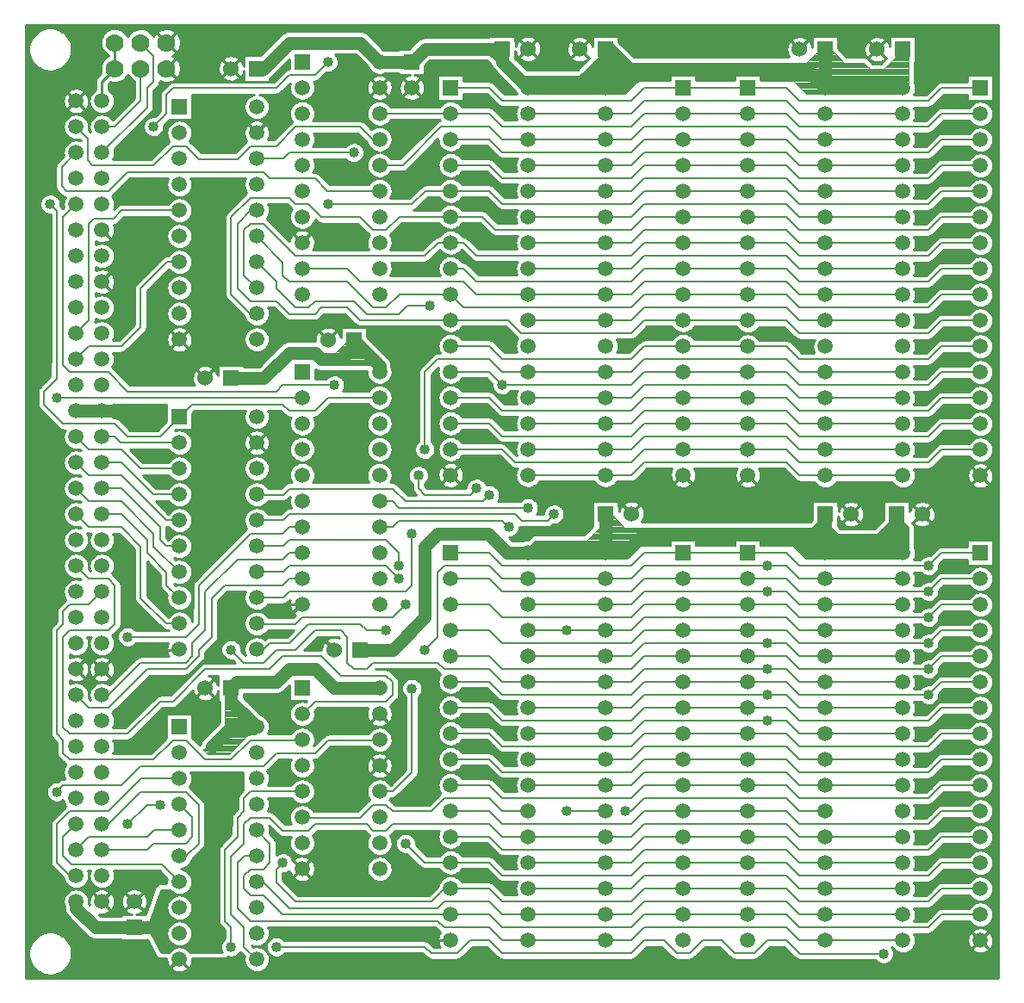
<source format=gbr>
G04 DipTrace 2.4.0.2*
%INTop.gbr*%
%MOIN*%
%ADD13C,0.008*%
%ADD14C,0.01*%
%ADD15C,0.05*%
%ADD17C,0.015*%
%ADD18C,0.0125*%
%ADD19C,0.0039*%
%ADD21C,0.06*%
%ADD22R,0.06X0.06*%
%ADD23C,0.0591*%
%ADD24C,0.07*%
%ADD25R,0.0591X0.0591*%
%ADD26C,0.0591*%
%ADD27C,0.04*%
%FSLAX44Y44*%
G04*
G70*
G90*
G75*
G01*
%LNTop*%
%LPD*%
X5936Y28937D2*
D13*
X6436Y29437D1*
Y33187D1*
X6631Y33382D1*
X7381D1*
X7702Y33703D1*
X9937D1*
X5936Y27937D2*
X6436Y28437D1*
X7686D1*
X8436Y29187D1*
Y30687D1*
X9452Y31703D1*
X9937D1*
X6936Y24937D2*
X7436D1*
X7671Y24703D1*
X9937D1*
X5936Y24937D2*
X6436Y24437D1*
X7686D1*
X8421Y23703D1*
X9937D1*
X6936Y23937D2*
X7686D1*
X8921Y22703D1*
X9937D1*
X5936Y23937D2*
X6436Y23437D1*
X7686D1*
X9421Y21703D1*
X9937D1*
X6936Y22937D2*
X7686D1*
X9186Y21437D1*
Y20937D1*
X9421Y20703D1*
X9937D1*
X5936Y22937D2*
X6436Y22437D1*
X7686D1*
X8936Y21187D1*
Y20687D1*
X9921Y19703D1*
X9937D1*
X6936Y21937D2*
X7686D1*
X8686Y20937D1*
Y20437D1*
X9436Y19687D1*
Y19187D1*
X9921Y18703D1*
X9937D1*
X5936Y21937D2*
X6436Y21437D1*
X7686D1*
X8436Y20687D1*
Y18687D1*
X9421Y17703D1*
X9937D1*
X5936Y19937D2*
X6436Y19437D1*
X7186D1*
X7436Y19187D1*
Y17687D1*
X7186Y17437D1*
X5686D1*
X5436Y17187D1*
Y13687D1*
X5686Y13437D1*
X7936D1*
X9186Y14687D1*
X9686D1*
X10936Y15937D1*
X13436D1*
X13936Y16437D1*
X15436D1*
X16186Y15687D1*
X17936D1*
X18186Y15437D1*
Y14937D1*
X17936Y14687D1*
X15186D1*
X14702Y14203D1*
X14687D1*
Y13203D2*
Y13187D1*
X12686D1*
X11936Y12437D1*
X10936D1*
X10186Y13187D1*
X9686D1*
X8936Y12437D1*
X5686D1*
X5436Y12687D1*
Y13187D1*
X5186Y13437D1*
Y17437D1*
X5436Y17687D1*
Y18187D1*
X5686Y18437D1*
X6436D1*
X6936Y18937D1*
X20437Y27453D2*
X21921D1*
X22421Y26953D1*
X27437D1*
X27937Y27453D1*
X29437D1*
X31936D1*
Y27437D1*
X33436D1*
X33936Y26937D1*
X38936D1*
X39436Y27437D1*
X40936D1*
X20437Y9453D2*
X21937D1*
X22437Y8953D1*
X27437D1*
X27937Y9453D1*
X29437D1*
Y9437D1*
X31936D1*
X33436D1*
X33936Y8937D1*
X38936D1*
X39436Y9437D1*
X40936D1*
X16686Y35937D2*
X14186D1*
X13952Y35703D1*
X12929D1*
X22436Y26937D2*
X22421Y26953D1*
X20437Y28453D2*
X21937D1*
X22437Y27953D1*
X27437D1*
X27937Y28453D1*
X29437D1*
X31936D1*
Y28437D1*
X33436D1*
X33936Y27937D1*
X38936D1*
X39436Y28437D1*
X40936D1*
X20437Y10453D2*
X21937D1*
X22437Y9953D1*
X27437D1*
X27937Y10453D1*
X29437D1*
Y10437D1*
X31936D1*
X33436D1*
X33936Y9937D1*
X38936D1*
X39436Y10437D1*
X40936D1*
X20437Y29453D2*
X22671D1*
X23171Y28953D1*
X27437D1*
X27937Y29453D1*
X29437D1*
X31936D1*
Y29437D1*
X33436D1*
X33936Y28937D1*
X38936D1*
X39436Y29437D1*
X40936D1*
X20437Y11453D2*
X21937D1*
X22437Y10953D1*
X27437D1*
X27937Y11453D1*
X29437D1*
Y11437D1*
X31936D1*
X33436D1*
X33936Y10937D1*
X38936D1*
X39436Y11437D1*
X40936D1*
X20437Y29453D2*
X16921D1*
X16436Y29937D1*
X15436D1*
X15186Y29687D1*
X14186D1*
X13686Y30187D1*
X12686D1*
X12186Y30687D1*
Y33187D1*
X12702Y33703D1*
X12929D1*
X20437Y30453D2*
X20421D1*
X20921Y29953D1*
X27437D1*
X27937Y30453D1*
X29437D1*
X31936D1*
Y30437D1*
X33436D1*
X33936Y29937D1*
X38936D1*
X39436Y30437D1*
X40936D1*
X20437Y12453D2*
X21937D1*
X22437Y11953D1*
X27437D1*
X27937Y12453D1*
X29437D1*
Y12437D1*
X31936D1*
X33436D1*
X33936Y11937D1*
X38936D1*
X39436Y12437D1*
X40936D1*
X20437Y30453D2*
X18452D1*
X17936Y29937D1*
X17436D1*
X16436Y30937D1*
X14186D1*
X13936Y31187D1*
Y31695D1*
X12929Y32703D1*
X20437Y31453D2*
X20921D1*
X21421Y30953D1*
X27437D1*
X27937Y31453D1*
X29437D1*
X31936D1*
Y31437D1*
X33436D1*
X33936Y30937D1*
X38936D1*
X39436Y31437D1*
X40936D1*
X20437Y13453D2*
X21937D1*
X22437Y12953D1*
X27437D1*
X27937Y13453D1*
X29437D1*
Y13437D1*
X31936D1*
X33436D1*
X33936Y12937D1*
X38936D1*
X39436Y13437D1*
X40936D1*
X19631Y30007D2*
X18756D1*
X18436Y29687D1*
X17186D1*
X16686Y30187D1*
X15186D1*
X14936Y29937D1*
X14436D1*
X13686Y30687D1*
Y30945D1*
X12929Y31703D1*
X20437Y32453D2*
X20921D1*
X21421Y31953D1*
X27437D1*
X27937Y32453D1*
X29437D1*
X31936D1*
Y32437D1*
X33436D1*
X33936Y31937D1*
X38936D1*
X39436Y32437D1*
X40936D1*
X20437Y14453D2*
X21937D1*
X22437Y13953D1*
X27437D1*
X27937Y14453D1*
X29437D1*
Y14437D1*
X31936D1*
X33436D1*
X33936Y13937D1*
X38936D1*
X39436Y14437D1*
X40936D1*
X20437Y32453D2*
X19952D1*
X19436Y31937D1*
X14436D1*
X13186Y33187D1*
X12686D1*
X12436Y32937D1*
Y31195D1*
X12929Y30703D1*
X20437Y33453D2*
X21671D1*
X22171Y32953D1*
X27437D1*
X27937Y33453D1*
X29437D1*
X31936D1*
Y33437D1*
X33436D1*
X33936Y32937D1*
X38936D1*
X39436Y33437D1*
X40936D1*
X20437Y15453D2*
X21937D1*
X22437Y14953D1*
X27437D1*
X27937Y15453D1*
X29437D1*
X31936D1*
Y15437D1*
X33436D1*
X33936Y14937D1*
X38936D1*
X39436Y15437D1*
X40936D1*
X38936Y14937D2*
D3*
X20437Y33453D2*
X18452D1*
X17936Y32937D1*
X17436D1*
X16936Y33437D1*
X15436D1*
X14936Y33937D1*
X14436D1*
X14186Y34187D1*
X12686D1*
X11936Y33437D1*
Y30437D1*
X12671Y29703D1*
X12929D1*
X20437Y34453D2*
X21937D1*
X22437Y33953D1*
X27437D1*
X27937Y34453D1*
X29437D1*
X31936D1*
Y34437D1*
X33436D1*
X33936Y33937D1*
X38936D1*
X39436Y34437D1*
X40936D1*
X20437Y16453D2*
X21937D1*
X22437Y15953D1*
X27437D1*
X27937Y16453D1*
X29437D1*
X31936D1*
Y16437D1*
X33436D1*
X33936Y15937D1*
X38936D1*
X39436Y16437D1*
X40936D1*
X38936Y15937D2*
D3*
X15686Y33937D2*
X18936D1*
X19452Y34453D1*
X20437D1*
X23437Y33453D2*
X26437D1*
X27437D1*
X27937Y33953D1*
X33421D1*
X33936Y33437D1*
X34936D1*
X37936D1*
X23437Y15453D2*
X26437D1*
X27437D1*
X27937Y15953D1*
X32686D1*
X33421D1*
X33936Y15437D1*
X34936D1*
X37936D2*
X34936D1*
X32686Y15937D2*
Y15953D1*
X23437Y15453D2*
X22421D1*
X21936Y15937D1*
X20186D1*
X19936Y16187D1*
X17436D1*
X17186Y15937D1*
X16686D1*
X16436Y16187D1*
Y17187D1*
X16186Y17437D1*
X15186D1*
X14436Y16687D1*
X13686D1*
X13186Y16187D1*
X12436D1*
X11936Y16687D1*
X23437Y32453D2*
X26437D1*
X27437D1*
X27937Y32953D1*
X33421D1*
X33936Y32437D1*
X34936D1*
X37936D1*
X23437Y14453D2*
X26437D1*
X27437D1*
X27937Y14953D1*
X32686D1*
X33421D1*
X33936Y14437D1*
X34936D1*
X37936D1*
X32686Y14937D2*
Y14953D1*
X21936Y22687D2*
X21686Y22437D1*
X18686D1*
X18199Y22925D1*
X14194D1*
X13959Y22690D1*
X12929D1*
Y22703D1*
X23437Y29453D2*
X26437D1*
X27437D1*
X27937Y29953D1*
X33421D1*
X33936Y29437D1*
X34936D1*
X37936D1*
X23437Y11453D2*
X26437D1*
X27437D1*
X27937Y11953D1*
X33421D1*
X33936Y11437D1*
X34936D1*
X37936D1*
X24436Y21937D2*
X24186Y21687D1*
X23186D1*
X22936Y21937D1*
X14186D1*
X13952Y21703D1*
X12929D1*
X23437Y31453D2*
X26437D1*
X27437D1*
X27937Y31953D1*
X33421D1*
X33936Y31437D1*
X34936D1*
X37936D1*
X23437Y13453D2*
X26437D1*
X27437D1*
X27937Y13953D1*
X32686D1*
X33421D1*
X33936Y13437D1*
X34936D1*
X37936D1*
X32686Y13937D2*
Y13953D1*
X12929Y20703D2*
X13952D1*
X14186Y20937D1*
X17936D1*
X18436Y20437D1*
Y19937D1*
X20437Y35453D2*
X21937D1*
X22437Y34953D1*
X27437D1*
X27937Y35453D1*
X29437D1*
X31936D1*
Y35437D1*
X33436D1*
X33936Y34937D1*
X38936D1*
X39436Y35437D1*
X40936D1*
X20437Y17453D2*
X21937D1*
X22437Y16953D1*
X27437D1*
X27937Y17453D1*
X29437D1*
X31936D1*
Y17437D1*
X33436D1*
X33936Y16937D1*
X38936D1*
X39436Y17437D1*
X40936D1*
X38936Y16937D2*
D3*
X18436Y19437D2*
X17936Y19937D1*
X14186D1*
X13952Y19703D1*
X12929D1*
X23437Y34453D2*
X26437D1*
X27437D1*
X27937Y34953D1*
X33421D1*
X33936Y34437D1*
X34936D1*
X37936D1*
X23437Y16453D2*
X26437D1*
X27437D1*
X27937Y16953D1*
X32686D1*
X33421D1*
X33936Y16437D1*
X34936D1*
X37936D1*
X32686Y16937D2*
Y16953D1*
X12929Y18703D2*
X13952D1*
X14186Y18937D1*
X18686D1*
X18936Y19187D1*
Y21187D1*
X20437Y36453D2*
X21937D1*
X22437Y35953D1*
X27437D1*
X27937Y36453D1*
X29437D1*
X31936D1*
Y36437D1*
X33436D1*
X33936Y35937D1*
X38936D1*
X39436Y36437D1*
X40936D1*
X20437Y18453D2*
X21937D1*
X22437Y17953D1*
X27437D1*
X27937Y18453D1*
X29437D1*
X31936D1*
Y18437D1*
X33436D1*
X33936Y17937D1*
X38936D1*
X39436Y18437D1*
X40936D1*
X38936Y17937D2*
D3*
X18686Y18437D2*
X18186Y17937D1*
X14686D1*
X14436Y17687D1*
X12929D1*
Y17703D1*
X23437Y37453D2*
X26437D1*
X27437D1*
X27937Y37953D1*
X33421D1*
X33936Y37437D1*
X34936D1*
X37936D1*
X23437Y19453D2*
X26437D1*
X27437D1*
X27937Y19953D1*
X32686D1*
X33421D1*
X33936Y19437D1*
X34936D1*
X37936D1*
X32686Y19937D2*
Y19953D1*
X23437Y19453D2*
X22421D1*
X21936Y19937D1*
X20186D1*
X19936Y19687D1*
Y17187D1*
X19436Y16687D1*
X12929Y16703D2*
X13202D1*
X13436Y16937D1*
X14186D1*
X14936Y17687D1*
X16936D1*
X17186Y17437D1*
X17936D1*
X20437Y37453D2*
X21937D1*
X22437Y36953D1*
X27437D1*
X27937Y37453D1*
X29437D1*
X31936D1*
Y37437D1*
X33436D1*
X33936Y36937D1*
X38936D1*
X39436Y37437D1*
X40936D1*
X20437Y19453D2*
X21937D1*
X22437Y18953D1*
X27437D1*
X27937Y19453D1*
X29437D1*
X31936D1*
Y19437D1*
X33436D1*
X33936Y18937D1*
X38936D1*
X39436Y19437D1*
X40936D1*
X38936Y18937D2*
D3*
X20437Y37453D2*
X18756D1*
X17679D1*
X23437Y36453D2*
X26437D1*
X27437D1*
X27937Y36953D1*
X33421D1*
X33936Y36437D1*
X34936D1*
X37936D1*
X23437Y18453D2*
X26437D1*
X27437D1*
X27937Y18953D1*
X32686D1*
X33421D1*
X33936Y18437D1*
X34936D1*
X37936D1*
X32686Y18937D2*
Y18953D1*
X23437Y36453D2*
X22421D1*
X21936Y36937D1*
X20061D1*
X18577Y35453D1*
X17679D1*
X20437Y38453D2*
X21937D1*
X22437Y37953D1*
X27437D1*
X27937Y38453D1*
X29437D1*
X31936D1*
Y38437D1*
X33436D1*
X33936Y37937D1*
X38936D1*
X39436Y38437D1*
X40936D1*
X20437Y20453D2*
X21937D1*
X22437Y19953D1*
X27437D1*
X27937Y20453D1*
X29437D1*
X31936D1*
Y20437D1*
X33436D1*
X33936Y19937D1*
X38936D1*
X39436Y20437D1*
X40936D1*
X38936Y19937D2*
D3*
X7936Y9937D2*
X8686Y10687D1*
X9186D1*
X5936Y7937D2*
X5686D1*
X5186Y8437D1*
Y9937D1*
X5686Y10437D1*
X7186D1*
X8452Y11703D1*
X9937D1*
X6936Y8937D2*
X8686D1*
X8936Y9187D1*
X10186D1*
X10436Y9437D1*
Y10203D1*
X9937Y10703D1*
X5936Y8937D2*
X6436Y9437D1*
X8686D1*
X8952Y9703D1*
X9937D1*
X6936Y9937D2*
X7186D1*
X8436Y11187D1*
X10186D1*
X10686Y10687D1*
Y9187D1*
X10202Y8703D1*
X9937D1*
X5936Y9937D2*
X5436Y9437D1*
Y8701D1*
X5756Y8382D1*
X9242D1*
X9921Y7703D1*
X9937D1*
X5186Y26437D2*
X14687D1*
Y26453D1*
X7936Y17187D2*
X10186D1*
X10686Y17687D1*
Y19187D1*
X12686Y21187D1*
X13936D1*
X14202Y21453D1*
X14687D1*
X6936Y14937D2*
X7186D1*
X8436Y16187D1*
X10186D1*
X10436Y16437D1*
Y16937D1*
X10936Y17437D1*
Y18937D1*
X12186Y20187D1*
X13936D1*
X14202Y20453D1*
X14687D1*
X5936Y14937D2*
X6436Y14437D1*
X7186D1*
X8686Y15937D1*
X10186D1*
X10686Y16437D1*
Y16687D1*
X11186Y17187D1*
Y18687D1*
X11686Y19187D1*
X13936D1*
X14202Y19453D1*
X14687D1*
X20437Y8453D2*
X21937D1*
X22437Y7953D1*
X27437D1*
X27937Y8453D1*
X29437D1*
X31936D1*
Y8437D1*
X33436D1*
X33936Y7937D1*
X38936D1*
X39436Y8437D1*
X40936D1*
X20437Y8453D2*
X19421D1*
X18686Y9187D1*
X20437Y7453D2*
X21937D1*
X22437Y6953D1*
X27437D1*
X27937Y7453D1*
X29437D1*
X31936D1*
Y7437D1*
X33436D1*
X33936Y6937D1*
X38936D1*
X39436Y7437D1*
X40936D1*
X20437Y7453D2*
X20202D1*
X19686Y6937D1*
X14436D1*
X13686Y7687D1*
Y8187D1*
X13936Y8437D1*
X20437Y6453D2*
X21937D1*
X22437Y5953D1*
X27437D1*
X27937Y6453D1*
X29437D1*
X31936D1*
Y6437D1*
X33436D1*
X33936Y5937D1*
X38936D1*
X39436Y6437D1*
X40936D1*
X20437Y6453D2*
Y6437D1*
X13936D1*
X13186Y7187D1*
X12686D1*
X12436Y7437D1*
Y7937D1*
X12686Y8187D1*
X13186D1*
X13436Y8437D1*
Y9195D1*
X12929Y9703D1*
X23437Y5453D2*
X26437D1*
X27437D1*
X27937Y5953D1*
X33421D1*
X33936Y5437D1*
X34936D1*
X37936D1*
X23437Y5453D2*
X22421D1*
X21936Y5937D1*
X20186D1*
X19936Y6187D1*
X12686D1*
X12186Y6687D1*
Y8437D1*
X12452Y8703D1*
X12929D1*
X23437Y6453D2*
X26437D1*
X27437D1*
X27937Y6953D1*
X33421D1*
X33936Y6437D1*
X34936D1*
X37936D1*
X23437Y6453D2*
X22421D1*
X21936Y6937D1*
X20186D1*
X19936Y6687D1*
X14186D1*
X13186Y7687D1*
X12929D1*
Y7703D1*
X23437Y7453D2*
X26437D1*
X27437D1*
X27937Y7953D1*
X33421D1*
X33936Y7437D1*
X34936D1*
X37936D1*
X23437Y8453D2*
X26437D1*
X27437D1*
X27937Y8953D1*
X33421D1*
X33936Y8437D1*
X34936D1*
X37936D1*
X23437Y9453D2*
X26437D1*
X27437D1*
X27937Y9953D1*
X33421D1*
X33936Y9437D1*
X34936D1*
X37936D1*
X23437Y9453D2*
X22421D1*
X21936Y9937D1*
X18186D1*
X17936Y9687D1*
X17436D1*
X17186Y9937D1*
X15186D1*
X14936Y9687D1*
X13936D1*
X13436Y10187D1*
X12686D1*
X12436Y9937D1*
Y9187D1*
X11936Y8687D1*
Y6437D1*
X12436Y5937D1*
Y5195D1*
X12929Y4703D1*
X20437Y26453D2*
X21937D1*
X22437Y25953D1*
X27437D1*
X27937Y26453D1*
X29437D1*
X31936D1*
Y26437D1*
X33436D1*
X33936Y25937D1*
X38936D1*
X39436Y26437D1*
X40936D1*
X20437Y25453D2*
X21937D1*
X22437Y24953D1*
X27437D1*
X27937Y25453D1*
X29437D1*
X31936D1*
Y25437D1*
X33436D1*
X33936Y24937D1*
X38936D1*
X39436Y25437D1*
X40936D1*
X20437Y24453D2*
X22421D1*
X22921Y23953D1*
X27437D1*
X27937Y24453D1*
X29437D1*
X31936D1*
Y24437D1*
X33436D1*
X33936Y23937D1*
X38936D1*
X39436Y24437D1*
X40936D1*
X23437Y23453D2*
X26437D1*
X27437D1*
X27937Y23953D1*
X33421D1*
X33936Y23437D1*
X34936D1*
X37936D1*
X23436Y22187D2*
X18436D1*
X18186Y22437D1*
X17679D1*
Y22453D1*
X23437Y24453D2*
X26437D1*
X27437D1*
X27937Y24953D1*
X33421D1*
X33936Y24437D1*
X34936D1*
X37936D1*
X22686Y21437D2*
X22436Y21687D1*
X18436D1*
X18202Y21453D1*
X17679D1*
X23437Y25453D2*
X26437D1*
X27437D1*
X27937Y25953D1*
X33421D1*
X33936Y25437D1*
X34936D1*
X37936D1*
X21436Y22937D2*
X21186Y22687D1*
X19436D1*
X19186Y22937D1*
Y23437D1*
X23437Y26453D2*
X26437D1*
X27437D1*
X27937Y26953D1*
X33421D1*
X33936Y26437D1*
X34936D1*
X37936D1*
X23437Y27453D2*
X26437D1*
X27437D1*
X27937Y27953D1*
X33421D1*
X33936Y27437D1*
X34936D1*
X37936D1*
X23437Y27453D2*
X22421D1*
X21936Y27937D1*
X19936D1*
X19436Y27437D1*
Y24437D1*
X31936Y5437D2*
D14*
D3*
X6936Y25937D2*
D15*
X5936D1*
X14687Y18453D2*
D14*
X14202D1*
X13936Y18187D1*
X11686D1*
X10952Y15203D2*
X10937D1*
X6936Y25937D2*
D15*
X7429D1*
X9937Y16703D2*
D14*
Y16687D1*
X9186D1*
X20437Y5453D2*
X19702D1*
X19686Y5437D1*
X26437Y10453D2*
D13*
X24952D1*
X24936Y10437D1*
X11936Y5187D2*
Y5937D1*
X11686Y6187D1*
Y8937D1*
X12186Y9437D1*
Y10187D1*
X12436Y10437D1*
Y10937D1*
X12702Y11203D1*
X14687D1*
X13686Y5187D2*
X19436D1*
X19686Y4937D1*
X20686D1*
X21186Y5437D1*
X21936D1*
X22436Y4937D1*
X27436D1*
X27936Y5437D1*
X28686D1*
X29186Y4937D1*
X29686D1*
X30186Y5437D1*
X30936D1*
X31436Y4937D1*
X32186D1*
X32686Y5437D1*
X33436D1*
X33952Y4921D1*
X37186D1*
X23437Y10453D2*
X22421D1*
X21936Y10937D1*
X20186D1*
X19686Y10437D1*
X18186D1*
X17936Y10687D1*
X17436D1*
X16936Y10187D1*
X14703D1*
X14687Y10203D1*
X34936Y10437D2*
X33936D1*
X33436Y10937D1*
X27936D1*
X27436Y10437D1*
X27186D1*
X5186Y11187D2*
X5436Y11437D1*
X7686D1*
X8436Y12187D1*
X13186D1*
X13686Y12687D1*
X15186D1*
X15686Y13187D1*
X17679D1*
Y13203D1*
X18936Y15187D2*
Y11937D1*
X18202Y11203D1*
X17679D1*
X9937Y25703D2*
X9952D1*
X10436Y26187D1*
X13936D1*
X14186Y25937D1*
X15186D1*
X15702Y26453D1*
X17679D1*
X4936Y33937D2*
X5186Y33687D1*
Y27187D1*
X4686Y26687D1*
Y26187D1*
X5436Y25437D1*
X7436D1*
X7936Y24937D1*
X9186D1*
X9937Y25688D1*
Y25703D1*
X8936Y36937D2*
X9436Y37437D1*
Y38187D1*
X9686Y38437D1*
X13686D1*
X14186Y38937D1*
X15186D1*
X15686Y39437D1*
X23437Y12453D2*
X26437D1*
X27437D1*
X27937Y12953D1*
X33421D1*
X33936Y12437D1*
X34936D1*
X37936D1*
X17679Y36453D2*
Y36194D1*
X16936Y36937D1*
X14436D1*
X13686Y36187D1*
X12686D1*
X12186Y35687D1*
X10686D1*
X10186Y36187D1*
X9686D1*
X8936Y35437D1*
X6575D1*
X6381Y35632D1*
Y36493D1*
X5936Y36937D1*
X26437Y17453D2*
X27437D1*
X27937Y17953D1*
X33421D1*
X33936Y17437D1*
X34936D1*
X37936D2*
X34936D1*
X23437Y17453D2*
X24936D1*
Y17437D1*
X26437D1*
Y17453D1*
X5936Y33937D2*
X5436Y33437D1*
Y27701D1*
X5700Y27437D1*
X7186D1*
X7936Y26687D1*
X13686D1*
X13936Y26937D1*
X15936D1*
X23437Y30453D2*
X26437D1*
X27437D1*
X27937Y30953D1*
X33421D1*
X33936Y30437D1*
X34936D1*
X37936D1*
X23437Y30453D2*
X21421D1*
X20936Y30937D1*
X16936D1*
X16421Y31453D1*
X14687D1*
X17679Y34453D2*
X15671D1*
X15186Y34937D1*
X13436D1*
X13186Y35187D1*
X7936D1*
X7186Y34437D1*
X5575D1*
X5381Y34632D1*
Y35381D1*
X5936Y35937D1*
X23437Y35453D2*
X26437D1*
X27437D1*
X27937Y35953D1*
X33421D1*
X33936Y35437D1*
X34936D1*
X37936D1*
X6936Y36937D2*
X7436D1*
X8437Y37937D1*
Y39195D1*
X6936Y35937D2*
X8686Y37687D1*
Y38437D1*
X8936Y38687D1*
Y39687D1*
X8437Y40187D1*
Y40195D1*
X23437Y20453D2*
D15*
X26437D1*
X27202D1*
X27936Y21187D1*
X34186D1*
X34936Y20437D1*
X37936D1*
X34936Y21937D2*
Y20437D1*
X26437Y21953D2*
Y20453D1*
X6936Y37937D2*
D14*
Y38695D1*
X7437Y39195D1*
Y40195D1*
X23437Y20453D2*
D15*
X22631D1*
X21896Y21187D1*
X19936D1*
X19436Y20687D1*
Y17937D1*
X18186Y16687D1*
X16936D1*
X22437Y39953D2*
X19452D1*
X18952Y39453D1*
X18937D1*
X11186Y12937D2*
X11952Y13703D1*
X12929D1*
X17679Y15203D2*
X15921D1*
X15186Y15937D1*
X14186D1*
X13686Y15437D1*
X12171D1*
X11937Y15203D1*
X17679Y27453D2*
Y27694D1*
X16686Y28687D1*
X17679Y39453D2*
X18937D1*
X22437Y39953D2*
Y39453D1*
X23437Y38453D1*
X26437D1*
X26952D1*
X27686Y39187D1*
X34186D1*
X34936Y38437D1*
Y39937D1*
Y38437D2*
X37936D1*
X12937Y39195D2*
X13194D1*
X14186Y40187D1*
X16936D1*
X17671Y39453D1*
X17679D1*
Y27453D2*
D17*
Y27437D1*
X11937Y27203D2*
D15*
X13202D1*
X14186Y28187D1*
X15186D1*
X15436Y27937D1*
X16186D1*
X16686Y28437D1*
Y28687D1*
X12929Y13703D2*
X11937Y14695D1*
Y15203D1*
X11686Y13437D2*
X11952Y13703D1*
X5936Y6937D2*
Y6687D1*
X6686Y5937D1*
X8186D1*
X8936D1*
D27*
X38936Y19937D3*
Y16937D3*
Y17937D3*
Y18937D3*
Y15937D3*
Y14937D3*
X32686Y19937D3*
Y18937D3*
Y16937D3*
Y15937D3*
Y14937D3*
Y13937D3*
X21436Y26937D3*
Y25937D3*
Y24937D3*
X22561Y38437D3*
X10686Y13437D3*
X18936Y34687D3*
X27186Y10437D3*
X37186Y4921D3*
X22436Y26937D3*
X4936Y33937D3*
X17936Y17437D3*
X7936Y9937D3*
X9186Y10687D3*
X11686Y34687D3*
X10936D3*
Y36187D3*
X11686D3*
X19436Y16687D3*
X11686Y18187D3*
X10936Y11687D3*
Y11187D3*
X11686Y13437D3*
X18436Y19937D3*
X14186Y4437D3*
X14936D3*
X11686D3*
X10936D3*
X4436Y11187D3*
Y15937D3*
X9186Y24187D3*
Y23187D3*
X18936Y4437D3*
X22936D3*
X26936D3*
X30686D3*
X34186Y4421D3*
X38186D3*
X22436Y33437D3*
X31436Y40437D3*
X29436D3*
X18936D3*
X11186Y20937D3*
Y23687D3*
X8936Y25437D3*
Y36937D3*
X4436Y35937D3*
Y31687D3*
Y27937D3*
Y23937D3*
Y19937D3*
X6936Y4437D3*
X4436Y6937D3*
X12936Y40437D3*
X38686Y37421D3*
X23436Y21187D3*
X22186Y23687D3*
X22686Y11437D3*
X19436Y13437D3*
X21436Y37937D3*
X21686Y28937D3*
X38686Y36421D3*
Y35421D3*
Y34421D3*
Y33421D3*
Y32421D3*
Y31421D3*
Y30421D3*
Y29421D3*
Y28421D3*
X38936Y13421D3*
Y12421D3*
Y11421D3*
Y10421D3*
Y9421D3*
Y8421D3*
Y7421D3*
Y6421D3*
X22686Y12437D3*
X18936Y11187D3*
X19436Y14437D3*
X13936Y10687D3*
X15686Y37937D3*
X11186Y22187D3*
Y25187D3*
X25436Y22937D3*
Y21437D3*
X29436Y21937D3*
X31936Y21921D3*
X6436Y40187D3*
X13936Y12187D3*
X7936Y17187D3*
X8686Y17687D3*
X7936Y14437D3*
X11936Y5187D3*
X13686D3*
X40186Y14921D3*
X9186Y30687D3*
Y32187D3*
X7936Y18437D3*
X9186Y33187D3*
X12186Y28187D3*
X13686Y14187D3*
X19436Y12187D3*
X39436Y40437D3*
X7936Y36187D3*
X8936Y19437D3*
X9186Y18687D3*
X15436Y10687D3*
X38686Y27421D3*
Y26421D3*
Y25421D3*
Y24421D3*
Y22937D3*
Y20937D3*
X19686Y35687D3*
X15936Y8437D3*
X18686Y28937D3*
X38686Y38437D3*
X22436Y32437D3*
X40936Y39437D3*
X22686Y8437D3*
X21686Y7937D3*
X22436Y31437D3*
X18686Y32687D3*
X19686Y33937D3*
X32436Y28937D3*
X28936D3*
X9686Y15437D3*
X16186Y14187D3*
Y12437D3*
X18936Y8187D3*
X16936Y4437D3*
X20936D3*
X24936D3*
X28936D3*
X4436Y9187D3*
Y13437D3*
Y17937D3*
Y21937D3*
Y25687D3*
Y29937D3*
Y33437D3*
Y34437D3*
Y38187D3*
X32436Y4437D3*
X36186D3*
X40186D3*
X15936Y25687D3*
Y24687D3*
X40936Y21937D3*
X38936Y5437D3*
X27186Y28437D3*
X16686Y9437D3*
X19436Y15687D3*
X7936Y19437D3*
X16686Y35937D3*
X19631Y30007D3*
X15686Y33937D3*
X11936Y16687D3*
X21936Y22687D3*
X24436Y21937D3*
X18436Y19437D3*
X18936Y21187D3*
X18686Y18437D3*
X5186Y26437D3*
X18686Y9187D3*
X13936Y8437D3*
X23436Y22187D3*
X22686Y21437D3*
X19186Y23437D3*
X21436Y22937D3*
X19436Y24437D3*
X9186Y25937D3*
X11436Y29937D3*
X24936Y10437D3*
X5186Y11187D3*
X18936Y15187D3*
X15686Y39437D3*
X24936Y17437D3*
X15936Y26937D3*
X11186Y12937D3*
X10386Y11940D2*
D14*
X12377D1*
X10427Y11841D2*
X12377D1*
X10444Y11742D2*
X12377D1*
X10442Y11644D2*
X12377D1*
X10421Y11545D2*
X12377D1*
X10375Y11446D2*
X12377D1*
X10381Y11348D2*
X12377D1*
X10480Y11249D2*
X12377D1*
X10578Y11150D2*
X12294D1*
X10677Y11051D2*
X12211D1*
X10775Y10953D2*
X12183D1*
X10874Y10854D2*
X12182D1*
X10930Y10755D2*
X12182D1*
X10941Y10657D2*
X12182D1*
X10941Y10558D2*
X12182D1*
X10941Y10459D2*
X12104D1*
X10941Y10361D2*
X12005D1*
X10941Y10262D2*
X11944D1*
X10941Y10163D2*
X11932D1*
X10941Y10065D2*
X11932D1*
X10941Y9966D2*
X11932D1*
X10941Y9867D2*
X11932D1*
X10941Y9769D2*
X11932D1*
X10941Y9670D2*
X11932D1*
X10941Y9571D2*
X11932D1*
X10941Y9472D2*
X11868D1*
X10941Y9374D2*
X11768D1*
X10941Y9275D2*
X11669D1*
X10941Y9176D2*
X11571D1*
X10914Y9078D2*
X11477D1*
X10833Y8979D2*
X11436D1*
X10735Y8880D2*
X11432D1*
X10636Y8782D2*
X11432D1*
X10538Y8683D2*
X11432D1*
X10439Y8584D2*
X11432D1*
X10397Y8486D2*
X11432D1*
X10333Y8387D2*
X11432D1*
X10225Y8288D2*
X11432D1*
X10058Y8190D2*
X11432D1*
X10261Y8091D2*
X11432D1*
X10353Y7992D2*
X11432D1*
X10408Y7893D2*
X11432D1*
X10438Y7795D2*
X11432D1*
X10446Y7696D2*
X11432D1*
X10435Y7597D2*
X11432D1*
X10402Y7499D2*
X11432D1*
X10344Y7400D2*
X11432D1*
X9203Y7301D2*
X9630D1*
X10244D2*
X11432D1*
X9171Y7203D2*
X11432D1*
X9136Y7104D2*
X9630D1*
X10244D2*
X11432D1*
X9103Y7005D2*
X9530D1*
X10344D2*
X11432D1*
X9069Y6907D2*
X9471D1*
X10403D2*
X11432D1*
X9036Y6808D2*
X9440D1*
X10435D2*
X11432D1*
X9003Y6709D2*
X9429D1*
X10446D2*
X11432D1*
X8969Y6611D2*
X9436D1*
X10438D2*
X11432D1*
X8936Y6512D2*
X9466D1*
X10408D2*
X11432D1*
X8903Y6413D2*
X9521D1*
X10353D2*
X11432D1*
X8869Y6314D2*
X9613D1*
X10261D2*
X11432D1*
X8836Y6216D2*
X9818D1*
X10056D2*
X11432D1*
X8802Y6117D2*
X9649D1*
X10225D2*
X11443D1*
X8769Y6018D2*
X9540D1*
X10333D2*
X11501D1*
X8760Y5920D2*
X9477D1*
X10397D2*
X11599D1*
X8810Y5821D2*
X9443D1*
X10431D2*
X11682D1*
X8860Y5722D2*
X9429D1*
X10446D2*
X11682D1*
X8908Y5624D2*
X9435D1*
X10439D2*
X11682D1*
X8958Y5525D2*
X9460D1*
X10413D2*
X11682D1*
X9008Y5426D2*
X9511D1*
X10363D2*
X11601D1*
X9056Y5328D2*
X9597D1*
X10277D2*
X11547D1*
X9106Y5229D2*
X9771D1*
X10103D2*
X11524D1*
X9155Y5130D2*
X9669D1*
X10205D2*
X11527D1*
X9205Y5031D2*
X9552D1*
X10322D2*
X11554D1*
X11585Y4988D2*
X11567Y5023D1*
X11550Y5070D1*
X11538Y5118D1*
X11533Y5168D1*
X11534Y5218D1*
X11540Y5267D1*
X11553Y5316D1*
X11572Y5362D1*
X11597Y5405D1*
X11626Y5446D1*
X11660Y5482D1*
X11693Y5509D1*
X11692Y5835D1*
X11514Y6014D1*
X11482Y6053D1*
X11459Y6098D1*
X11446Y6147D1*
X11442Y6187D1*
Y8937D1*
X11448Y8987D1*
X11463Y9034D1*
X11488Y9079D1*
X11514Y9110D1*
X11941Y9537D1*
X11942Y10187D1*
X11948Y10237D1*
X11963Y10284D1*
X11988Y10329D1*
X12014Y10360D1*
X12192Y10537D1*
Y10937D1*
X12198Y10987D1*
X12213Y11034D1*
X12238Y11079D1*
X12264Y11110D1*
X12387Y11232D1*
X12386Y11943D1*
X10375D1*
X10402Y11885D1*
X10418Y11838D1*
X10429Y11789D1*
X10436Y11703D1*
X10434Y11653D1*
X10426Y11603D1*
X10414Y11555D1*
X10397Y11508D1*
X10375Y11463D1*
X10325Y11389D1*
X10359Y11360D1*
X10859Y10860D1*
X10890Y10821D1*
X10913Y10777D1*
X10927Y10727D1*
X10930Y10687D1*
Y9187D1*
X10925Y9137D1*
X10910Y9090D1*
X10885Y9045D1*
X10859Y9014D1*
X10420Y8576D1*
X10397Y8508D1*
X10375Y8463D1*
X10349Y8420D1*
X10319Y8381D1*
X10284Y8344D1*
X10247Y8311D1*
X10206Y8282D1*
X10163Y8257D1*
X10117Y8237D1*
X10070Y8221D1*
X9985Y8206D1*
X10082Y8180D1*
X10129Y8164D1*
X10174Y8142D1*
X10217Y8116D1*
X10257Y8086D1*
X10294Y8052D1*
X10327Y8015D1*
X10356Y7974D1*
X10381Y7931D1*
X10402Y7885D1*
X10418Y7838D1*
X10429Y7789D1*
X10436Y7703D1*
X10434Y7653D1*
X10426Y7603D1*
X10414Y7555D1*
X10397Y7508D1*
X10375Y7463D1*
X10349Y7420D1*
X10319Y7381D1*
X10284Y7344D1*
X10247Y7311D1*
X10206Y7282D1*
X10163Y7257D1*
X10117Y7237D1*
X10070Y7221D1*
X10021Y7211D1*
X9971Y7205D1*
X9921Y7204D1*
X9871Y7208D1*
X9822Y7217D1*
X9774Y7231D1*
X9728Y7249D1*
X9684Y7273D1*
X9642Y7300D1*
X9603Y7332D1*
X9551Y7387D1*
X9222D1*
X8736Y5949D1*
X9218Y4985D1*
X9386Y4987D1*
X9525D1*
X9577Y5048D1*
X9613Y5082D1*
X9652Y5113D1*
X9695Y5139D1*
X9740Y5161D1*
X9787Y5179D1*
X9835Y5191D1*
X9884Y5199D1*
X9934Y5202D1*
X9984Y5200D1*
X10034Y5193D1*
X10082Y5180D1*
X10129Y5164D1*
X10174Y5142D1*
X10217Y5116D1*
X10257Y5086D1*
X10294Y5052D1*
X10348Y4986D1*
X10686Y4987D1*
X11585D1*
X10434Y6653D2*
X10426Y6603D1*
X10414Y6555D1*
X10397Y6508D1*
X10375Y6463D1*
X10349Y6420D1*
X10319Y6381D1*
X10284Y6344D1*
X10247Y6311D1*
X10206Y6282D1*
X10163Y6257D1*
X10117Y6237D1*
X10070Y6221D1*
X10021Y6211D1*
X9971Y6205D1*
X9921Y6204D1*
X9871Y6208D1*
X9822Y6217D1*
X9774Y6231D1*
X9728Y6249D1*
X9684Y6273D1*
X9642Y6300D1*
X9603Y6332D1*
X9568Y6367D1*
X9536Y6405D1*
X9508Y6447D1*
X9485Y6491D1*
X9466Y6537D1*
X9452Y6585D1*
X9442Y6634D1*
X9438Y6684D1*
X9439Y6734D1*
X9444Y6784D1*
X9455Y6833D1*
X9470Y6880D1*
X9490Y6926D1*
X9515Y6970D1*
X9544Y7010D1*
X9577Y7048D1*
X9613Y7082D1*
X9652Y7113D1*
X9695Y7139D1*
X9740Y7161D1*
X9787Y7179D1*
X9835Y7191D1*
X9884Y7199D1*
X9934Y7202D1*
X9984Y7200D1*
X10034Y7193D1*
X10082Y7180D1*
X10129Y7164D1*
X10174Y7142D1*
X10217Y7116D1*
X10257Y7086D1*
X10294Y7052D1*
X10327Y7015D1*
X10356Y6974D1*
X10381Y6931D1*
X10402Y6885D1*
X10418Y6838D1*
X10429Y6789D1*
X10436Y6703D1*
X10434Y6653D1*
Y5653D2*
X10426Y5603D1*
X10414Y5555D1*
X10397Y5508D1*
X10375Y5463D1*
X10349Y5420D1*
X10319Y5381D1*
X10284Y5344D1*
X10247Y5311D1*
X10206Y5282D1*
X10163Y5257D1*
X10117Y5237D1*
X10070Y5221D1*
X10021Y5211D1*
X9971Y5205D1*
X9921Y5204D1*
X9871Y5208D1*
X9822Y5217D1*
X9774Y5231D1*
X9728Y5249D1*
X9684Y5273D1*
X9642Y5300D1*
X9603Y5332D1*
X9568Y5367D1*
X9536Y5405D1*
X9508Y5447D1*
X9485Y5491D1*
X9466Y5537D1*
X9452Y5585D1*
X9442Y5634D1*
X9438Y5684D1*
X9439Y5734D1*
X9444Y5784D1*
X9455Y5833D1*
X9470Y5880D1*
X9490Y5926D1*
X9515Y5970D1*
X9544Y6010D1*
X9577Y6048D1*
X9613Y6082D1*
X9652Y6113D1*
X9695Y6139D1*
X9740Y6161D1*
X9787Y6179D1*
X9835Y6191D1*
X9884Y6199D1*
X9934Y6202D1*
X9984Y6200D1*
X10034Y6193D1*
X10082Y6180D1*
X10129Y6164D1*
X10174Y6142D1*
X10217Y6116D1*
X10257Y6086D1*
X10294Y6052D1*
X10327Y6015D1*
X10356Y5974D1*
X10381Y5931D1*
X10402Y5885D1*
X10418Y5838D1*
X10429Y5789D1*
X10436Y5703D1*
X10434Y5653D1*
X3996Y40788D2*
X41627D1*
X3996Y40690D2*
X4573D1*
X5300D2*
X7177D1*
X7696D2*
X8177D1*
X8696D2*
X9177D1*
X9696D2*
X41627D1*
X3996Y40591D2*
X4412D1*
X5461D2*
X7040D1*
X7833D2*
X8040D1*
X8833D2*
X9040D1*
X9833D2*
X13969D1*
X17153D2*
X41627D1*
X3996Y40492D2*
X4305D1*
X5568D2*
X6960D1*
X9914D2*
X13840D1*
X17283D2*
X41627D1*
X3996Y40394D2*
X4229D1*
X5644D2*
X6910D1*
X9964D2*
X13741D1*
X17382D2*
X19333D1*
X22950D2*
X23183D1*
X23691D2*
X25213D1*
X25660D2*
X25923D1*
X26950D2*
X33713D1*
X34160D2*
X34423D1*
X35450D2*
X36713D1*
X37160D2*
X37423D1*
X38450D2*
X41627D1*
X3996Y40295D2*
X4173D1*
X5700D2*
X6882D1*
X9991D2*
X13643D1*
X17480D2*
X19144D1*
X22950D2*
X23057D1*
X23818D2*
X25071D1*
X25802D2*
X25923D1*
X26950D2*
X33571D1*
X34302D2*
X34423D1*
X35450D2*
X36571D1*
X37302D2*
X37423D1*
X38450D2*
X41627D1*
X3996Y40196D2*
X4132D1*
X5741D2*
X6873D1*
X10000D2*
X13544D1*
X17578D2*
X19044D1*
X23888D2*
X24994D1*
X26975D2*
X33494D1*
X35450D2*
X36494D1*
X38450D2*
X41627D1*
X3996Y40098D2*
X4105D1*
X5768D2*
X6882D1*
X9993D2*
X13444D1*
X17678D2*
X18944D1*
X23930D2*
X24949D1*
X27074D2*
X33449D1*
X35450D2*
X36449D1*
X38450D2*
X41627D1*
X3996Y39999D2*
X4091D1*
X5782D2*
X6908D1*
X9964D2*
X13346D1*
X17777D2*
X18846D1*
X23949D2*
X24926D1*
X27172D2*
X33426D1*
X35450D2*
X36426D1*
X38450D2*
X41627D1*
X3996Y39900D2*
X4088D1*
X5785D2*
X6958D1*
X9916D2*
X13248D1*
X23949D2*
X24924D1*
X27272D2*
X33424D1*
X35522D2*
X36424D1*
X38450D2*
X41627D1*
X3996Y39801D2*
X4098D1*
X5775D2*
X7037D1*
X9836D2*
X13149D1*
X23927D2*
X24941D1*
X27371D2*
X33441D1*
X35621D2*
X36441D1*
X38450D2*
X41627D1*
X3996Y39703D2*
X4119D1*
X5753D2*
X7173D1*
X9700D2*
X13051D1*
X16000D2*
X16769D1*
X23885D2*
X24980D1*
X27469D2*
X33480D1*
X35719D2*
X36480D1*
X38450D2*
X41627D1*
X3996Y39604D2*
X4154D1*
X5719D2*
X7054D1*
X9821D2*
X11633D1*
X12241D2*
X12423D1*
X16064D2*
X16868D1*
X22950D2*
X23063D1*
X23811D2*
X25048D1*
X38450D2*
X41627D1*
X3996Y39505D2*
X4202D1*
X5671D2*
X6968D1*
X9905D2*
X11530D1*
X12344D2*
X12423D1*
X16094D2*
X16966D1*
X23036D2*
X23196D1*
X23678D2*
X25166D1*
X38450D2*
X41627D1*
X3996Y39407D2*
X4271D1*
X5602D2*
X6915D1*
X9958D2*
X11469D1*
X14058D2*
X14177D1*
X16099D2*
X17065D1*
X19558D2*
X21918D1*
X23135D2*
X25608D1*
X36764D2*
X37108D1*
X38400D2*
X41627D1*
X3996Y39308D2*
X4363D1*
X5510D2*
X6885D1*
X9989D2*
X11435D1*
X13960D2*
X14177D1*
X16078D2*
X17163D1*
X19460D2*
X21998D1*
X23233D2*
X25508D1*
X38400D2*
X41627D1*
X3996Y39209D2*
X4496D1*
X5377D2*
X6873D1*
X10000D2*
X11423D1*
X13861D2*
X14177D1*
X16030D2*
X17233D1*
X19450D2*
X22044D1*
X23332D2*
X25410D1*
X38400D2*
X41627D1*
X3996Y39111D2*
X4744D1*
X5128D2*
X6879D1*
X9994D2*
X11430D1*
X13761D2*
X14005D1*
X15935D2*
X17305D1*
X19450D2*
X22127D1*
X38400D2*
X41627D1*
X3996Y39012D2*
X6885D1*
X9969D2*
X11457D1*
X13663D2*
X13907D1*
X15616D2*
X17435D1*
X19450D2*
X22226D1*
X38400D2*
X41627D1*
X3996Y38913D2*
X6787D1*
X9924D2*
X11508D1*
X12364D2*
X12423D1*
X13564D2*
X13808D1*
X15518D2*
X17477D1*
X17882D2*
X18723D1*
X19152D2*
X19927D1*
X20946D2*
X22324D1*
X38400D2*
X40427D1*
X41446D2*
X41627D1*
X3996Y38815D2*
X6702D1*
X7849D2*
X8024D1*
X9849D2*
X11596D1*
X12277D2*
X12423D1*
X13452D2*
X13708D1*
X15419D2*
X17326D1*
X18033D2*
X18576D1*
X19297D2*
X19927D1*
X20946D2*
X22424D1*
X38400D2*
X40427D1*
X41446D2*
X41627D1*
X3996Y38716D2*
X6674D1*
X7725D2*
X8149D1*
X9725D2*
X11771D1*
X12103D2*
X12423D1*
X13450D2*
X13610D1*
X15299D2*
X17244D1*
X18113D2*
X18498D1*
X19377D2*
X19927D1*
X20946D2*
X22523D1*
X38400D2*
X40427D1*
X41446D2*
X41627D1*
X3996Y38617D2*
X6673D1*
X7228D2*
X8183D1*
X9180D2*
X9512D1*
X15169D2*
X17198D1*
X18160D2*
X18451D1*
X19424D2*
X19927D1*
X22127D2*
X22621D1*
X38411D2*
X39262D1*
X41446D2*
X41627D1*
X3996Y38519D2*
X6673D1*
X7200D2*
X8183D1*
X9122D2*
X9413D1*
X14122D2*
X14182D1*
X15193D2*
X17174D1*
X18185D2*
X18427D1*
X19447D2*
X19927D1*
X22227D2*
X22719D1*
X38439D2*
X39163D1*
X41446D2*
X41627D1*
X3996Y38420D2*
X5799D1*
X6074D2*
X6673D1*
X7200D2*
X8183D1*
X9024D2*
X9315D1*
X14024D2*
X14179D1*
X15196D2*
X17171D1*
X18188D2*
X18424D1*
X19450D2*
X19927D1*
X22325D2*
X22818D1*
X38446D2*
X39065D1*
X41446D2*
X41627D1*
X3996Y38321D2*
X5608D1*
X6264D2*
X6608D1*
X7264D2*
X8183D1*
X8941D2*
X9223D1*
X13925D2*
X14196D1*
X15178D2*
X17188D1*
X18171D2*
X18441D1*
X19433D2*
X19927D1*
X22424D2*
X22916D1*
X38432D2*
X38966D1*
X41446D2*
X41627D1*
X3996Y38222D2*
X5516D1*
X6357D2*
X6516D1*
X7357D2*
X8183D1*
X8941D2*
X9185D1*
X13813D2*
X14233D1*
X15139D2*
X17226D1*
X18132D2*
X18479D1*
X19396D2*
X19927D1*
X22522D2*
X22983D1*
X38397D2*
X38866D1*
X41446D2*
X41627D1*
X3996Y38124D2*
X5463D1*
X6410D2*
X6464D1*
X7410D2*
X8183D1*
X8941D2*
X9182D1*
X10446D2*
X12651D1*
X13207D2*
X14302D1*
X15072D2*
X17294D1*
X18064D2*
X18546D1*
X19328D2*
X19927D1*
X20946D2*
X21912D1*
X39478D2*
X40427D1*
X41446D2*
X41627D1*
X3996Y38025D2*
X5435D1*
X7438D2*
X8169D1*
X8941D2*
X9182D1*
X10446D2*
X12538D1*
X13321D2*
X14419D1*
X14955D2*
X17412D1*
X17947D2*
X18660D1*
X19213D2*
X19927D1*
X20946D2*
X22010D1*
X39380D2*
X40427D1*
X41446D2*
X41627D1*
X3996Y37926D2*
X5427D1*
X7446D2*
X8071D1*
X8941D2*
X9182D1*
X10446D2*
X12473D1*
X13385D2*
X14519D1*
X14855D2*
X17512D1*
X17847D2*
X20269D1*
X20605D2*
X22108D1*
X39280D2*
X40829D1*
X41044D2*
X41627D1*
X3996Y37828D2*
X5440D1*
X7433D2*
X7973D1*
X8941D2*
X9182D1*
X10446D2*
X12437D1*
X13422D2*
X14348D1*
X15027D2*
X17340D1*
X18019D2*
X20098D1*
X20777D2*
X22207D1*
X39182D2*
X40616D1*
X41257D2*
X41627D1*
X3996Y37729D2*
X5473D1*
X6400D2*
X6472D1*
X7400D2*
X7874D1*
X8941D2*
X9182D1*
X10446D2*
X12421D1*
X13438D2*
X14262D1*
X15113D2*
X17254D1*
X18105D2*
X20012D1*
X20863D2*
X22330D1*
X39074D2*
X40521D1*
X41352D2*
X41627D1*
X3996Y37630D2*
X5532D1*
X6341D2*
X6532D1*
X7341D2*
X7774D1*
X8933D2*
X9182D1*
X10446D2*
X12426D1*
X13433D2*
X14210D1*
X15163D2*
X17202D1*
X22114D2*
X22960D1*
X38407D2*
X39277D1*
X41407D2*
X41627D1*
X3996Y37532D2*
X5635D1*
X6238D2*
X6635D1*
X7238D2*
X7676D1*
X8885D2*
X9176D1*
X10446D2*
X12451D1*
X13408D2*
X14183D1*
X15189D2*
X17176D1*
X22213D2*
X22933D1*
X38436D2*
X39176D1*
X41436D2*
X41627D1*
X3996Y37433D2*
X5869D1*
X6003D2*
X6869D1*
X7003D2*
X7577D1*
X8788D2*
X9077D1*
X10446D2*
X12499D1*
X13360D2*
X14179D1*
X15196D2*
X17171D1*
X22311D2*
X22929D1*
X38446D2*
X39077D1*
X41446D2*
X41627D1*
X3996Y37334D2*
X5624D1*
X6249D2*
X6624D1*
X7249D2*
X7479D1*
X8688D2*
X8854D1*
X10446D2*
X12582D1*
X13275D2*
X14193D1*
X15182D2*
X17185D1*
X22410D2*
X22943D1*
X38435D2*
X38979D1*
X41435D2*
X41627D1*
X3996Y37236D2*
X5526D1*
X6347D2*
X6526D1*
X8589D2*
X8654D1*
X10446D2*
X12743D1*
X13114D2*
X14227D1*
X15147D2*
X17219D1*
X22510D2*
X22977D1*
X38403D2*
X38880D1*
X41403D2*
X41627D1*
X3996Y37137D2*
X5469D1*
X6403D2*
X6469D1*
X8491D2*
X8576D1*
X9491D2*
X9680D1*
X10194D2*
X12673D1*
X13185D2*
X14287D1*
X17086D2*
X17282D1*
X18075D2*
X19912D1*
X39491D2*
X40527D1*
X41346D2*
X41627D1*
X3996Y37038D2*
X5438D1*
X8393D2*
X8535D1*
X9393D2*
X9557D1*
X10316D2*
X12549D1*
X13308D2*
X14183D1*
X17189D2*
X17391D1*
X17968D2*
X19807D1*
X39393D2*
X40626D1*
X41247D2*
X41627D1*
X3996Y36940D2*
X5427D1*
X8294D2*
X8523D1*
X9350D2*
X9488D1*
X10386D2*
X12480D1*
X13378D2*
X14083D1*
X17289D2*
X17558D1*
X17800D2*
X19708D1*
X39294D2*
X40887D1*
X40987D2*
X41627D1*
X3996Y36841D2*
X5437D1*
X8196D2*
X8533D1*
X9339D2*
X9448D1*
X10427D2*
X12440D1*
X13419D2*
X13985D1*
X18003D2*
X19610D1*
X39196D2*
X40633D1*
X41239D2*
X41627D1*
X3996Y36742D2*
X5466D1*
X8097D2*
X8573D1*
X9300D2*
X9429D1*
X10444D2*
X12421D1*
X13436D2*
X13887D1*
X18096D2*
X19512D1*
X39093D2*
X40532D1*
X41341D2*
X41627D1*
X3996Y36643D2*
X5523D1*
X7997D2*
X8649D1*
X9224D2*
X9432D1*
X10443D2*
X12424D1*
X13435D2*
X13788D1*
X15158D2*
X16876D1*
X18150D2*
X19413D1*
X38400D2*
X39296D1*
X41400D2*
X41627D1*
X3996Y36545D2*
X5618D1*
X7899D2*
X8830D1*
X9043D2*
X9454D1*
X10421D2*
X12446D1*
X13413D2*
X13690D1*
X15188D2*
X16974D1*
X18180D2*
X19313D1*
X38433D2*
X39190D1*
X41433D2*
X41627D1*
X3996Y36446D2*
X5837D1*
X7800D2*
X9499D1*
X10375D2*
X12491D1*
X13368D2*
X13591D1*
X15196D2*
X17073D1*
X18188D2*
X19215D1*
X38446D2*
X39091D1*
X41446D2*
X41627D1*
X3996Y36347D2*
X5643D1*
X7702D2*
X9491D1*
X10382D2*
X12491D1*
X15185D2*
X17171D1*
X18177D2*
X19116D1*
X19827D2*
X19940D1*
X38438D2*
X38991D1*
X41438D2*
X41627D1*
X3996Y36249D2*
X5537D1*
X7603D2*
X9393D1*
X10480D2*
X12393D1*
X15152D2*
X16419D1*
X16953D2*
X17213D1*
X18144D2*
X19018D1*
X19727D2*
X19971D1*
X38408D2*
X38893D1*
X41408D2*
X41627D1*
X3996Y36150D2*
X5476D1*
X7505D2*
X9294D1*
X10578D2*
X12294D1*
X17039D2*
X17273D1*
X18086D2*
X18919D1*
X19628D2*
X20030D1*
X20844D2*
X21885D1*
X39505D2*
X40518D1*
X41355D2*
X41627D1*
X3996Y36051D2*
X5441D1*
X7432D2*
X9196D1*
X10677D2*
X12196D1*
X17083D2*
X17373D1*
X17986D2*
X18821D1*
X19530D2*
X20130D1*
X20744D2*
X21983D1*
X39405D2*
X40610D1*
X41263D2*
X41627D1*
X3996Y35953D2*
X5427D1*
X7446D2*
X9098D1*
X10775D2*
X12098D1*
X17100D2*
X17637D1*
X17723D2*
X18723D1*
X19432D2*
X22082D1*
X39307D2*
X40805D1*
X41068D2*
X41627D1*
X3996Y35854D2*
X5435D1*
X7438D2*
X8999D1*
X17091D2*
X17373D1*
X17986D2*
X18623D1*
X19333D2*
X20130D1*
X20744D2*
X22180D1*
X39208D2*
X40652D1*
X41221D2*
X41627D1*
X3996Y35755D2*
X5399D1*
X7411D2*
X8899D1*
X17057D2*
X17273D1*
X18086D2*
X18524D1*
X19235D2*
X20030D1*
X20844D2*
X22283D1*
X39110D2*
X40541D1*
X41332D2*
X41627D1*
X3996Y35657D2*
X5301D1*
X15152D2*
X16387D1*
X16986D2*
X17213D1*
X19135D2*
X19971D1*
X22082D2*
X22971D1*
X38394D2*
X39321D1*
X41394D2*
X41627D1*
X3996Y35558D2*
X5202D1*
X15185D2*
X16537D1*
X16836D2*
X17182D1*
X19036D2*
X19940D1*
X22186D2*
X22940D1*
X38430D2*
X39202D1*
X41430D2*
X41627D1*
X3996Y35459D2*
X5140D1*
X15196D2*
X17169D1*
X18938D2*
X19927D1*
X22285D2*
X22927D1*
X38446D2*
X39104D1*
X41446D2*
X41627D1*
X3996Y35361D2*
X5127D1*
X15188D2*
X17179D1*
X18839D2*
X19937D1*
X22385D2*
X22937D1*
X38439D2*
X39005D1*
X41439D2*
X41627D1*
X3996Y35262D2*
X5127D1*
X15158D2*
X17208D1*
X18738D2*
X19966D1*
X22483D2*
X22966D1*
X38414D2*
X38907D1*
X41414D2*
X41627D1*
X3996Y35163D2*
X5127D1*
X15288D2*
X17263D1*
X18096D2*
X20021D1*
X20853D2*
X21873D1*
X39518D2*
X40508D1*
X41364D2*
X41627D1*
X3996Y35064D2*
X5127D1*
X15414D2*
X17355D1*
X18003D2*
X20113D1*
X20761D2*
X21971D1*
X39419D2*
X40594D1*
X41278D2*
X41627D1*
X3996Y34966D2*
X5127D1*
X15513D2*
X17560D1*
X17799D2*
X20318D1*
X20557D2*
X22069D1*
X39321D2*
X40762D1*
X41111D2*
X41627D1*
X3996Y34867D2*
X5127D1*
X7971D2*
X9455D1*
X10419D2*
X12448D1*
X15611D2*
X17391D1*
X17968D2*
X20149D1*
X20725D2*
X22168D1*
X39221D2*
X40673D1*
X41200D2*
X41627D1*
X3996Y34768D2*
X5127D1*
X7872D2*
X9432D1*
X10443D2*
X12424D1*
X15710D2*
X17282D1*
X18075D2*
X20040D1*
X20833D2*
X22268D1*
X39122D2*
X40554D1*
X41319D2*
X41627D1*
X3996Y34670D2*
X5127D1*
X7774D2*
X9429D1*
X10446D2*
X12421D1*
X18139D2*
X19330D1*
X22058D2*
X22977D1*
X38388D2*
X39354D1*
X41388D2*
X41627D1*
X3996Y34571D2*
X5135D1*
X7675D2*
X9446D1*
X10428D2*
X12438D1*
X18174D2*
X19216D1*
X22174D2*
X22943D1*
X38427D2*
X39216D1*
X41427D2*
X41627D1*
X3996Y34472D2*
X5187D1*
X7577D2*
X9485D1*
X10389D2*
X12476D1*
X18188D2*
X19116D1*
X22272D2*
X22929D1*
X38444D2*
X39116D1*
X41444D2*
X41627D1*
X3996Y34374D2*
X5283D1*
X7478D2*
X9552D1*
X10322D2*
X12519D1*
X18182D2*
X19018D1*
X22371D2*
X22933D1*
X38441D2*
X39018D1*
X41441D2*
X41627D1*
X3996Y34275D2*
X4705D1*
X5168D2*
X5382D1*
X7378D2*
X9669D1*
X10203D2*
X12419D1*
X18155D2*
X18919D1*
X22469D2*
X22960D1*
X38419D2*
X38919D1*
X41419D2*
X41627D1*
X3996Y34176D2*
X4601D1*
X5272D2*
X5488D1*
X7385D2*
X9769D1*
X10105D2*
X12321D1*
X19530D2*
X20012D1*
X20863D2*
X21858D1*
X39530D2*
X40501D1*
X41372D2*
X41627D1*
X3996Y34078D2*
X4548D1*
X5325D2*
X5448D1*
X7425D2*
X9598D1*
X10277D2*
X12223D1*
X19432D2*
X20098D1*
X20777D2*
X21957D1*
X39432D2*
X40580D1*
X41293D2*
X41627D1*
X3996Y33979D2*
X4524D1*
X5349D2*
X5429D1*
X7444D2*
X9512D1*
X10363D2*
X12124D1*
X19333D2*
X20271D1*
X20603D2*
X22055D1*
X39333D2*
X40729D1*
X41144D2*
X41627D1*
X3996Y33880D2*
X4527D1*
X5349D2*
X5430D1*
X7443D2*
X7526D1*
X10413D2*
X12024D1*
X13405D2*
X14138D1*
X19235D2*
X20169D1*
X20705D2*
X22155D1*
X39235D2*
X40698D1*
X41175D2*
X41627D1*
X3996Y33781D2*
X4554D1*
X10439D2*
X11926D1*
X13432D2*
X14237D1*
X19136D2*
X20052D1*
X20822D2*
X22254D1*
X39136D2*
X40565D1*
X41308D2*
X41627D1*
X3996Y33683D2*
X4613D1*
X10446D2*
X11827D1*
X13438D2*
X14233D1*
X21761D2*
X22983D1*
X38382D2*
X40491D1*
X41382D2*
X41627D1*
X3996Y33584D2*
X4730D1*
X10432D2*
X11732D1*
X13424D2*
X14196D1*
X21894D2*
X22946D1*
X38424D2*
X39229D1*
X41424D2*
X41627D1*
X3996Y33485D2*
X4932D1*
X10396D2*
X11688D1*
X13388D2*
X14179D1*
X21993D2*
X22929D1*
X38443D2*
X39130D1*
X41443D2*
X41627D1*
X3996Y33387D2*
X4932D1*
X7741D2*
X9541D1*
X10333D2*
X11682D1*
X13336D2*
X14182D1*
X22091D2*
X22932D1*
X38443D2*
X39032D1*
X41443D2*
X41627D1*
X3996Y33288D2*
X4932D1*
X7643D2*
X9649D1*
X10225D2*
X11682D1*
X13441D2*
X14205D1*
X15168D2*
X15230D1*
X22191D2*
X22955D1*
X38422D2*
X38932D1*
X41422D2*
X41627D1*
X3996Y33189D2*
X4932D1*
X7541D2*
X9816D1*
X10058D2*
X11682D1*
X13539D2*
X14254D1*
X15121D2*
X16829D1*
X18544D2*
X20004D1*
X20871D2*
X21579D1*
X38380D2*
X38833D1*
X39544D2*
X40493D1*
X41380D2*
X41627D1*
X3996Y33091D2*
X4932D1*
X7421D2*
X9613D1*
X10261D2*
X11682D1*
X13638D2*
X14333D1*
X15041D2*
X16927D1*
X18446D2*
X20083D1*
X20791D2*
X21677D1*
X39446D2*
X40566D1*
X41307D2*
X41627D1*
X3996Y32992D2*
X4932D1*
X7443D2*
X9521D1*
X10353D2*
X11682D1*
X13736D2*
X14485D1*
X14889D2*
X17027D1*
X18346D2*
X20235D1*
X20639D2*
X21777D1*
X39346D2*
X40701D1*
X41172D2*
X41627D1*
X3996Y32893D2*
X4932D1*
X7444D2*
X9466D1*
X10408D2*
X11682D1*
X13835D2*
X14443D1*
X14932D2*
X17126D1*
X18247D2*
X20193D1*
X20682D2*
X21876D1*
X39247D2*
X40724D1*
X41149D2*
X41627D1*
X3996Y32795D2*
X4932D1*
X7425D2*
X9437D1*
X10438D2*
X11682D1*
X13933D2*
X14313D1*
X15061D2*
X17224D1*
X18149D2*
X20063D1*
X20811D2*
X21974D1*
X39149D2*
X40579D1*
X41294D2*
X41627D1*
X3996Y32696D2*
X4932D1*
X7383D2*
X9427D1*
X10446D2*
X11682D1*
X14033D2*
X14241D1*
X15133D2*
X17233D1*
X18125D2*
X19924D1*
X20949D2*
X22991D1*
X38983D2*
X40499D1*
X41374D2*
X41627D1*
X3996Y32597D2*
X4932D1*
X7313D2*
X9440D1*
X10435D2*
X11682D1*
X14132D2*
X14199D1*
X15175D2*
X17191D1*
X18168D2*
X19741D1*
X21132D2*
X22949D1*
X38419D2*
X39241D1*
X41419D2*
X41627D1*
X3996Y32499D2*
X4932D1*
X7185D2*
X9471D1*
X10402D2*
X11682D1*
X15194D2*
X17173D1*
X18186D2*
X19643D1*
X21230D2*
X22930D1*
X38443D2*
X39143D1*
X41443D2*
X41627D1*
X3996Y32400D2*
X4932D1*
X7133D2*
X9530D1*
X10344D2*
X11682D1*
X15194D2*
X17173D1*
X18186D2*
X19544D1*
X21328D2*
X22930D1*
X38444D2*
X39044D1*
X41444D2*
X41627D1*
X3996Y32301D2*
X4932D1*
X7288D2*
X9630D1*
X10244D2*
X11682D1*
X15172D2*
X17193D1*
X18164D2*
X19446D1*
X21427D2*
X22952D1*
X38427D2*
X38946D1*
X41427D2*
X41627D1*
X3996Y32202D2*
X4932D1*
X7369D2*
X11682D1*
X15128D2*
X17237D1*
X18121D2*
X19348D1*
X21525D2*
X22994D1*
X38386D2*
X38848D1*
X41386D2*
X41627D1*
X3996Y32104D2*
X4932D1*
X7418D2*
X9630D1*
X10244D2*
X11682D1*
X19958D2*
X20069D1*
X20803D2*
X20915D1*
X39458D2*
X40555D1*
X41318D2*
X41627D1*
X3996Y32005D2*
X4932D1*
X7441D2*
X9530D1*
X10344D2*
X11682D1*
X19860D2*
X20207D1*
X20668D2*
X21013D1*
X39360D2*
X40676D1*
X41197D2*
X41627D1*
X3996Y31906D2*
X4932D1*
X7444D2*
X9308D1*
X10403D2*
X11682D1*
X19761D2*
X20219D1*
X20655D2*
X21112D1*
X39261D2*
X40757D1*
X41116D2*
X41627D1*
X3996Y31808D2*
X4932D1*
X7428D2*
X9202D1*
X10435D2*
X11682D1*
X19661D2*
X20076D1*
X20797D2*
X21212D1*
X39161D2*
X40593D1*
X41280D2*
X41627D1*
X3996Y31709D2*
X4932D1*
X7391D2*
X9104D1*
X10446D2*
X11682D1*
X19533D2*
X19999D1*
X20875D2*
X21402D1*
X39033D2*
X40508D1*
X41364D2*
X41627D1*
X3996Y31610D2*
X4932D1*
X7324D2*
X9005D1*
X10438D2*
X11682D1*
X18163D2*
X19954D1*
X21118D2*
X22954D1*
X38414D2*
X39255D1*
X41414D2*
X41627D1*
X3996Y31512D2*
X4932D1*
X7208D2*
X8907D1*
X10408D2*
X11682D1*
X18185D2*
X19932D1*
X21216D2*
X22932D1*
X38439D2*
X39157D1*
X41439D2*
X41627D1*
X3996Y31413D2*
X4932D1*
X6691D2*
X6776D1*
X7097D2*
X8807D1*
X10353D2*
X11682D1*
X18186D2*
X19929D1*
X21316D2*
X22929D1*
X38446D2*
X39057D1*
X41446D2*
X41627D1*
X3996Y31314D2*
X4932D1*
X7274D2*
X8708D1*
X9419D2*
X9613D1*
X10260D2*
X11682D1*
X18169D2*
X19948D1*
X21414D2*
X22948D1*
X38430D2*
X38958D1*
X41430D2*
X41627D1*
X3996Y31216D2*
X4932D1*
X7361D2*
X8610D1*
X9321D2*
X9818D1*
X10057D2*
X11682D1*
X18128D2*
X19988D1*
X21513D2*
X22988D1*
X38394D2*
X38860D1*
X41394D2*
X41627D1*
X3996Y31117D2*
X4932D1*
X7411D2*
X8512D1*
X9221D2*
X9649D1*
X10225D2*
X11682D1*
X39471D2*
X40543D1*
X41330D2*
X41627D1*
X3996Y31018D2*
X4932D1*
X7439D2*
X8413D1*
X9122D2*
X9540D1*
X10333D2*
X11682D1*
X39372D2*
X40655D1*
X41218D2*
X41627D1*
X3996Y30920D2*
X4932D1*
X7446D2*
X8315D1*
X9024D2*
X9477D1*
X10397D2*
X11682D1*
X39274D2*
X40799D1*
X41074D2*
X41627D1*
X3996Y30821D2*
X4932D1*
X7432D2*
X8223D1*
X8925D2*
X9443D1*
X10432D2*
X11682D1*
X39175D2*
X40607D1*
X41266D2*
X41627D1*
X3996Y30722D2*
X4932D1*
X7397D2*
X8185D1*
X8827D2*
X9429D1*
X10446D2*
X11682D1*
X39061D2*
X40516D1*
X41357D2*
X41627D1*
X3996Y30623D2*
X4932D1*
X7335D2*
X8182D1*
X8728D2*
X9433D1*
X10439D2*
X11682D1*
X38410D2*
X39269D1*
X41410D2*
X41627D1*
X3996Y30525D2*
X4932D1*
X7228D2*
X8182D1*
X8691D2*
X9460D1*
X10413D2*
X11682D1*
X38438D2*
X39169D1*
X41438D2*
X41627D1*
X3996Y30426D2*
X4932D1*
X6691D2*
X6827D1*
X7046D2*
X8182D1*
X8691D2*
X9512D1*
X10363D2*
X11683D1*
X38446D2*
X39071D1*
X41446D2*
X41627D1*
X3996Y30327D2*
X4932D1*
X7258D2*
X8182D1*
X8691D2*
X9598D1*
X10275D2*
X11708D1*
X38433D2*
X38973D1*
X41433D2*
X41627D1*
X3996Y30229D2*
X4932D1*
X7352D2*
X8182D1*
X8691D2*
X9771D1*
X10103D2*
X11790D1*
X38400D2*
X38873D1*
X41400D2*
X41627D1*
X3996Y30130D2*
X4932D1*
X7407D2*
X8182D1*
X8691D2*
X9669D1*
X10205D2*
X11888D1*
X39485D2*
X40533D1*
X41339D2*
X41627D1*
X3996Y30031D2*
X4932D1*
X7436D2*
X8182D1*
X8691D2*
X9551D1*
X10322D2*
X11987D1*
X39386D2*
X40635D1*
X41238D2*
X41627D1*
X3996Y29933D2*
X4932D1*
X7446D2*
X8182D1*
X8691D2*
X9483D1*
X10389D2*
X12087D1*
X13382D2*
X13587D1*
X39286D2*
X40868D1*
X41005D2*
X41627D1*
X3996Y29834D2*
X4932D1*
X7435D2*
X8182D1*
X8691D2*
X9446D1*
X10428D2*
X12185D1*
X13421D2*
X13685D1*
X39188D2*
X40624D1*
X41249D2*
X41627D1*
X3996Y29735D2*
X4932D1*
X7403D2*
X8182D1*
X8691D2*
X9429D1*
X10446D2*
X12283D1*
X13438D2*
X13783D1*
X39083D2*
X40526D1*
X41347D2*
X41627D1*
X3996Y29637D2*
X4932D1*
X7346D2*
X8182D1*
X8691D2*
X9432D1*
X10443D2*
X12382D1*
X13433D2*
X13882D1*
X15491D2*
X16382D1*
X38403D2*
X39287D1*
X41403D2*
X41627D1*
X3996Y29538D2*
X4932D1*
X7246D2*
X8182D1*
X8691D2*
X9455D1*
X10418D2*
X12448D1*
X13410D2*
X13980D1*
X15393D2*
X16480D1*
X38435D2*
X39182D1*
X41435D2*
X41627D1*
X3996Y29439D2*
X4932D1*
X6691D2*
X6890D1*
X6984D2*
X8182D1*
X8691D2*
X9504D1*
X10371D2*
X12496D1*
X13363D2*
X16579D1*
X38446D2*
X39083D1*
X41446D2*
X41627D1*
X3996Y29341D2*
X4932D1*
X7241D2*
X8182D1*
X8691D2*
X9583D1*
X10291D2*
X12576D1*
X13283D2*
X16679D1*
X38436D2*
X38985D1*
X41436D2*
X41627D1*
X3996Y29242D2*
X4932D1*
X7341D2*
X8137D1*
X8691D2*
X9735D1*
X10139D2*
X12727D1*
X13132D2*
X16788D1*
X38407D2*
X38887D1*
X41407D2*
X41627D1*
X3996Y29143D2*
X4932D1*
X7400D2*
X8038D1*
X8686D2*
X9693D1*
X10182D2*
X12685D1*
X13174D2*
X15463D1*
X15910D2*
X16173D1*
X17200D2*
X20035D1*
X20838D2*
X22626D1*
X27982D2*
X29035D1*
X29838D2*
X31523D1*
X32350D2*
X33376D1*
X39497D2*
X40523D1*
X41350D2*
X41627D1*
X3996Y29044D2*
X4932D1*
X7433D2*
X7940D1*
X8644D2*
X9563D1*
X10311D2*
X12555D1*
X13303D2*
X15321D1*
X16052D2*
X16173D1*
X17200D2*
X20140D1*
X20735D2*
X22724D1*
X27883D2*
X29140D1*
X29735D2*
X31618D1*
X32255D2*
X33474D1*
X39399D2*
X40618D1*
X41255D2*
X41627D1*
X3996Y28946D2*
X4932D1*
X7446D2*
X7840D1*
X8550D2*
X9491D1*
X10383D2*
X12483D1*
X13375D2*
X15244D1*
X17200D2*
X20349D1*
X20525D2*
X22823D1*
X27785D2*
X29349D1*
X29525D2*
X31838D1*
X32035D2*
X33573D1*
X39300D2*
X40838D1*
X41035D2*
X41627D1*
X3996Y28847D2*
X4932D1*
X7438D2*
X7741D1*
X8452D2*
X9449D1*
X10425D2*
X12441D1*
X13418D2*
X15199D1*
X17200D2*
X20121D1*
X20753D2*
X22921D1*
X27686D2*
X29121D1*
X29753D2*
X31641D1*
X32232D2*
X33671D1*
X39202D2*
X40641D1*
X41232D2*
X41627D1*
X3996Y28748D2*
X4932D1*
X7408D2*
X7643D1*
X8353D2*
X9430D1*
X10444D2*
X12423D1*
X13436D2*
X15176D1*
X17277D2*
X20026D1*
X20849D2*
X23026D1*
X27580D2*
X29026D1*
X29849D2*
X31537D1*
X32336D2*
X33773D1*
X39100D2*
X40537D1*
X41336D2*
X41627D1*
X3996Y28650D2*
X4932D1*
X8253D2*
X9430D1*
X10444D2*
X12423D1*
X13435D2*
X15174D1*
X17375D2*
X19968D1*
X22091D2*
X22968D1*
X26905D2*
X27783D1*
X33566D2*
X34476D1*
X38397D2*
X39307D1*
X41397D2*
X41627D1*
X3996Y28551D2*
X4932D1*
X8155D2*
X9452D1*
X10422D2*
X12444D1*
X13414D2*
X13905D1*
X17474D2*
X19938D1*
X22194D2*
X22938D1*
X26936D2*
X27680D1*
X33677D2*
X34440D1*
X38433D2*
X39196D1*
X41433D2*
X41627D1*
X3996Y28452D2*
X4932D1*
X8057D2*
X9496D1*
X10378D2*
X12487D1*
X13371D2*
X13801D1*
X17572D2*
X19927D1*
X22293D2*
X22927D1*
X26946D2*
X27582D1*
X33775D2*
X34427D1*
X38446D2*
X39098D1*
X41446D2*
X41627D1*
X3996Y28354D2*
X4932D1*
X7958D2*
X9571D1*
X10303D2*
X12563D1*
X13296D2*
X13701D1*
X17672D2*
X19938D1*
X22391D2*
X22938D1*
X26936D2*
X27483D1*
X33875D2*
X34435D1*
X38438D2*
X38998D1*
X41438D2*
X41627D1*
X3996Y28255D2*
X4932D1*
X7858D2*
X9707D1*
X10168D2*
X12699D1*
X13160D2*
X13602D1*
X17771D2*
X19969D1*
X22489D2*
X22969D1*
X26905D2*
X27385D1*
X33974D2*
X34462D1*
X38411D2*
X38899D1*
X41411D2*
X41627D1*
X3996Y28156D2*
X4932D1*
X7394D2*
X13504D1*
X17869D2*
X19819D1*
X39511D2*
X40513D1*
X41360D2*
X41627D1*
X3996Y28058D2*
X4932D1*
X7430D2*
X13405D1*
X17968D2*
X19702D1*
X39411D2*
X40602D1*
X41271D2*
X41627D1*
X3996Y27959D2*
X4932D1*
X7446D2*
X13307D1*
X18058D2*
X19604D1*
X39313D2*
X40783D1*
X41089D2*
X41627D1*
X3996Y27860D2*
X4932D1*
X7439D2*
X13208D1*
X18111D2*
X19505D1*
X39214D2*
X40662D1*
X41211D2*
X41627D1*
X3996Y27762D2*
X4932D1*
X7414D2*
X13108D1*
X18138D2*
X19405D1*
X39116D2*
X40548D1*
X41325D2*
X41627D1*
X3996Y27663D2*
X4932D1*
X7363D2*
X10721D1*
X11152D2*
X11423D1*
X12450D2*
X13010D1*
X18149D2*
X19307D1*
X38391D2*
X39335D1*
X41391D2*
X41627D1*
X3996Y27564D2*
X4932D1*
X7414D2*
X10576D1*
X11299D2*
X11423D1*
X18175D2*
X19218D1*
X38428D2*
X39208D1*
X41428D2*
X41627D1*
X3996Y27465D2*
X4932D1*
X7513D2*
X10498D1*
X15196D2*
X17169D1*
X18188D2*
X19183D1*
X19819D2*
X19929D1*
X38444D2*
X39110D1*
X41444D2*
X41627D1*
X3996Y27367D2*
X4932D1*
X7611D2*
X10451D1*
X15196D2*
X17177D1*
X18182D2*
X19182D1*
X19721D2*
X19935D1*
X38441D2*
X39012D1*
X41441D2*
X41627D1*
X3996Y27268D2*
X4913D1*
X7710D2*
X10427D1*
X15196D2*
X15694D1*
X16178D2*
X17205D1*
X18153D2*
X19182D1*
X19691D2*
X19963D1*
X38416D2*
X38913D1*
X41416D2*
X41627D1*
X3996Y27169D2*
X4815D1*
X7808D2*
X10424D1*
X16277D2*
X17258D1*
X18100D2*
X19182D1*
X19691D2*
X20016D1*
X20858D2*
X21849D1*
X39524D2*
X40505D1*
X41368D2*
X41627D1*
X3996Y27071D2*
X4715D1*
X7908D2*
X10441D1*
X16327D2*
X17348D1*
X18010D2*
X19182D1*
X19691D2*
X20105D1*
X20768D2*
X21948D1*
X39425D2*
X40587D1*
X41286D2*
X41627D1*
X3996Y26972D2*
X4616D1*
X8007D2*
X10479D1*
X16349D2*
X17535D1*
X17824D2*
X19182D1*
X19691D2*
X20293D1*
X20582D2*
X22024D1*
X39327D2*
X40744D1*
X41128D2*
X41627D1*
X3996Y26873D2*
X4518D1*
X16346D2*
X17401D1*
X17958D2*
X19182D1*
X19691D2*
X20158D1*
X20716D2*
X22027D1*
X39227D2*
X40683D1*
X41189D2*
X41627D1*
X3996Y26775D2*
X4449D1*
X16316D2*
X17288D1*
X18071D2*
X19182D1*
X19691D2*
X20046D1*
X20828D2*
X22057D1*
X39128D2*
X40558D1*
X41314D2*
X41627D1*
X3996Y26676D2*
X4432D1*
X18136D2*
X19182D1*
X19691D2*
X19980D1*
X22046D2*
X22118D1*
X22755D2*
X22980D1*
X38385D2*
X39377D1*
X41385D2*
X41627D1*
X3996Y26577D2*
X4432D1*
X18172D2*
X19182D1*
X19691D2*
X19944D1*
X22168D2*
X22243D1*
X22630D2*
X22944D1*
X38425D2*
X39223D1*
X41425D2*
X41627D1*
X3996Y26479D2*
X4432D1*
X18188D2*
X19182D1*
X19691D2*
X19929D1*
X22266D2*
X22929D1*
X38444D2*
X39123D1*
X41444D2*
X41627D1*
X3996Y26380D2*
X4432D1*
X18183D2*
X19182D1*
X19691D2*
X19933D1*
X22364D2*
X22933D1*
X38443D2*
X39024D1*
X41443D2*
X41627D1*
X3996Y26281D2*
X4432D1*
X18158D2*
X19182D1*
X19691D2*
X19958D1*
X22463D2*
X22958D1*
X38421D2*
X38926D1*
X41421D2*
X41627D1*
X3996Y26183D2*
X4432D1*
X7382D2*
X9427D1*
X15786D2*
X17249D1*
X18108D2*
X19182D1*
X19691D2*
X20007D1*
X20866D2*
X21852D1*
X38375D2*
X38827D1*
X39536D2*
X40498D1*
X41375D2*
X41627D1*
X3996Y26084D2*
X4455D1*
X7424D2*
X9427D1*
X15688D2*
X17333D1*
X18025D2*
X19182D1*
X19691D2*
X20091D1*
X20783D2*
X21951D1*
X39438D2*
X40574D1*
X41299D2*
X41627D1*
X3996Y25985D2*
X4533D1*
X7443D2*
X9427D1*
X15589D2*
X17494D1*
X17864D2*
X19182D1*
X19691D2*
X20252D1*
X20622D2*
X22049D1*
X39339D2*
X40715D1*
X41158D2*
X41627D1*
X3996Y25886D2*
X4632D1*
X7443D2*
X9427D1*
X10491D2*
X12455D1*
X13403D2*
X13882D1*
X15491D2*
X17423D1*
X17936D2*
X19182D1*
X19691D2*
X20180D1*
X20694D2*
X22149D1*
X39241D2*
X40710D1*
X41163D2*
X41627D1*
X3996Y25788D2*
X4730D1*
X7422D2*
X9427D1*
X10446D2*
X12427D1*
X13432D2*
X13980D1*
X15393D2*
X17299D1*
X18060D2*
X19182D1*
X19691D2*
X20057D1*
X20818D2*
X22248D1*
X39143D2*
X40571D1*
X41302D2*
X41627D1*
X3996Y25689D2*
X4829D1*
X7380D2*
X9427D1*
X10446D2*
X12421D1*
X13438D2*
X14238D1*
X15136D2*
X17229D1*
X18128D2*
X19182D1*
X19691D2*
X19988D1*
X22007D2*
X22988D1*
X38377D2*
X40496D1*
X41377D2*
X41627D1*
X3996Y25590D2*
X4929D1*
X7638D2*
X9427D1*
X10446D2*
X12433D1*
X13425D2*
X14198D1*
X15177D2*
X17190D1*
X18169D2*
X19182D1*
X19691D2*
X19948D1*
X22155D2*
X22948D1*
X38421D2*
X39235D1*
X41421D2*
X41627D1*
X3996Y25492D2*
X5027D1*
X7736D2*
X9387D1*
X10446D2*
X12466D1*
X13391D2*
X14179D1*
X15194D2*
X17171D1*
X18186D2*
X19182D1*
X19691D2*
X19929D1*
X22253D2*
X22929D1*
X38443D2*
X39137D1*
X41443D2*
X41627D1*
X3996Y25393D2*
X5126D1*
X7835D2*
X9288D1*
X10446D2*
X12527D1*
X13330D2*
X14182D1*
X15193D2*
X17174D1*
X18185D2*
X19182D1*
X19691D2*
X19932D1*
X22352D2*
X22932D1*
X38444D2*
X39038D1*
X41444D2*
X41627D1*
X3996Y25294D2*
X5224D1*
X7935D2*
X9188D1*
X10446D2*
X12632D1*
X13227D2*
X14204D1*
X15171D2*
X17196D1*
X18163D2*
X19182D1*
X19691D2*
X19954D1*
X22450D2*
X22954D1*
X38425D2*
X38938D1*
X41425D2*
X41627D1*
X3996Y25196D2*
X5391D1*
X8033D2*
X9090D1*
X10025D2*
X12841D1*
X13018D2*
X14249D1*
X15125D2*
X17241D1*
X18118D2*
X19182D1*
X19691D2*
X19999D1*
X20875D2*
X21840D1*
X38383D2*
X38840D1*
X41383D2*
X41627D1*
X3996Y25097D2*
X5454D1*
X10253D2*
X12613D1*
X13246D2*
X14327D1*
X15047D2*
X17319D1*
X18039D2*
X19182D1*
X19691D2*
X20077D1*
X20797D2*
X21938D1*
X39452D2*
X40562D1*
X41311D2*
X41627D1*
X3996Y24998D2*
X5430D1*
X10349D2*
X12516D1*
X13341D2*
X14471D1*
X14903D2*
X17463D1*
X17896D2*
X19182D1*
X19691D2*
X20221D1*
X20653D2*
X22037D1*
X39352D2*
X40688D1*
X41185D2*
X41627D1*
X3996Y24900D2*
X5429D1*
X10405D2*
X12460D1*
X13397D2*
X14455D1*
X14919D2*
X17446D1*
X17911D2*
X19182D1*
X19691D2*
X20205D1*
X20669D2*
X22135D1*
X39253D2*
X40740D1*
X41133D2*
X41627D1*
X3996Y24801D2*
X5446D1*
X10436D2*
X12430D1*
X13428D2*
X14319D1*
X15055D2*
X17312D1*
X18047D2*
X19182D1*
X19691D2*
X20069D1*
X20805D2*
X22233D1*
X39155D2*
X40585D1*
X41288D2*
X41627D1*
X3996Y24702D2*
X5487D1*
X10446D2*
X12419D1*
X13438D2*
X14244D1*
X15130D2*
X17237D1*
X18122D2*
X19123D1*
X19750D2*
X19994D1*
X20880D2*
X22994D1*
X39013D2*
X40504D1*
X41369D2*
X41627D1*
X3996Y24604D2*
X5555D1*
X10436D2*
X12430D1*
X13428D2*
X14201D1*
X15172D2*
X17193D1*
X18164D2*
X19058D1*
X19814D2*
X19951D1*
X22625D2*
X22951D1*
X38418D2*
X39248D1*
X41418D2*
X41627D1*
X3996Y24505D2*
X5677D1*
X10405D2*
X12462D1*
X13397D2*
X14180D1*
X15194D2*
X17173D1*
X18186D2*
X19029D1*
X19844D2*
X19930D1*
X22724D2*
X22930D1*
X38441D2*
X39149D1*
X41441D2*
X41627D1*
X3996Y24406D2*
X5755D1*
X8072D2*
X9526D1*
X10349D2*
X12518D1*
X13341D2*
X14180D1*
X15194D2*
X17173D1*
X18186D2*
X19024D1*
X19849D2*
X19930D1*
X22822D2*
X22930D1*
X38444D2*
X39051D1*
X41444D2*
X41627D1*
X3996Y24307D2*
X5591D1*
X8171D2*
X9623D1*
X10252D2*
X12615D1*
X13244D2*
X14199D1*
X15175D2*
X17191D1*
X18166D2*
X19044D1*
X19828D2*
X19949D1*
X38428D2*
X38952D1*
X41428D2*
X41627D1*
X3996Y24209D2*
X5508D1*
X8269D2*
X9855D1*
X10019D2*
X12848D1*
X13011D2*
X14241D1*
X15133D2*
X17233D1*
X18125D2*
X19093D1*
X19780D2*
X19991D1*
X20883D2*
X22310D1*
X38391D2*
X38854D1*
X41391D2*
X41627D1*
X3996Y24110D2*
X5458D1*
X8368D2*
X9638D1*
X10236D2*
X12630D1*
X13227D2*
X14315D1*
X15060D2*
X17307D1*
X18052D2*
X19190D1*
X19683D2*
X20065D1*
X20810D2*
X22408D1*
X39464D2*
X40549D1*
X41324D2*
X41627D1*
X3996Y24011D2*
X5433D1*
X8468D2*
X9535D1*
X10339D2*
X12527D1*
X13332D2*
X14444D1*
X14930D2*
X17437D1*
X17922D2*
X20194D1*
X20680D2*
X22507D1*
X39366D2*
X40666D1*
X41207D2*
X41627D1*
X3996Y23913D2*
X5427D1*
X10400D2*
X12466D1*
X13393D2*
X14483D1*
X14891D2*
X17476D1*
X17883D2*
X20233D1*
X20641D2*
X22605D1*
X39268D2*
X40776D1*
X41097D2*
X41627D1*
X3996Y23814D2*
X5443D1*
X10433D2*
X12432D1*
X13425D2*
X14332D1*
X15041D2*
X17324D1*
X18033D2*
X19032D1*
X19341D2*
X20082D1*
X20791D2*
X22704D1*
X39169D2*
X40599D1*
X41274D2*
X41627D1*
X3996Y23715D2*
X5479D1*
X10446D2*
X12419D1*
X13438D2*
X14252D1*
X15122D2*
X17244D1*
X18114D2*
X18883D1*
X19489D2*
X20002D1*
X20872D2*
X22855D1*
X39049D2*
X40512D1*
X41361D2*
X41627D1*
X3996Y23617D2*
X5544D1*
X10439D2*
X12427D1*
X13432D2*
X14205D1*
X15169D2*
X17198D1*
X18161D2*
X18815D1*
X19558D2*
X19955D1*
X20919D2*
X22955D1*
X27957D2*
X28955D1*
X29919D2*
X31460D1*
X32413D2*
X33402D1*
X38413D2*
X40460D1*
X41413D2*
X41627D1*
X3996Y23518D2*
X5655D1*
X10411D2*
X12455D1*
X13403D2*
X14182D1*
X15193D2*
X17174D1*
X18185D2*
X18780D1*
X19593D2*
X19932D1*
X20943D2*
X22932D1*
X27857D2*
X28932D1*
X29943D2*
X31433D1*
X32439D2*
X33501D1*
X38439D2*
X40433D1*
X41439D2*
X41627D1*
X3996Y23419D2*
X5798D1*
X8560D2*
X9516D1*
X10358D2*
X12508D1*
X13350D2*
X14179D1*
X15196D2*
X17171D1*
X18188D2*
X18773D1*
X19600D2*
X19929D1*
X20946D2*
X22929D1*
X27758D2*
X28929D1*
X29946D2*
X31427D1*
X32446D2*
X33599D1*
X38446D2*
X40427D1*
X41446D2*
X41627D1*
X3996Y23321D2*
X5607D1*
X8658D2*
X9605D1*
X10268D2*
X12598D1*
X13260D2*
X14196D1*
X15178D2*
X17188D1*
X18171D2*
X18790D1*
X19583D2*
X19946D1*
X20928D2*
X21301D1*
X21572D2*
X22946D1*
X27660D2*
X28946D1*
X29928D2*
X31441D1*
X32432D2*
X33698D1*
X38432D2*
X40441D1*
X41432D2*
X41627D1*
X3996Y23222D2*
X5516D1*
X8757D2*
X9793D1*
X10082D2*
X12785D1*
X13074D2*
X14235D1*
X15139D2*
X17227D1*
X18132D2*
X18835D1*
X19538D2*
X19985D1*
X20889D2*
X21140D1*
X21733D2*
X22985D1*
X27525D2*
X28985D1*
X29889D2*
X31476D1*
X32397D2*
X33812D1*
X38397D2*
X40476D1*
X41397D2*
X41627D1*
X3996Y23123D2*
X5463D1*
X8855D2*
X9658D1*
X10216D2*
X12651D1*
X13208D2*
X14043D1*
X18350D2*
X18923D1*
X19450D2*
X20052D1*
X20822D2*
X21068D1*
X21805D2*
X23052D1*
X23822D2*
X26052D1*
X26822D2*
X29052D1*
X29822D2*
X31538D1*
X32335D2*
X34538D1*
X35335D2*
X37538D1*
X38335D2*
X40538D1*
X41335D2*
X41627D1*
X3996Y23025D2*
X5435D1*
X8953D2*
X9546D1*
X10328D2*
X12538D1*
X13321D2*
X13938D1*
X18453D2*
X18932D1*
X19453D2*
X20171D1*
X20703D2*
X21032D1*
X22168D2*
X23171D1*
X23703D2*
X26171D1*
X26703D2*
X29171D1*
X29703D2*
X31646D1*
X32227D2*
X34646D1*
X35227D2*
X37646D1*
X38227D2*
X40646D1*
X41227D2*
X41627D1*
X3996Y22926D2*
X5427D1*
X10394D2*
X12473D1*
X18552D2*
X18933D1*
X22272D2*
X41627D1*
X3996Y22827D2*
X5440D1*
X10430D2*
X12435D1*
X18652D2*
X18958D1*
X22325D2*
X41627D1*
X3996Y22728D2*
X5473D1*
X10446D2*
X12421D1*
X18750D2*
X19040D1*
X22349D2*
X41627D1*
X3996Y22630D2*
X5533D1*
X10441D2*
X12426D1*
X22346D2*
X41627D1*
X3996Y22531D2*
X5637D1*
X10416D2*
X12451D1*
X22319D2*
X23215D1*
X23658D2*
X41627D1*
X3996Y22432D2*
X5865D1*
X6008D2*
X6087D1*
X9046D2*
X9507D1*
X10366D2*
X12499D1*
X13358D2*
X14179D1*
X22260D2*
X23105D1*
X23768D2*
X25923D1*
X26950D2*
X27273D1*
X27602D2*
X34423D1*
X35450D2*
X35835D1*
X36038D2*
X37173D1*
X38200D2*
X38585D1*
X38788D2*
X41627D1*
X3996Y22334D2*
X5624D1*
X9144D2*
X9591D1*
X10283D2*
X12583D1*
X13275D2*
X14193D1*
X23822D2*
X24351D1*
X24522D2*
X25923D1*
X26950D2*
X27098D1*
X27777D2*
X34423D1*
X35450D2*
X35616D1*
X36257D2*
X37173D1*
X38200D2*
X38366D1*
X39007D2*
X41627D1*
X3996Y22235D2*
X5526D1*
X9243D2*
X9752D1*
X10121D2*
X12744D1*
X13113D2*
X14227D1*
X23847D2*
X24154D1*
X24719D2*
X25923D1*
X26950D2*
X27010D1*
X27864D2*
X34423D1*
X35450D2*
X35519D1*
X36353D2*
X37173D1*
X38200D2*
X38269D1*
X39103D2*
X41627D1*
X3996Y22136D2*
X5469D1*
X9343D2*
X9680D1*
X10194D2*
X12673D1*
X13186D2*
X14037D1*
X23847D2*
X24076D1*
X24797D2*
X25923D1*
X27916D2*
X34423D1*
X36410D2*
X37173D1*
X39160D2*
X41627D1*
X3996Y22038D2*
X5438D1*
X9441D2*
X9557D1*
X10318D2*
X12549D1*
X13310D2*
X13932D1*
X23822D2*
X24035D1*
X24838D2*
X25923D1*
X27944D2*
X34423D1*
X36439D2*
X37173D1*
X39189D2*
X41627D1*
X3996Y21939D2*
X5427D1*
X10386D2*
X12479D1*
X23764D2*
X24023D1*
X24850D2*
X25923D1*
X27950D2*
X34423D1*
X36450D2*
X37173D1*
X39200D2*
X41627D1*
X3996Y21840D2*
X5437D1*
X10427D2*
X12440D1*
X24838D2*
X25923D1*
X27938D2*
X34423D1*
X36441D2*
X37173D1*
X39191D2*
X41627D1*
X3996Y21742D2*
X5468D1*
X10444D2*
X12421D1*
X24800D2*
X25923D1*
X27905D2*
X34423D1*
X36411D2*
X37173D1*
X39161D2*
X41627D1*
X3996Y21643D2*
X5523D1*
X10443D2*
X12424D1*
X24724D2*
X25923D1*
X27844D2*
X34344D1*
X35450D2*
X35516D1*
X36355D2*
X37094D1*
X39105D2*
X41627D1*
X3996Y21544D2*
X5618D1*
X10421D2*
X12446D1*
X24541D2*
X25923D1*
X35450D2*
X35612D1*
X36261D2*
X36996D1*
X39011D2*
X41627D1*
X3996Y21446D2*
X5840D1*
X9439D2*
X9499D1*
X10375D2*
X12491D1*
X24230D2*
X25896D1*
X35477D2*
X35815D1*
X36058D2*
X36896D1*
X38400D2*
X38565D1*
X38808D2*
X41627D1*
X3996Y21347D2*
X5641D1*
X9441D2*
X9577D1*
X10297D2*
X12491D1*
X23089D2*
X25798D1*
X38400D2*
X41627D1*
X3996Y21248D2*
X5537D1*
X9441D2*
X9721D1*
X10153D2*
X12393D1*
X23053D2*
X25699D1*
X38400D2*
X41627D1*
X3996Y21149D2*
X5474D1*
X6399D2*
X6475D1*
X7399D2*
X7619D1*
X9441D2*
X9704D1*
X10169D2*
X12294D1*
X22980D2*
X25601D1*
X38400D2*
X41627D1*
X3996Y21051D2*
X5440D1*
X7433D2*
X7718D1*
X9441D2*
X9569D1*
X10305D2*
X12196D1*
X22814D2*
X23502D1*
X38400D2*
X41627D1*
X3996Y20952D2*
X5427D1*
X7446D2*
X7816D1*
X10380D2*
X12096D1*
X22783D2*
X23404D1*
X38400D2*
X41627D1*
X3996Y20853D2*
X5435D1*
X7438D2*
X7915D1*
X10422D2*
X11998D1*
X38400D2*
X40427D1*
X41446D2*
X41627D1*
X3996Y20755D2*
X5462D1*
X6411D2*
X6462D1*
X7411D2*
X8013D1*
X10444D2*
X11899D1*
X38400D2*
X40427D1*
X41446D2*
X41627D1*
X3996Y20656D2*
X5513D1*
X6360D2*
X6513D1*
X7360D2*
X8113D1*
X10444D2*
X11801D1*
X38400D2*
X39319D1*
X41446D2*
X41627D1*
X3996Y20557D2*
X5602D1*
X6271D2*
X6602D1*
X7271D2*
X8182D1*
X10424D2*
X11702D1*
X38432D2*
X39202D1*
X41446D2*
X41627D1*
X3996Y20459D2*
X5783D1*
X6089D2*
X6783D1*
X7089D2*
X8182D1*
X10383D2*
X11604D1*
X38446D2*
X39104D1*
X41446D2*
X41627D1*
X3996Y20360D2*
X5662D1*
X6211D2*
X6662D1*
X7211D2*
X8182D1*
X10310D2*
X11504D1*
X38439D2*
X39004D1*
X41446D2*
X41627D1*
X3996Y20261D2*
X5548D1*
X6325D2*
X6548D1*
X7325D2*
X8182D1*
X10180D2*
X11405D1*
X38414D2*
X38685D1*
X41446D2*
X41627D1*
X3996Y20163D2*
X5482D1*
X6391D2*
X6482D1*
X7391D2*
X8182D1*
X10141D2*
X11307D1*
X39518D2*
X40427D1*
X41446D2*
X41627D1*
X3996Y20064D2*
X5444D1*
X7428D2*
X8182D1*
X10291D2*
X11208D1*
X39418D2*
X40427D1*
X41446D2*
X41627D1*
X3996Y19965D2*
X5429D1*
X7444D2*
X8182D1*
X8691D2*
X8804D1*
X10372D2*
X11110D1*
X39349D2*
X40427D1*
X41446D2*
X41627D1*
X3996Y19867D2*
X5432D1*
X7441D2*
X8182D1*
X8691D2*
X8902D1*
X10419D2*
X11012D1*
X39344D2*
X40673D1*
X41200D2*
X41627D1*
X3996Y19768D2*
X5457D1*
X7416D2*
X8182D1*
X8691D2*
X9001D1*
X10443D2*
X10913D1*
X39313D2*
X40552D1*
X41321D2*
X41627D1*
X3996Y19669D2*
X5505D1*
X7368D2*
X8182D1*
X8691D2*
X9099D1*
X10446D2*
X10813D1*
X38388D2*
X38624D1*
X39249D2*
X39352D1*
X41388D2*
X41627D1*
X3996Y19570D2*
X5588D1*
X7408D2*
X8182D1*
X8691D2*
X9182D1*
X10428D2*
X10715D1*
X38427D2*
X38757D1*
X39116D2*
X39215D1*
X41427D2*
X41627D1*
X3996Y19472D2*
X5746D1*
X7507D2*
X8182D1*
X8691D2*
X9182D1*
X10389D2*
X10616D1*
X38444D2*
X39116D1*
X41444D2*
X41627D1*
X3996Y19373D2*
X5683D1*
X7605D2*
X8182D1*
X8691D2*
X9182D1*
X10322D2*
X10518D1*
X38441D2*
X39018D1*
X41441D2*
X41627D1*
X3996Y19274D2*
X5558D1*
X7674D2*
X8182D1*
X8691D2*
X9182D1*
X10203D2*
X10449D1*
X38419D2*
X38704D1*
X41419D2*
X41627D1*
X3996Y19176D2*
X5488D1*
X7691D2*
X8182D1*
X8691D2*
X9183D1*
X10107D2*
X10432D1*
X39530D2*
X40501D1*
X41372D2*
X41627D1*
X3996Y19077D2*
X5448D1*
X7691D2*
X8182D1*
X8691D2*
X9208D1*
X10277D2*
X10432D1*
X39432D2*
X40580D1*
X41293D2*
X41627D1*
X3996Y18978D2*
X5429D1*
X7691D2*
X8182D1*
X8691D2*
X9290D1*
X10363D2*
X10432D1*
X39349D2*
X40729D1*
X41144D2*
X41627D1*
X3996Y18880D2*
X5430D1*
X7691D2*
X8182D1*
X8691D2*
X9388D1*
X11735D2*
X12452D1*
X39346D2*
X40696D1*
X41177D2*
X41627D1*
X3996Y18781D2*
X5452D1*
X7691D2*
X8182D1*
X8697D2*
X9433D1*
X11635D2*
X12426D1*
X39319D2*
X40565D1*
X41308D2*
X41627D1*
X3996Y18682D2*
X5498D1*
X7691D2*
X8182D1*
X8796D2*
X9429D1*
X11536D2*
X12421D1*
X38382D2*
X38613D1*
X39260D2*
X40491D1*
X41382D2*
X41627D1*
X3996Y18584D2*
X5479D1*
X7691D2*
X8205D1*
X8894D2*
X9443D1*
X11441D2*
X12435D1*
X38424D2*
X38730D1*
X39143D2*
X39229D1*
X41424D2*
X41627D1*
X3996Y18485D2*
X5379D1*
X7691D2*
X8283D1*
X8994D2*
X9477D1*
X11441D2*
X12469D1*
X14072D2*
X14179D1*
X38443D2*
X39129D1*
X41443D2*
X41627D1*
X3996Y18386D2*
X5280D1*
X7691D2*
X8382D1*
X9093D2*
X9541D1*
X10333D2*
X10432D1*
X11441D2*
X12533D1*
X13325D2*
X14182D1*
X38443D2*
X39030D1*
X41443D2*
X41627D1*
X3996Y18288D2*
X5204D1*
X7691D2*
X8480D1*
X9191D2*
X9651D1*
X10224D2*
X10432D1*
X11441D2*
X12643D1*
X13216D2*
X14205D1*
X38422D2*
X38726D1*
X41422D2*
X41627D1*
X3996Y18189D2*
X5182D1*
X7691D2*
X8580D1*
X9289D2*
X9813D1*
X10060D2*
X10432D1*
X11441D2*
X12805D1*
X13052D2*
X14254D1*
X38380D2*
X38610D1*
X39543D2*
X40493D1*
X41380D2*
X41627D1*
X3996Y18090D2*
X5182D1*
X7691D2*
X8679D1*
X9388D2*
X9612D1*
X10261D2*
X10432D1*
X11441D2*
X12604D1*
X13253D2*
X14333D1*
X39444D2*
X40568D1*
X41305D2*
X41627D1*
X3996Y17991D2*
X5182D1*
X7691D2*
X8777D1*
X10353D2*
X10432D1*
X11441D2*
X12512D1*
X13346D2*
X14387D1*
X39347D2*
X40701D1*
X41172D2*
X41627D1*
X3996Y17893D2*
X5182D1*
X7691D2*
X8876D1*
X11441D2*
X12457D1*
X39347D2*
X40723D1*
X41150D2*
X41627D1*
X3996Y17794D2*
X5182D1*
X7691D2*
X8974D1*
X11441D2*
X12429D1*
X39324D2*
X40577D1*
X41296D2*
X41627D1*
X3996Y17695D2*
X5090D1*
X7691D2*
X9073D1*
X11441D2*
X12419D1*
X39271D2*
X40499D1*
X41374D2*
X41627D1*
X3996Y17597D2*
X4993D1*
X7672D2*
X9173D1*
X11441D2*
X12432D1*
X38419D2*
X38708D1*
X39164D2*
X39241D1*
X41419D2*
X41627D1*
X3996Y17498D2*
X4940D1*
X7602D2*
X7669D1*
X8203D2*
X9279D1*
X11441D2*
X12463D1*
X38443D2*
X39143D1*
X41443D2*
X41627D1*
X3996Y17399D2*
X4932D1*
X7503D2*
X7583D1*
X11441D2*
X12523D1*
X13336D2*
X14294D1*
X38444D2*
X39044D1*
X41444D2*
X41627D1*
X3996Y17301D2*
X4932D1*
X7405D2*
X7538D1*
X11441D2*
X12624D1*
X13235D2*
X14196D1*
X38427D2*
X38751D1*
X41427D2*
X41627D1*
X3996Y17202D2*
X4932D1*
X7369D2*
X7523D1*
X11441D2*
X14096D1*
X38386D2*
X38621D1*
X41386D2*
X41627D1*
X3996Y17103D2*
X4932D1*
X7418D2*
X7532D1*
X11425D2*
X12621D1*
X15208D2*
X15643D1*
X39458D2*
X40555D1*
X41318D2*
X41627D1*
X3996Y17005D2*
X4932D1*
X7441D2*
X7566D1*
X11358D2*
X11677D1*
X12196D2*
X12521D1*
X15108D2*
X15535D1*
X39358D2*
X40677D1*
X41196D2*
X41627D1*
X3996Y16906D2*
X4932D1*
X7444D2*
X7637D1*
X8236D2*
X9471D1*
X11260D2*
X11587D1*
X12286D2*
X12463D1*
X15010D2*
X15473D1*
X39349D2*
X40755D1*
X41118D2*
X41627D1*
X3996Y16807D2*
X4932D1*
X7428D2*
X7790D1*
X8083D2*
X9440D1*
X11161D2*
X11541D1*
X12332D2*
X12430D1*
X14911D2*
X15437D1*
X39328D2*
X40591D1*
X41282D2*
X41627D1*
X3996Y16709D2*
X4932D1*
X6391D2*
X6482D1*
X7391D2*
X9427D1*
X11063D2*
X11523D1*
X12350D2*
X12419D1*
X14813D2*
X15423D1*
X39280D2*
X40507D1*
X41366D2*
X41627D1*
X3996Y16610D2*
X4932D1*
X6324D2*
X6549D1*
X7324D2*
X9437D1*
X10964D2*
X11530D1*
X12369D2*
X12429D1*
X38414D2*
X38690D1*
X39183D2*
X39254D1*
X41414D2*
X41627D1*
X3996Y16511D2*
X4932D1*
X6207D2*
X6666D1*
X7207D2*
X9466D1*
X10941D2*
X11563D1*
X38439D2*
X39155D1*
X41439D2*
X41627D1*
X3996Y16412D2*
X4932D1*
X5691D2*
X5774D1*
X6099D2*
X6774D1*
X7099D2*
X8333D1*
X10939D2*
X11630D1*
X38446D2*
X39057D1*
X41446D2*
X41627D1*
X3996Y16314D2*
X4932D1*
X6274D2*
X6599D1*
X7274D2*
X8208D1*
X10907D2*
X11773D1*
X38430D2*
X38780D1*
X41430D2*
X41627D1*
X3996Y16215D2*
X4932D1*
X6361D2*
X6512D1*
X7361D2*
X8110D1*
X10819D2*
X12054D1*
X38394D2*
X38633D1*
X41394D2*
X41627D1*
X3996Y16116D2*
X4932D1*
X7413D2*
X8012D1*
X39471D2*
X40544D1*
X41328D2*
X41627D1*
X3996Y16018D2*
X4932D1*
X7439D2*
X7912D1*
X39372D2*
X40655D1*
X41218D2*
X41627D1*
X3996Y15919D2*
X4932D1*
X7446D2*
X7813D1*
X18022D2*
X19849D1*
X39350D2*
X40798D1*
X41075D2*
X41627D1*
X3996Y15820D2*
X4932D1*
X7432D2*
X7715D1*
X18158D2*
X19948D1*
X39333D2*
X40607D1*
X41266D2*
X41627D1*
X3996Y15722D2*
X4932D1*
X6397D2*
X6475D1*
X7397D2*
X7616D1*
X10311D2*
X10367D1*
X18257D2*
X20007D1*
X39288D2*
X40516D1*
X41357D2*
X41627D1*
X3996Y15623D2*
X4932D1*
X6335D2*
X6538D1*
X7335D2*
X7518D1*
X8727D2*
X10268D1*
X11225D2*
X11423D1*
X18355D2*
X19958D1*
X38410D2*
X38673D1*
X39200D2*
X39269D1*
X41410D2*
X41627D1*
X3996Y15524D2*
X4932D1*
X6227D2*
X6646D1*
X7227D2*
X7419D1*
X8628D2*
X10169D1*
X11335D2*
X11423D1*
X18424D2*
X18704D1*
X19169D2*
X19933D1*
X38438D2*
X39169D1*
X41438D2*
X41627D1*
X3996Y15426D2*
X4932D1*
X5691D2*
X5824D1*
X6049D2*
X6824D1*
X7049D2*
X7319D1*
X8530D2*
X10069D1*
X18441D2*
X18601D1*
X19272D2*
X19929D1*
X38446D2*
X39069D1*
X41446D2*
X41627D1*
X3996Y15327D2*
X4932D1*
X6258D2*
X6615D1*
X8432D2*
X9971D1*
X18441D2*
X18548D1*
X19325D2*
X19944D1*
X38433D2*
X38821D1*
X41433D2*
X41627D1*
X3996Y15228D2*
X4932D1*
X6352D2*
X6521D1*
X8333D2*
X9873D1*
X18441D2*
X18524D1*
X19349D2*
X19982D1*
X38400D2*
X38646D1*
X41400D2*
X41627D1*
X3996Y15130D2*
X4932D1*
X6407D2*
X6467D1*
X8233D2*
X9774D1*
X14032D2*
X14177D1*
X18441D2*
X18527D1*
X19346D2*
X20046D1*
X20827D2*
X21905D1*
X39483D2*
X40533D1*
X41339D2*
X41627D1*
X3996Y15031D2*
X4932D1*
X8135D2*
X9676D1*
X10385D2*
X10454D1*
X13899D2*
X14177D1*
X18441D2*
X18554D1*
X19319D2*
X20160D1*
X20714D2*
X22004D1*
X39385D2*
X40637D1*
X41236D2*
X41627D1*
X3996Y14932D2*
X4932D1*
X8036D2*
X9577D1*
X10286D2*
X10502D1*
X11372D2*
X11423D1*
X12450D2*
X14177D1*
X18441D2*
X18613D1*
X19260D2*
X20288D1*
X20586D2*
X22102D1*
X39350D2*
X40863D1*
X41010D2*
X41627D1*
X3996Y14833D2*
X4932D1*
X7938D2*
X8979D1*
X10188D2*
X10583D1*
X11289D2*
X11423D1*
X12450D2*
X14177D1*
X18418D2*
X18682D1*
X19191D2*
X20104D1*
X20769D2*
X22202D1*
X39336D2*
X40623D1*
X41250D2*
X41627D1*
X3996Y14735D2*
X4932D1*
X7839D2*
X8879D1*
X10089D2*
X10740D1*
X11133D2*
X11423D1*
X12549D2*
X14177D1*
X18339D2*
X18682D1*
X19191D2*
X20015D1*
X20858D2*
X22318D1*
X39296D2*
X40526D1*
X41347D2*
X41627D1*
X3996Y14636D2*
X4932D1*
X7741D2*
X8780D1*
X9991D2*
X11473D1*
X12647D2*
X14429D1*
X18241D2*
X18682D1*
X19191D2*
X19963D1*
X22108D2*
X22963D1*
X38403D2*
X38657D1*
X39216D2*
X39285D1*
X41403D2*
X41627D1*
X3996Y14537D2*
X4932D1*
X7641D2*
X8682D1*
X9891D2*
X11473D1*
X12746D2*
X14307D1*
X18141D2*
X18682D1*
X19191D2*
X19935D1*
X22207D2*
X22935D1*
X38435D2*
X38868D1*
X39005D2*
X39182D1*
X41435D2*
X41627D1*
X3996Y14439D2*
X4932D1*
X7543D2*
X8583D1*
X9293D2*
X11473D1*
X12846D2*
X14237D1*
X15293D2*
X17229D1*
X18128D2*
X18682D1*
X19191D2*
X19929D1*
X22307D2*
X22929D1*
X38446D2*
X39083D1*
X41446D2*
X41627D1*
X3996Y14340D2*
X4932D1*
X7444D2*
X8485D1*
X9194D2*
X11473D1*
X12944D2*
X14198D1*
X15194D2*
X17190D1*
X18169D2*
X18682D1*
X19191D2*
X19941D1*
X22405D2*
X22941D1*
X38436D2*
X38985D1*
X41436D2*
X41627D1*
X3996Y14241D2*
X4932D1*
X7343D2*
X8387D1*
X9096D2*
X11473D1*
X13043D2*
X14179D1*
X15194D2*
X17171D1*
X18186D2*
X18682D1*
X19191D2*
X19976D1*
X22503D2*
X22976D1*
X38405D2*
X38887D1*
X41405D2*
X41627D1*
X3996Y14143D2*
X4932D1*
X7402D2*
X8287D1*
X8997D2*
X9427D1*
X10446D2*
X11473D1*
X13175D2*
X14182D1*
X15193D2*
X17174D1*
X18185D2*
X18682D1*
X19191D2*
X20037D1*
X20838D2*
X21893D1*
X39497D2*
X40524D1*
X41349D2*
X41627D1*
X3996Y14044D2*
X4932D1*
X7435D2*
X8188D1*
X8899D2*
X9427D1*
X10446D2*
X11473D1*
X13303D2*
X14204D1*
X15171D2*
X17196D1*
X18163D2*
X18682D1*
X19191D2*
X20141D1*
X20733D2*
X21991D1*
X39399D2*
X40619D1*
X41253D2*
X41627D1*
X3996Y13945D2*
X4932D1*
X7446D2*
X8090D1*
X8800D2*
X9427D1*
X10446D2*
X11473D1*
X13375D2*
X14249D1*
X15125D2*
X17241D1*
X18118D2*
X18682D1*
X19191D2*
X20346D1*
X20528D2*
X22090D1*
X39300D2*
X40841D1*
X41032D2*
X41627D1*
X3996Y13847D2*
X4932D1*
X7438D2*
X7991D1*
X8700D2*
X9427D1*
X10446D2*
X11444D1*
X13418D2*
X14327D1*
X15047D2*
X17319D1*
X18039D2*
X18682D1*
X19191D2*
X20121D1*
X20753D2*
X22188D1*
X39200D2*
X40641D1*
X41232D2*
X41627D1*
X3996Y13748D2*
X4932D1*
X7408D2*
X7893D1*
X8602D2*
X9427D1*
X10446D2*
X11346D1*
X13436D2*
X14471D1*
X14902D2*
X17463D1*
X17894D2*
X18682D1*
X19191D2*
X20024D1*
X20850D2*
X22294D1*
X39100D2*
X40537D1*
X41336D2*
X41627D1*
X3996Y13649D2*
X4932D1*
X8503D2*
X9427D1*
X10446D2*
X11248D1*
X13435D2*
X14454D1*
X14921D2*
X17446D1*
X17913D2*
X18682D1*
X19191D2*
X19968D1*
X22091D2*
X22968D1*
X38399D2*
X39307D1*
X41399D2*
X41627D1*
X3996Y13551D2*
X4932D1*
X8405D2*
X9427D1*
X10446D2*
X11148D1*
X13414D2*
X14319D1*
X15055D2*
X17312D1*
X18047D2*
X18682D1*
X19191D2*
X19938D1*
X22194D2*
X22938D1*
X38433D2*
X39194D1*
X41433D2*
X41627D1*
X3996Y13452D2*
X4932D1*
X8307D2*
X9427D1*
X10446D2*
X11049D1*
X13371D2*
X14244D1*
X15130D2*
X17237D1*
X18122D2*
X18682D1*
X19191D2*
X19927D1*
X22293D2*
X22927D1*
X38446D2*
X39096D1*
X41446D2*
X41627D1*
X3996Y13353D2*
X4948D1*
X8208D2*
X9427D1*
X10446D2*
X10951D1*
X15172D2*
X15498D1*
X18164D2*
X18682D1*
X19191D2*
X19938D1*
X22391D2*
X22938D1*
X38438D2*
X38998D1*
X41438D2*
X41627D1*
X3996Y13254D2*
X5015D1*
X8108D2*
X9399D1*
X10474D2*
X10852D1*
X15194D2*
X15399D1*
X18186D2*
X18682D1*
X19191D2*
X19969D1*
X22491D2*
X22969D1*
X38411D2*
X38899D1*
X41411D2*
X41627D1*
X3996Y13156D2*
X5113D1*
X7396D2*
X9301D1*
X10572D2*
X10779D1*
X15194D2*
X15301D1*
X18186D2*
X18682D1*
X19191D2*
X20026D1*
X20849D2*
X21879D1*
X39510D2*
X40515D1*
X41358D2*
X41627D1*
X3996Y13057D2*
X5182D1*
X7432D2*
X9202D1*
X10671D2*
X10738D1*
X18166D2*
X18682D1*
X19191D2*
X20123D1*
X20752D2*
X21977D1*
X39411D2*
X40602D1*
X41271D2*
X41627D1*
X3996Y12958D2*
X5182D1*
X7446D2*
X9102D1*
X18124D2*
X18682D1*
X19191D2*
X20358D1*
X20516D2*
X22077D1*
X39313D2*
X40785D1*
X41088D2*
X41627D1*
X3996Y12860D2*
X5182D1*
X7439D2*
X9004D1*
X15714D2*
X17307D1*
X18052D2*
X18682D1*
X19191D2*
X20138D1*
X20736D2*
X22176D1*
X39214D2*
X40662D1*
X41211D2*
X41627D1*
X3996Y12761D2*
X5182D1*
X7413D2*
X8905D1*
X15616D2*
X17437D1*
X17922D2*
X18682D1*
X19191D2*
X20035D1*
X20839D2*
X22276D1*
X39116D2*
X40548D1*
X41325D2*
X41627D1*
X3996Y12662D2*
X5183D1*
X15516D2*
X17474D1*
X17883D2*
X18682D1*
X19191D2*
X19974D1*
X22072D2*
X22974D1*
X38393D2*
X39333D1*
X41393D2*
X41627D1*
X3996Y12564D2*
X5216D1*
X15418D2*
X17324D1*
X18035D2*
X18682D1*
X19191D2*
X19940D1*
X22182D2*
X22940D1*
X38428D2*
X39208D1*
X41428D2*
X41627D1*
X3996Y12465D2*
X5304D1*
X15297D2*
X17244D1*
X18114D2*
X18682D1*
X19191D2*
X19929D1*
X22280D2*
X22929D1*
X38444D2*
X39110D1*
X41444D2*
X41627D1*
X3996Y12366D2*
X5402D1*
X13721D2*
X14205D1*
X15169D2*
X17198D1*
X18161D2*
X18682D1*
X19191D2*
X19935D1*
X22378D2*
X22935D1*
X38441D2*
X39012D1*
X41441D2*
X41627D1*
X3996Y12268D2*
X5501D1*
X13622D2*
X14182D1*
X15193D2*
X17174D1*
X18185D2*
X18682D1*
X19191D2*
X19963D1*
X22477D2*
X22963D1*
X38416D2*
X38912D1*
X41416D2*
X41627D1*
X3996Y12169D2*
X5485D1*
X13524D2*
X14179D1*
X15196D2*
X17171D1*
X18188D2*
X18682D1*
X19191D2*
X20016D1*
X20858D2*
X21866D1*
X39524D2*
X40505D1*
X41368D2*
X41627D1*
X3996Y12070D2*
X5446D1*
X13424D2*
X14196D1*
X15178D2*
X17188D1*
X18171D2*
X18682D1*
X19191D2*
X20107D1*
X20768D2*
X21965D1*
X39424D2*
X40588D1*
X41285D2*
X41627D1*
X3996Y11972D2*
X5429D1*
X13360D2*
X14235D1*
X15139D2*
X17227D1*
X18132D2*
X18616D1*
X19191D2*
X20294D1*
X20580D2*
X22063D1*
X39325D2*
X40746D1*
X41127D2*
X41627D1*
X3996Y11873D2*
X5432D1*
X13408D2*
X14302D1*
X15072D2*
X17294D1*
X18064D2*
X18518D1*
X19182D2*
X20157D1*
X20716D2*
X22162D1*
X39227D2*
X40683D1*
X41189D2*
X41627D1*
X3996Y11774D2*
X5455D1*
X13433D2*
X14421D1*
X14953D2*
X17413D1*
X17946D2*
X18419D1*
X19128D2*
X20044D1*
X20828D2*
X22262D1*
X39128D2*
X40558D1*
X41314D2*
X41627D1*
X3996Y11675D2*
X5376D1*
X13438D2*
X14516D1*
X14857D2*
X17508D1*
X17849D2*
X18319D1*
X19030D2*
X19980D1*
X22046D2*
X22980D1*
X38385D2*
X39376D1*
X41385D2*
X41627D1*
X3996Y11577D2*
X5071D1*
X13422D2*
X14346D1*
X15027D2*
X17338D1*
X18019D2*
X18221D1*
X18932D2*
X19943D1*
X22168D2*
X22943D1*
X38425D2*
X39221D1*
X41425D2*
X41627D1*
X3996Y11478D2*
X4896D1*
X13385D2*
X14260D1*
X15113D2*
X17252D1*
X18833D2*
X19929D1*
X22266D2*
X22929D1*
X38444D2*
X39123D1*
X41444D2*
X41627D1*
X3996Y11379D2*
X4821D1*
X15164D2*
X17202D1*
X18733D2*
X19933D1*
X22366D2*
X22933D1*
X38443D2*
X39024D1*
X41443D2*
X41627D1*
X3996Y11281D2*
X4783D1*
X15189D2*
X17176D1*
X18635D2*
X19958D1*
X22464D2*
X22958D1*
X38421D2*
X38926D1*
X41421D2*
X41627D1*
X3996Y11182D2*
X4773D1*
X15196D2*
X17171D1*
X18536D2*
X20008D1*
X38375D2*
X38827D1*
X39536D2*
X40498D1*
X41375D2*
X41627D1*
X3996Y11083D2*
X4787D1*
X15182D2*
X17185D1*
X18438D2*
X19977D1*
X39438D2*
X40574D1*
X41299D2*
X41627D1*
X3996Y10985D2*
X4827D1*
X15146D2*
X17221D1*
X18321D2*
X19879D1*
X39339D2*
X40715D1*
X41158D2*
X41627D1*
X3996Y10886D2*
X4907D1*
X13403D2*
X14291D1*
X15083D2*
X17283D1*
X18088D2*
X19780D1*
X39241D2*
X40708D1*
X41164D2*
X41627D1*
X3996Y10787D2*
X5119D1*
X5253D2*
X5451D1*
X13432D2*
X14401D1*
X14974D2*
X17182D1*
X18191D2*
X19682D1*
X39141D2*
X40571D1*
X41302D2*
X41627D1*
X3996Y10689D2*
X5493D1*
X13438D2*
X14563D1*
X14811D2*
X17083D1*
X18289D2*
X19583D1*
X38377D2*
X40496D1*
X41377D2*
X41627D1*
X3996Y10590D2*
X5485D1*
X13425D2*
X14362D1*
X15013D2*
X16985D1*
X38422D2*
X39235D1*
X41422D2*
X41627D1*
X3996Y10491D2*
X5385D1*
X13391D2*
X14269D1*
X15105D2*
X16885D1*
X38443D2*
X39135D1*
X41443D2*
X41627D1*
X3996Y10393D2*
X5287D1*
X13578D2*
X14215D1*
X38444D2*
X39037D1*
X41444D2*
X41627D1*
X3996Y10294D2*
X5188D1*
X13685D2*
X14187D1*
X38425D2*
X38938D1*
X41425D2*
X41627D1*
X3996Y10195D2*
X5090D1*
X13783D2*
X14177D1*
X38383D2*
X38840D1*
X41383D2*
X41627D1*
X3996Y10096D2*
X4991D1*
X13882D2*
X14190D1*
X39450D2*
X40562D1*
X41311D2*
X41627D1*
X3996Y9998D2*
X4940D1*
X13980D2*
X14223D1*
X39352D2*
X40690D1*
X41183D2*
X41627D1*
X3996Y9899D2*
X4932D1*
X39253D2*
X40738D1*
X41135D2*
X41627D1*
X3996Y9800D2*
X4932D1*
X39155D2*
X40583D1*
X41289D2*
X41627D1*
X3996Y9702D2*
X4932D1*
X13438D2*
X13566D1*
X39011D2*
X40504D1*
X41369D2*
X41627D1*
X3996Y9603D2*
X4932D1*
X13428D2*
X13666D1*
X15207D2*
X17166D1*
X18207D2*
X19951D1*
X38418D2*
X39248D1*
X41418D2*
X41627D1*
X3996Y9504D2*
X4932D1*
X13483D2*
X13765D1*
X15108D2*
X17265D1*
X18108D2*
X18427D1*
X18946D2*
X19930D1*
X38441D2*
X39149D1*
X41441D2*
X41627D1*
X3996Y9406D2*
X4932D1*
X13582D2*
X14221D1*
X15153D2*
X17213D1*
X18146D2*
X18337D1*
X19036D2*
X19930D1*
X38444D2*
X39051D1*
X41444D2*
X41627D1*
X3996Y9307D2*
X4932D1*
X13663D2*
X14188D1*
X15185D2*
X17180D1*
X18177D2*
X18291D1*
X19082D2*
X19949D1*
X38428D2*
X38952D1*
X41428D2*
X41627D1*
X3996Y9208D2*
X4932D1*
X13689D2*
X14177D1*
X15196D2*
X17169D1*
X18188D2*
X18273D1*
X19100D2*
X19991D1*
X20882D2*
X21827D1*
X38389D2*
X38852D1*
X41389D2*
X41627D1*
X3996Y9110D2*
X4932D1*
X13691D2*
X14187D1*
X15188D2*
X17179D1*
X18180D2*
X18280D1*
X19119D2*
X20065D1*
X20810D2*
X21926D1*
X39464D2*
X40549D1*
X41324D2*
X41627D1*
X3996Y9011D2*
X4932D1*
X13691D2*
X14216D1*
X15158D2*
X17208D1*
X18150D2*
X18313D1*
X19218D2*
X20194D1*
X20678D2*
X22024D1*
X39366D2*
X40666D1*
X41207D2*
X41627D1*
X3996Y8912D2*
X4932D1*
X13691D2*
X14271D1*
X15103D2*
X17263D1*
X18096D2*
X18380D1*
X19316D2*
X20232D1*
X20643D2*
X22123D1*
X39266D2*
X40774D1*
X41099D2*
X41627D1*
X3996Y8814D2*
X4932D1*
X13691D2*
X13780D1*
X14093D2*
X14365D1*
X15010D2*
X17357D1*
X18002D2*
X18523D1*
X19414D2*
X20082D1*
X20793D2*
X22221D1*
X39168D2*
X40599D1*
X41274D2*
X41627D1*
X3996Y8715D2*
X4932D1*
X14239D2*
X14573D1*
X14802D2*
X17565D1*
X17794D2*
X18804D1*
X19513D2*
X20002D1*
X20872D2*
X22374D1*
X39047D2*
X40512D1*
X41361D2*
X41627D1*
X3996Y8616D2*
X4932D1*
X14308D2*
X14398D1*
X14977D2*
X17390D1*
X17969D2*
X18902D1*
X22128D2*
X22955D1*
X38413D2*
X39262D1*
X41413D2*
X41627D1*
X3996Y8517D2*
X4932D1*
X15085D2*
X17282D1*
X18077D2*
X19001D1*
X22227D2*
X22932D1*
X38439D2*
X39162D1*
X41439D2*
X41627D1*
X3996Y8419D2*
X4933D1*
X15147D2*
X17219D1*
X18139D2*
X19099D1*
X22325D2*
X22929D1*
X38446D2*
X39063D1*
X41446D2*
X41627D1*
X3996Y8320D2*
X4963D1*
X15182D2*
X17183D1*
X18174D2*
X19199D1*
X22425D2*
X22946D1*
X38432D2*
X38965D1*
X41432D2*
X41627D1*
X3996Y8221D2*
X5048D1*
X15196D2*
X17171D1*
X18188D2*
X19333D1*
X22524D2*
X22985D1*
X38397D2*
X38866D1*
X41397D2*
X41627D1*
X3996Y8123D2*
X5146D1*
X6410D2*
X6464D1*
X7410D2*
X9146D1*
X15189D2*
X17177D1*
X18182D2*
X20052D1*
X20822D2*
X21912D1*
X39477D2*
X40538D1*
X41335D2*
X41627D1*
X3996Y8024D2*
X5244D1*
X7438D2*
X9244D1*
X13941D2*
X14212D1*
X15163D2*
X17204D1*
X18155D2*
X20171D1*
X20702D2*
X22012D1*
X39378D2*
X40646D1*
X41227D2*
X41627D1*
X3996Y7925D2*
X5343D1*
X7446D2*
X9343D1*
X13941D2*
X14262D1*
X15111D2*
X17254D1*
X18103D2*
X20266D1*
X20608D2*
X22110D1*
X39280D2*
X40823D1*
X41050D2*
X41627D1*
X3996Y7827D2*
X5440D1*
X7433D2*
X9441D1*
X13941D2*
X14349D1*
X15025D2*
X17341D1*
X18018D2*
X20096D1*
X20778D2*
X22208D1*
X39182D2*
X40615D1*
X41258D2*
X41627D1*
X3996Y7728D2*
X5473D1*
X6400D2*
X6472D1*
X7400D2*
X9429D1*
X14000D2*
X14523D1*
X14850D2*
X17515D1*
X17843D2*
X20010D1*
X20863D2*
X22332D1*
X39072D2*
X40521D1*
X41352D2*
X41627D1*
X3996Y7629D2*
X5533D1*
X6339D2*
X6533D1*
X7339D2*
X9108D1*
X14099D2*
X19960D1*
X22116D2*
X22960D1*
X38407D2*
X39276D1*
X41407D2*
X41627D1*
X3996Y7531D2*
X5637D1*
X6236D2*
X6637D1*
X7236D2*
X8996D1*
X14197D2*
X19926D1*
X22214D2*
X22933D1*
X38436D2*
X39176D1*
X41436D2*
X41627D1*
X3996Y7432D2*
X5862D1*
X6011D2*
X6862D1*
X7011D2*
X8082D1*
X8291D2*
X8960D1*
X14297D2*
X19826D1*
X22313D2*
X22929D1*
X38446D2*
X39076D1*
X41446D2*
X41627D1*
X3996Y7333D2*
X5623D1*
X6250D2*
X6623D1*
X7250D2*
X7865D1*
X8508D2*
X8926D1*
X14396D2*
X19727D1*
X22411D2*
X22943D1*
X38435D2*
X38977D1*
X41435D2*
X41627D1*
X3996Y7235D2*
X5526D1*
X6347D2*
X6526D1*
X7347D2*
X7769D1*
X8603D2*
X8893D1*
X14494D2*
X19629D1*
X22510D2*
X22979D1*
X38402D2*
X38879D1*
X41402D2*
X41627D1*
X3996Y7136D2*
X5468D1*
X6405D2*
X6469D1*
X7405D2*
X7713D1*
X8660D2*
X8860D1*
X39489D2*
X40529D1*
X41344D2*
X41627D1*
X3996Y7037D2*
X5438D1*
X7435D2*
X7682D1*
X8691D2*
X8826D1*
X39391D2*
X40627D1*
X41246D2*
X41627D1*
X3996Y6938D2*
X5427D1*
X7446D2*
X7673D1*
X8700D2*
X8793D1*
X39293D2*
X40902D1*
X40970D2*
X41627D1*
X3996Y6840D2*
X5437D1*
X7436D2*
X7682D1*
X8691D2*
X8758D1*
X39194D2*
X40632D1*
X41241D2*
X41627D1*
X3996Y6741D2*
X5468D1*
X7405D2*
X7712D1*
X8661D2*
X8725D1*
X39091D2*
X40530D1*
X41343D2*
X41627D1*
X3996Y6642D2*
X5474D1*
X7349D2*
X7768D1*
X8605D2*
X8693D1*
X38402D2*
X39294D1*
X41402D2*
X41627D1*
X3996Y6544D2*
X5496D1*
X7253D2*
X7862D1*
X8511D2*
X8658D1*
X38435D2*
X39188D1*
X41435D2*
X41627D1*
X3996Y6445D2*
X5543D1*
X7030D2*
X8068D1*
X8305D2*
X8626D1*
X38446D2*
X39090D1*
X41446D2*
X41627D1*
X3996Y6346D2*
X5626D1*
X38438D2*
X38991D1*
X41438D2*
X41627D1*
X3996Y6248D2*
X5724D1*
X38408D2*
X38893D1*
X41408D2*
X41627D1*
X3996Y6149D2*
X5823D1*
X39503D2*
X40519D1*
X41353D2*
X41627D1*
X3996Y6050D2*
X5921D1*
X39405D2*
X40612D1*
X41261D2*
X41627D1*
X3996Y5952D2*
X6019D1*
X39307D2*
X40810D1*
X41063D2*
X41627D1*
X3996Y5853D2*
X6119D1*
X13416D2*
X19916D1*
X39207D2*
X40651D1*
X41222D2*
X41627D1*
X3996Y5754D2*
X4777D1*
X5096D2*
X6218D1*
X13436D2*
X20015D1*
X39108D2*
X40541D1*
X41332D2*
X41627D1*
X3996Y5656D2*
X4507D1*
X5366D2*
X6316D1*
X13436D2*
X19971D1*
X38396D2*
X40477D1*
X41396D2*
X41627D1*
X3996Y5557D2*
X4371D1*
X5502D2*
X6429D1*
X13416D2*
X13515D1*
X13858D2*
X19938D1*
X38432D2*
X40441D1*
X41432D2*
X41627D1*
X3996Y5458D2*
X4276D1*
X5597D2*
X7673D1*
X13996D2*
X19927D1*
X38446D2*
X40427D1*
X41446D2*
X41627D1*
X3996Y5359D2*
X4207D1*
X5666D2*
X8737D1*
X19619D2*
X19937D1*
X38439D2*
X40433D1*
X41439D2*
X41627D1*
X3996Y5261D2*
X4157D1*
X5716D2*
X8787D1*
X13171D2*
X13279D1*
X19718D2*
X19966D1*
X38413D2*
X40460D1*
X41413D2*
X41627D1*
X3996Y5162D2*
X4121D1*
X5752D2*
X8835D1*
X13135D2*
X13274D1*
X21266D2*
X21857D1*
X28016D2*
X28607D1*
X30266D2*
X30857D1*
X32766D2*
X33357D1*
X38363D2*
X40510D1*
X41363D2*
X41627D1*
X3996Y5063D2*
X4099D1*
X5774D2*
X8885D1*
X21168D2*
X21955D1*
X27918D2*
X28705D1*
X30168D2*
X30955D1*
X32668D2*
X33455D1*
X38277D2*
X40596D1*
X41277D2*
X41627D1*
X3996Y4965D2*
X4088D1*
X5785D2*
X8935D1*
X21069D2*
X22054D1*
X27819D2*
X28804D1*
X30069D2*
X31054D1*
X32569D2*
X33554D1*
X37597D2*
X37765D1*
X38108D2*
X40765D1*
X41108D2*
X41627D1*
X3996Y4866D2*
X4090D1*
X5783D2*
X8983D1*
X12191D2*
X12412D1*
X13941D2*
X19402D1*
X20971D2*
X22152D1*
X27721D2*
X28902D1*
X29971D2*
X31152D1*
X32471D2*
X33652D1*
X37596D2*
X41627D1*
X3996Y4767D2*
X4104D1*
X5769D2*
X9063D1*
X11810D2*
X12424D1*
X13435D2*
X19501D1*
X20872D2*
X22251D1*
X27622D2*
X29001D1*
X29872D2*
X31251D1*
X32372D2*
X33751D1*
X37569D2*
X41627D1*
X3996Y4669D2*
X4129D1*
X5744D2*
X9429D1*
X10446D2*
X12421D1*
X13438D2*
X36860D1*
X37511D2*
X41627D1*
X3996Y4570D2*
X4169D1*
X5703D2*
X9446D1*
X10428D2*
X12438D1*
X13421D2*
X36977D1*
X37396D2*
X41627D1*
X3996Y4471D2*
X4224D1*
X5649D2*
X9485D1*
X10389D2*
X12477D1*
X13382D2*
X41627D1*
X3996Y4373D2*
X4299D1*
X5574D2*
X9552D1*
X10321D2*
X12544D1*
X13313D2*
X41627D1*
X3996Y4274D2*
X4404D1*
X5469D2*
X9671D1*
X10202D2*
X12663D1*
X13194D2*
X41627D1*
X3996Y4175D2*
X4560D1*
X5313D2*
X41627D1*
X3996Y4077D2*
X41627D1*
X8690Y6927D2*
X8684Y6857D1*
X8668Y6789D1*
X8643Y6724D1*
X8609Y6663D1*
X8567Y6607D1*
X8518Y6557D1*
X8462Y6515D1*
X8401Y6481D1*
X8336Y6456D1*
X8275Y6441D1*
X8634D1*
X8993Y7502D1*
X9015Y7547D1*
X9047Y7586D1*
X9087Y7615D1*
X9133Y7634D1*
X9186Y7641D1*
X9441D1*
X9439Y7734D1*
X9453Y7825D1*
X9142Y8137D1*
X7393Y8138D1*
X7417Y8072D1*
X7428Y8024D1*
X7436Y7937D1*
X7433Y7887D1*
X7426Y7838D1*
X7413Y7789D1*
X7396Y7742D1*
X7374Y7697D1*
X7348Y7655D1*
X7318Y7615D1*
X7284Y7578D1*
X7246Y7546D1*
X7206Y7516D1*
X7162Y7492D1*
X7117Y7471D1*
X7069Y7456D1*
X7020Y7445D1*
X6971Y7439D1*
X6921Y7438D1*
X6871Y7442D1*
X6822Y7451D1*
X6774Y7465D1*
X6727Y7484D1*
X6683Y7507D1*
X6641Y7534D1*
X6603Y7566D1*
X6567Y7601D1*
X6535Y7640D1*
X6508Y7681D1*
X6484Y7725D1*
X6465Y7772D1*
X6451Y7820D1*
X6442Y7869D1*
X6437Y7918D1*
X6438Y7968D1*
X6444Y8018D1*
X6454Y8067D1*
X6480Y8139D1*
X6393Y8138D1*
X6417Y8072D1*
X6428Y8024D1*
X6436Y7937D1*
X6433Y7887D1*
X6426Y7838D1*
X6413Y7789D1*
X6396Y7742D1*
X6374Y7697D1*
X6348Y7655D1*
X6318Y7615D1*
X6284Y7578D1*
X6246Y7546D1*
X6206Y7516D1*
X6162Y7492D1*
X6117Y7471D1*
X6069Y7456D1*
X6020Y7445D1*
X5971Y7439D1*
X5921Y7438D1*
X5871Y7442D1*
X5822Y7451D1*
X5774Y7465D1*
X5727Y7484D1*
X5683Y7507D1*
X5641Y7534D1*
X5603Y7566D1*
X5567Y7601D1*
X5535Y7640D1*
X5508Y7681D1*
X5484Y7725D1*
X5465Y7772D1*
X5449Y7830D1*
X5014Y8264D1*
X4982Y8303D1*
X4959Y8348D1*
X4946Y8397D1*
X4942Y8437D1*
Y9937D1*
X4948Y9987D1*
X4963Y10034D1*
X4988Y10079D1*
X5014Y10110D1*
X5534Y10627D1*
X5535Y10640D1*
X5508Y10681D1*
X5484Y10725D1*
X5465Y10772D1*
X5451Y10820D1*
X5441Y10873D1*
X5365Y10824D1*
X5319Y10805D1*
X5270Y10792D1*
X5221Y10784D1*
X5171Y10783D1*
X5121Y10788D1*
X5073Y10799D1*
X5026Y10816D1*
X4981Y10839D1*
X4940Y10867D1*
X4902Y10900D1*
X4869Y10937D1*
X4840Y10978D1*
X4817Y11023D1*
X4800Y11070D1*
X4788Y11118D1*
X4783Y11168D1*
X4784Y11218D1*
X4790Y11267D1*
X4803Y11316D1*
X4822Y11362D1*
X4847Y11405D1*
X4876Y11446D1*
X4910Y11482D1*
X4949Y11514D1*
X4991Y11541D1*
X5036Y11562D1*
X5084Y11578D1*
X5133Y11587D1*
X5183Y11591D1*
X5240Y11587D1*
X5303Y11641D1*
X5347Y11664D1*
X5397Y11678D1*
X5436Y11681D1*
X5508D1*
X5484Y11725D1*
X5465Y11772D1*
X5451Y11820D1*
X5442Y11869D1*
X5437Y11918D1*
X5438Y11968D1*
X5444Y12018D1*
X5454Y12067D1*
X5470Y12115D1*
X5490Y12160D1*
X5540Y12241D1*
X5443Y12335D1*
X5264Y12514D1*
X5232Y12553D1*
X5209Y12598D1*
X5196Y12647D1*
X5192Y12687D1*
Y13085D1*
X5014Y13264D1*
X4982Y13303D1*
X4959Y13348D1*
X4946Y13397D1*
X4942Y13437D1*
Y17437D1*
X4948Y17487D1*
X4963Y17534D1*
X4988Y17579D1*
X5014Y17610D1*
X5192Y17787D1*
Y18187D1*
X5198Y18237D1*
X5213Y18284D1*
X5238Y18329D1*
X5264Y18360D1*
X5534Y18627D1*
X5535Y18640D1*
X5508Y18681D1*
X5484Y18725D1*
X5465Y18772D1*
X5451Y18820D1*
X5442Y18869D1*
X5437Y18918D1*
X5438Y18968D1*
X5444Y19018D1*
X5454Y19067D1*
X5470Y19115D1*
X5490Y19160D1*
X5514Y19204D1*
X5543Y19245D1*
X5576Y19282D1*
X5612Y19317D1*
X5652Y19347D1*
X5694Y19374D1*
X5739Y19396D1*
X5786Y19413D1*
X5834Y19426D1*
X5884Y19433D1*
X5934Y19436D1*
X5984Y19434D1*
X6033Y19427D1*
X6082Y19415D1*
X6133Y19396D1*
X6073Y19456D1*
X6020Y19445D1*
X5971Y19439D1*
X5921Y19438D1*
X5871Y19442D1*
X5822Y19451D1*
X5774Y19465D1*
X5727Y19484D1*
X5683Y19507D1*
X5641Y19534D1*
X5603Y19566D1*
X5567Y19601D1*
X5535Y19640D1*
X5508Y19681D1*
X5484Y19725D1*
X5465Y19772D1*
X5451Y19820D1*
X5442Y19869D1*
X5437Y19918D1*
X5438Y19968D1*
X5444Y20018D1*
X5454Y20067D1*
X5470Y20115D1*
X5490Y20160D1*
X5514Y20204D1*
X5543Y20245D1*
X5576Y20282D1*
X5612Y20317D1*
X5652Y20347D1*
X5694Y20374D1*
X5739Y20396D1*
X5786Y20413D1*
X5834Y20426D1*
X5884Y20433D1*
X5934Y20436D1*
X5984Y20434D1*
X6033Y20427D1*
X6082Y20415D1*
X6129Y20398D1*
X6174Y20376D1*
X6216Y20350D1*
X6256Y20320D1*
X6293Y20286D1*
X6326Y20249D1*
X6355Y20208D1*
X6380Y20165D1*
X6401Y20120D1*
X6417Y20072D1*
X6428Y20024D1*
X6436Y19937D1*
X6433Y19887D1*
X6417Y19803D1*
X6477Y19742D1*
X6451Y19820D1*
X6442Y19869D1*
X6437Y19918D1*
X6438Y19968D1*
X6444Y20018D1*
X6454Y20067D1*
X6470Y20115D1*
X6490Y20160D1*
X6514Y20204D1*
X6543Y20245D1*
X6576Y20282D1*
X6612Y20317D1*
X6652Y20347D1*
X6694Y20374D1*
X6739Y20396D1*
X6786Y20413D1*
X6834Y20426D1*
X6884Y20433D1*
X6934Y20436D1*
X6984Y20434D1*
X7033Y20427D1*
X7082Y20415D1*
X7129Y20398D1*
X7174Y20376D1*
X7216Y20350D1*
X7256Y20320D1*
X7293Y20286D1*
X7326Y20249D1*
X7355Y20208D1*
X7380Y20165D1*
X7401Y20120D1*
X7417Y20072D1*
X7428Y20024D1*
X7436Y19937D1*
X7433Y19887D1*
X7426Y19838D1*
X7413Y19789D1*
X7396Y19742D1*
X7374Y19697D1*
X7332Y19634D1*
X7430Y19539D1*
X7609Y19360D1*
X7640Y19321D1*
X7663Y19277D1*
X7677Y19227D1*
X7680Y19187D1*
Y17687D1*
X7675Y17638D1*
X7660Y17590D1*
X7635Y17545D1*
X7609Y17515D1*
X7339Y17247D1*
X7355Y17208D1*
X7380Y17165D1*
X7401Y17120D1*
X7417Y17072D1*
X7428Y17024D1*
X7436Y16937D1*
X7433Y16887D1*
X7426Y16838D1*
X7413Y16789D1*
X7396Y16742D1*
X7374Y16697D1*
X7348Y16655D1*
X7318Y16615D1*
X7284Y16578D1*
X7246Y16546D1*
X7206Y16516D1*
X7162Y16492D1*
X7117Y16471D1*
X7069Y16456D1*
X7020Y16445D1*
X6971Y16439D1*
X6921Y16438D1*
X6871Y16442D1*
X6822Y16451D1*
X6774Y16465D1*
X6727Y16484D1*
X6683Y16507D1*
X6641Y16534D1*
X6603Y16566D1*
X6567Y16601D1*
X6535Y16640D1*
X6508Y16681D1*
X6484Y16725D1*
X6465Y16772D1*
X6451Y16820D1*
X6442Y16869D1*
X6437Y16918D1*
X6438Y16968D1*
X6444Y17018D1*
X6454Y17067D1*
X6470Y17115D1*
X6509Y17194D1*
X6366Y17193D1*
X6401Y17120D1*
X6417Y17072D1*
X6428Y17024D1*
X6436Y16937D1*
X6433Y16887D1*
X6426Y16838D1*
X6413Y16789D1*
X6396Y16742D1*
X6374Y16697D1*
X6348Y16655D1*
X6318Y16615D1*
X6284Y16578D1*
X6246Y16546D1*
X6206Y16516D1*
X6162Y16492D1*
X6117Y16471D1*
X6069Y16456D1*
X6020Y16445D1*
X5971Y16439D1*
X5921Y16438D1*
X5871Y16442D1*
X5822Y16451D1*
X5774Y16465D1*
X5727Y16484D1*
X5679Y16509D1*
X5680Y16367D1*
X5748Y16400D1*
X5815Y16421D1*
X5884Y16433D1*
X5954Y16436D1*
X6023Y16429D1*
X6091Y16412D1*
X6156Y16385D1*
X6216Y16350D1*
X6271Y16307D1*
X6320Y16257D1*
X6361Y16200D1*
X6393Y16138D1*
X6417Y16072D1*
X6431Y16004D1*
X6436Y15937D1*
X6431Y15867D1*
X6416Y15799D1*
X6392Y15733D1*
X6359Y15671D1*
X6318Y15615D1*
X6269Y15565D1*
X6214Y15522D1*
X6153Y15487D1*
X6088Y15461D1*
X6020Y15445D1*
X5951Y15438D1*
X5881Y15441D1*
X5812Y15453D1*
X5746Y15476D1*
X5680Y15509D1*
Y15367D1*
X5739Y15396D1*
X5786Y15413D1*
X5834Y15426D1*
X5884Y15433D1*
X5934Y15436D1*
X5984Y15434D1*
X6033Y15427D1*
X6082Y15415D1*
X6129Y15398D1*
X6174Y15376D1*
X6216Y15350D1*
X6256Y15320D1*
X6293Y15286D1*
X6326Y15249D1*
X6355Y15208D1*
X6380Y15165D1*
X6401Y15120D1*
X6417Y15072D1*
X6428Y15024D1*
X6436Y14937D1*
X6433Y14887D1*
X6417Y14803D1*
X6477Y14742D1*
X6451Y14820D1*
X6442Y14869D1*
X6437Y14918D1*
X6438Y14968D1*
X6444Y15018D1*
X6454Y15067D1*
X6470Y15115D1*
X6490Y15160D1*
X6514Y15204D1*
X6543Y15245D1*
X6576Y15282D1*
X6612Y15317D1*
X6652Y15347D1*
X6694Y15374D1*
X6739Y15396D1*
X6786Y15413D1*
X6834Y15426D1*
X6884Y15433D1*
X6934Y15436D1*
X6984Y15434D1*
X7033Y15427D1*
X7082Y15415D1*
X7129Y15398D1*
X7174Y15376D1*
X7238Y15334D1*
X8075Y16170D1*
X8264Y16360D1*
X8303Y16391D1*
X8347Y16414D1*
X8397Y16428D1*
X8436Y16431D1*
X9519D1*
X9494Y16473D1*
X9466Y16537D1*
X9447Y16605D1*
X9439Y16674D1*
Y16744D1*
X9450Y16813D1*
X9470Y16880D1*
X9499Y16943D1*
X8257D1*
X8234Y16914D1*
X8198Y16879D1*
X8158Y16849D1*
X8115Y16824D1*
X8069Y16805D1*
X8020Y16792D1*
X7971Y16784D1*
X7921Y16783D1*
X7871Y16788D1*
X7823Y16799D1*
X7776Y16816D1*
X7731Y16839D1*
X7690Y16867D1*
X7652Y16900D1*
X7619Y16937D1*
X7590Y16978D1*
X7567Y17023D1*
X7550Y17070D1*
X7538Y17118D1*
X7533Y17168D1*
X7534Y17218D1*
X7540Y17267D1*
X7553Y17316D1*
X7572Y17362D1*
X7597Y17405D1*
X7626Y17446D1*
X7660Y17482D1*
X7699Y17514D1*
X7741Y17541D1*
X7786Y17562D1*
X7834Y17578D1*
X7883Y17587D1*
X7933Y17591D1*
X7983Y17588D1*
X8032Y17580D1*
X8079Y17565D1*
X8125Y17544D1*
X8168Y17518D1*
X8207Y17487D1*
X8258Y17430D1*
X9519Y17431D1*
X9502Y17459D1*
X9421D1*
X9371Y17464D1*
X9323Y17479D1*
X9279Y17504D1*
X9248Y17530D1*
X8264Y18514D1*
X8232Y18553D1*
X8209Y18598D1*
X8196Y18647D1*
X8192Y18687D1*
Y20585D1*
X7584Y21194D1*
X7366Y21193D1*
X7401Y21120D1*
X7417Y21072D1*
X7428Y21024D1*
X7436Y20937D1*
X7433Y20887D1*
X7426Y20838D1*
X7413Y20789D1*
X7396Y20742D1*
X7374Y20697D1*
X7348Y20655D1*
X7318Y20615D1*
X7284Y20578D1*
X7246Y20546D1*
X7206Y20516D1*
X7162Y20492D1*
X7117Y20471D1*
X7069Y20456D1*
X7020Y20445D1*
X6971Y20439D1*
X6921Y20438D1*
X6871Y20442D1*
X6822Y20451D1*
X6774Y20465D1*
X6727Y20484D1*
X6683Y20507D1*
X6641Y20534D1*
X6603Y20566D1*
X6567Y20601D1*
X6535Y20640D1*
X6508Y20681D1*
X6484Y20725D1*
X6465Y20772D1*
X6451Y20820D1*
X6442Y20869D1*
X6437Y20918D1*
X6438Y20968D1*
X6444Y21018D1*
X6454Y21067D1*
X6470Y21115D1*
X6509Y21194D1*
X6436Y21193D1*
X6385Y21199D1*
X6361Y21205D1*
X6401Y21120D1*
X6417Y21072D1*
X6428Y21024D1*
X6436Y20937D1*
X6433Y20887D1*
X6426Y20838D1*
X6413Y20789D1*
X6396Y20742D1*
X6374Y20697D1*
X6348Y20655D1*
X6318Y20615D1*
X6284Y20578D1*
X6246Y20546D1*
X6206Y20516D1*
X6162Y20492D1*
X6117Y20471D1*
X6069Y20456D1*
X6020Y20445D1*
X5971Y20439D1*
X5921Y20438D1*
X5871Y20442D1*
X5822Y20451D1*
X5774Y20465D1*
X5727Y20484D1*
X5683Y20507D1*
X5641Y20534D1*
X5603Y20566D1*
X5567Y20601D1*
X5535Y20640D1*
X5508Y20681D1*
X5484Y20725D1*
X5465Y20772D1*
X5451Y20820D1*
X5442Y20869D1*
X5437Y20918D1*
X5438Y20968D1*
X5444Y21018D1*
X5454Y21067D1*
X5470Y21115D1*
X5490Y21160D1*
X5514Y21204D1*
X5543Y21245D1*
X5576Y21282D1*
X5612Y21317D1*
X5652Y21347D1*
X5694Y21374D1*
X5739Y21396D1*
X5786Y21413D1*
X5834Y21426D1*
X5884Y21433D1*
X5934Y21436D1*
X5984Y21434D1*
X6033Y21427D1*
X6082Y21415D1*
X6133Y21396D1*
X6073Y21456D1*
X6020Y21445D1*
X5971Y21439D1*
X5921Y21438D1*
X5871Y21442D1*
X5822Y21451D1*
X5774Y21465D1*
X5727Y21484D1*
X5683Y21507D1*
X5641Y21534D1*
X5603Y21566D1*
X5567Y21601D1*
X5535Y21640D1*
X5508Y21681D1*
X5484Y21725D1*
X5465Y21772D1*
X5451Y21820D1*
X5442Y21869D1*
X5437Y21918D1*
X5438Y21968D1*
X5444Y22018D1*
X5454Y22067D1*
X5470Y22115D1*
X5490Y22160D1*
X5514Y22204D1*
X5543Y22245D1*
X5576Y22282D1*
X5612Y22317D1*
X5652Y22347D1*
X5694Y22374D1*
X5739Y22396D1*
X5786Y22413D1*
X5834Y22426D1*
X5884Y22433D1*
X5934Y22436D1*
X5984Y22434D1*
X6033Y22427D1*
X6082Y22415D1*
X6133Y22396D1*
X6073Y22456D1*
X6020Y22445D1*
X5971Y22439D1*
X5921Y22438D1*
X5871Y22442D1*
X5822Y22451D1*
X5774Y22465D1*
X5727Y22484D1*
X5683Y22507D1*
X5641Y22534D1*
X5603Y22566D1*
X5567Y22601D1*
X5535Y22640D1*
X5508Y22681D1*
X5484Y22725D1*
X5465Y22772D1*
X5451Y22820D1*
X5442Y22869D1*
X5437Y22918D1*
X5438Y22968D1*
X5444Y23018D1*
X5454Y23067D1*
X5470Y23115D1*
X5490Y23160D1*
X5514Y23204D1*
X5543Y23245D1*
X5576Y23282D1*
X5612Y23317D1*
X5652Y23347D1*
X5694Y23374D1*
X5739Y23396D1*
X5786Y23413D1*
X5834Y23426D1*
X5884Y23433D1*
X5934Y23436D1*
X5984Y23434D1*
X6033Y23427D1*
X6082Y23415D1*
X6133Y23396D1*
X6073Y23456D1*
X6020Y23445D1*
X5971Y23439D1*
X5921Y23438D1*
X5871Y23442D1*
X5822Y23451D1*
X5774Y23465D1*
X5727Y23484D1*
X5683Y23507D1*
X5641Y23534D1*
X5603Y23566D1*
X5567Y23601D1*
X5535Y23640D1*
X5508Y23681D1*
X5484Y23725D1*
X5465Y23772D1*
X5451Y23820D1*
X5442Y23869D1*
X5437Y23918D1*
X5438Y23968D1*
X5444Y24018D1*
X5454Y24067D1*
X5470Y24115D1*
X5490Y24160D1*
X5514Y24204D1*
X5543Y24245D1*
X5576Y24282D1*
X5612Y24317D1*
X5652Y24347D1*
X5694Y24374D1*
X5739Y24396D1*
X5786Y24413D1*
X5834Y24426D1*
X5884Y24433D1*
X5934Y24436D1*
X5984Y24434D1*
X6033Y24427D1*
X6082Y24415D1*
X6133Y24396D1*
X6073Y24456D1*
X6020Y24445D1*
X5971Y24439D1*
X5921Y24438D1*
X5871Y24442D1*
X5822Y24451D1*
X5774Y24465D1*
X5727Y24484D1*
X5683Y24507D1*
X5641Y24534D1*
X5603Y24566D1*
X5567Y24601D1*
X5535Y24640D1*
X5508Y24681D1*
X5484Y24725D1*
X5465Y24772D1*
X5451Y24820D1*
X5442Y24869D1*
X5437Y24918D1*
X5438Y24968D1*
X5444Y25018D1*
X5454Y25067D1*
X5470Y25115D1*
X5509Y25194D1*
X5436Y25193D1*
X5387Y25198D1*
X5339Y25213D1*
X5295Y25239D1*
X5264Y25264D1*
X4514Y26014D1*
X4482Y26053D1*
X4459Y26098D1*
X4446Y26147D1*
X4442Y26187D1*
Y26687D1*
X4448Y26737D1*
X4463Y26784D1*
X4488Y26829D1*
X4514Y26860D1*
X4941Y27287D1*
X4942Y28287D1*
Y33532D1*
X4871Y33538D1*
X4823Y33549D1*
X4776Y33566D1*
X4731Y33589D1*
X4690Y33617D1*
X4652Y33650D1*
X4619Y33687D1*
X4590Y33728D1*
X4567Y33773D1*
X4550Y33820D1*
X4538Y33868D1*
X4533Y33918D1*
X4534Y33968D1*
X4540Y34017D1*
X4553Y34066D1*
X4572Y34112D1*
X4597Y34155D1*
X4626Y34196D1*
X4660Y34232D1*
X4699Y34264D1*
X4741Y34291D1*
X4786Y34312D1*
X4834Y34328D1*
X4883Y34337D1*
X4933Y34341D1*
X4983Y34338D1*
X5032Y34330D1*
X5079Y34315D1*
X5125Y34294D1*
X5168Y34268D1*
X5207Y34237D1*
X5242Y34202D1*
X5272Y34162D1*
X5297Y34119D1*
X5317Y34073D1*
X5331Y34025D1*
X5340Y33937D1*
X5336Y33883D1*
X5390Y33821D1*
X5414Y33775D1*
X5404Y33798D1*
X5441Y33786D1*
X5455Y33801D1*
X5442Y33869D1*
X5437Y33918D1*
X5438Y33968D1*
X5444Y34018D1*
X5454Y34067D1*
X5470Y34115D1*
X5514Y34202D1*
X5455Y34224D1*
X5403Y34264D1*
X5208Y34459D1*
X5177Y34498D1*
X5154Y34542D1*
X5140Y34592D1*
X5137Y34632D1*
Y35381D1*
X5142Y35431D1*
X5157Y35478D1*
X5182Y35523D1*
X5208Y35554D1*
X5457Y35802D1*
X5442Y35869D1*
X5437Y35918D1*
X5438Y35968D1*
X5444Y36018D1*
X5454Y36067D1*
X5470Y36115D1*
X5490Y36160D1*
X5514Y36204D1*
X5543Y36245D1*
X5576Y36282D1*
X5612Y36317D1*
X5652Y36347D1*
X5694Y36374D1*
X5739Y36396D1*
X5786Y36413D1*
X5834Y36426D1*
X5884Y36433D1*
X5934Y36436D1*
X5984Y36434D1*
X6033Y36427D1*
X6082Y36415D1*
X6133Y36396D1*
X6072Y36456D1*
X6020Y36445D1*
X5971Y36439D1*
X5921Y36438D1*
X5871Y36442D1*
X5822Y36451D1*
X5774Y36465D1*
X5727Y36484D1*
X5683Y36507D1*
X5641Y36534D1*
X5603Y36566D1*
X5567Y36601D1*
X5535Y36640D1*
X5508Y36681D1*
X5484Y36725D1*
X5465Y36772D1*
X5451Y36820D1*
X5442Y36869D1*
X5437Y36918D1*
X5438Y36968D1*
X5444Y37018D1*
X5454Y37067D1*
X5470Y37115D1*
X5490Y37160D1*
X5514Y37204D1*
X5543Y37245D1*
X5576Y37282D1*
X5612Y37317D1*
X5652Y37347D1*
X5694Y37374D1*
X5739Y37396D1*
X5786Y37413D1*
X5834Y37426D1*
X5884Y37433D1*
X5934Y37436D1*
X5984Y37434D1*
X6033Y37427D1*
X6082Y37415D1*
X6129Y37398D1*
X6174Y37376D1*
X6216Y37350D1*
X6256Y37320D1*
X6293Y37286D1*
X6326Y37249D1*
X6355Y37208D1*
X6380Y37165D1*
X6401Y37120D1*
X6417Y37072D1*
X6428Y37024D1*
X6436Y36937D1*
X6433Y36887D1*
X6417Y36803D1*
X6477Y36742D1*
X6451Y36820D1*
X6442Y36869D1*
X6437Y36918D1*
X6438Y36968D1*
X6444Y37018D1*
X6454Y37067D1*
X6470Y37115D1*
X6490Y37160D1*
X6514Y37204D1*
X6543Y37245D1*
X6576Y37282D1*
X6612Y37317D1*
X6652Y37347D1*
X6694Y37374D1*
X6739Y37396D1*
X6786Y37413D1*
X6834Y37426D1*
X6884Y37433D1*
X6934Y37436D1*
X6984Y37434D1*
X7033Y37427D1*
X7082Y37415D1*
X7129Y37398D1*
X7174Y37376D1*
X7216Y37350D1*
X7256Y37320D1*
X7293Y37286D1*
X7326Y37249D1*
X7358Y37204D1*
X8193Y38039D1*
Y38698D1*
X8126Y38736D1*
X8049Y38799D1*
X7984Y38875D1*
X7936Y38958D1*
X7911Y38909D1*
X7852Y38829D1*
X7780Y38760D1*
X7696Y38705D1*
X7604Y38667D1*
X7507Y38645D1*
X7407Y38642D1*
X7308Y38656D1*
X7268Y38668D1*
X7191Y38590D1*
X7190Y38368D1*
X7256Y38320D1*
X7293Y38286D1*
X7326Y38249D1*
X7355Y38208D1*
X7380Y38165D1*
X7401Y38120D1*
X7417Y38072D1*
X7428Y38024D1*
X7436Y37937D1*
X7433Y37887D1*
X7426Y37838D1*
X7413Y37789D1*
X7396Y37742D1*
X7374Y37697D1*
X7348Y37655D1*
X7318Y37615D1*
X7284Y37578D1*
X7246Y37546D1*
X7206Y37516D1*
X7162Y37492D1*
X7117Y37471D1*
X7069Y37456D1*
X7020Y37445D1*
X6971Y37439D1*
X6921Y37438D1*
X6871Y37442D1*
X6822Y37451D1*
X6774Y37465D1*
X6727Y37484D1*
X6683Y37507D1*
X6641Y37534D1*
X6603Y37566D1*
X6567Y37601D1*
X6535Y37640D1*
X6508Y37681D1*
X6484Y37725D1*
X6465Y37772D1*
X6451Y37820D1*
X6442Y37869D1*
X6437Y37918D1*
X6438Y37968D1*
X6444Y38018D1*
X6454Y38067D1*
X6470Y38115D1*
X6490Y38160D1*
X6514Y38204D1*
X6543Y38245D1*
X6576Y38282D1*
X6612Y38317D1*
X6682Y38366D1*
Y38695D1*
X6687Y38744D1*
X6702Y38792D1*
X6725Y38836D1*
X6757Y38874D1*
X6908Y39026D1*
X6890Y39105D1*
X6883Y39204D1*
X6894Y39304D1*
X6922Y39399D1*
X6967Y39489D1*
X7027Y39568D1*
X7101Y39636D1*
X7184Y39688D1*
X7183Y39703D1*
X7126Y39736D1*
X7049Y39799D1*
X6984Y39875D1*
X6934Y39962D1*
X6900Y40056D1*
X6884Y40154D1*
X6886Y40254D1*
X6906Y40352D1*
X6942Y40445D1*
X6995Y40530D1*
X7063Y40604D1*
X7142Y40664D1*
X7231Y40709D1*
X7327Y40738D1*
X7426Y40749D1*
X7526Y40742D1*
X7622Y40717D1*
X7713Y40675D1*
X7795Y40618D1*
X7865Y40546D1*
X7921Y40464D1*
X7937Y40432D1*
X7967Y40489D1*
X8027Y40568D1*
X8101Y40636D1*
X8186Y40689D1*
X8278Y40726D1*
X8376Y40746D1*
X8476Y40747D1*
X8575Y40731D1*
X8669Y40698D1*
X8755Y40648D1*
X8831Y40584D1*
X8895Y40506D1*
X8937Y40432D1*
X8957Y40471D1*
X8995Y40530D1*
X9041Y40583D1*
X9093Y40629D1*
X9151Y40669D1*
X9213Y40702D1*
X9278Y40726D1*
X9346Y40741D1*
X9416Y40748D1*
X9486Y40747D1*
X9555Y40736D1*
X9622Y40717D1*
X9687Y40689D1*
X9747Y40654D1*
X9802Y40611D1*
X9852Y40562D1*
X9895Y40506D1*
X9930Y40446D1*
X9958Y40382D1*
X9978Y40315D1*
X9988Y40246D1*
X9990Y40175D1*
X9983Y40105D1*
X9968Y40037D1*
X9944Y39971D1*
X9911Y39909D1*
X9872Y39852D1*
X9825Y39800D1*
X9772Y39754D1*
X9714Y39715D1*
X9675Y39695D1*
X9730Y39665D1*
X9787Y39624D1*
X9838Y39576D1*
X9883Y39523D1*
X9921Y39464D1*
X9951Y39401D1*
X9973Y39334D1*
X9986Y39266D1*
X9991Y39195D1*
X9986Y39125D1*
X9973Y39056D1*
X9951Y38990D1*
X9921Y38927D1*
X9884Y38868D1*
X9839Y38814D1*
X9788Y38766D1*
X9731Y38725D1*
X9669Y38692D1*
X9604Y38667D1*
X9536Y38650D1*
X9467Y38642D1*
X9397D1*
X9328Y38652D1*
X9260Y38670D1*
X9195Y38696D1*
X9181Y38704D1*
X9175Y38637D1*
X9160Y38590D1*
X9135Y38545D1*
X9109Y38514D1*
X8931Y38337D1*
X8930Y37687D1*
X8925Y37637D1*
X8910Y37590D1*
X8885Y37545D1*
X8859Y37514D1*
X7417Y36072D1*
X7428Y36024D1*
X7436Y35937D1*
X7433Y35887D1*
X7426Y35838D1*
X7413Y35789D1*
X7396Y35742D1*
X7364Y35680D1*
X7825Y35681D1*
X8836D1*
X9515Y36361D1*
X9534Y36377D1*
X9536Y36405D1*
X9508Y36447D1*
X9485Y36491D1*
X9466Y36537D1*
X9452Y36585D1*
X9442Y36634D1*
X9438Y36684D1*
X9439Y36734D1*
X9444Y36784D1*
X9455Y36833D1*
X9470Y36880D1*
X9490Y36926D1*
X9515Y36970D1*
X9544Y37010D1*
X9577Y37048D1*
X9613Y37082D1*
X9652Y37113D1*
X9695Y37139D1*
X9740Y37161D1*
X9787Y37179D1*
X9835Y37191D1*
X9884Y37199D1*
X9934Y37202D1*
X9984Y37200D1*
X10034Y37193D1*
X10082Y37180D1*
X10129Y37164D1*
X10174Y37142D1*
X10217Y37116D1*
X10257Y37086D1*
X10294Y37052D1*
X10327Y37015D1*
X10356Y36974D1*
X10381Y36931D1*
X10402Y36885D1*
X10418Y36838D1*
X10429Y36789D1*
X10436Y36703D1*
X10434Y36653D1*
X10426Y36603D1*
X10414Y36555D1*
X10397Y36508D1*
X10375Y36463D1*
X10325Y36389D1*
X10359Y36360D1*
X10787Y35932D1*
X11786Y35931D1*
X12085D1*
X12534Y36377D1*
X12540Y36390D1*
X12500Y36447D1*
X12469Y36509D1*
X12446Y36576D1*
X12433Y36644D1*
X12430Y36714D1*
X12436Y36784D1*
X12453Y36852D1*
X12478Y36917D1*
X12513Y36978D1*
X12555Y37033D1*
X12605Y37082D1*
X12661Y37124D1*
X12723Y37157D1*
X12788Y37182D1*
X12857Y37197D1*
X12926Y37202D1*
X12996Y37198D1*
X13065Y37183D1*
X13130Y37160D1*
X13192Y37127D1*
X13249Y37086D1*
X13299Y37038D1*
X13343Y36983D1*
X13378Y36922D1*
X13404Y36857D1*
X13421Y36789D1*
X13428Y36720D1*
X13426Y36653D1*
X13414Y36584D1*
X13393Y36517D1*
X13362Y36454D1*
X13348Y36431D1*
X13585D1*
X14284Y37127D1*
X14286Y37155D1*
X14258Y37197D1*
X14235Y37241D1*
X14216Y37287D1*
X14202Y37335D1*
X14192Y37384D1*
X14188Y37434D1*
X14189Y37484D1*
X14194Y37534D1*
X14205Y37583D1*
X14220Y37630D1*
X14240Y37676D1*
X14265Y37720D1*
X14294Y37760D1*
X14327Y37798D1*
X14363Y37832D1*
X14402Y37863D1*
X14445Y37889D1*
X14490Y37911D1*
X14537Y37929D1*
X14585Y37941D1*
X14634Y37949D1*
X14684Y37952D1*
X14734Y37950D1*
X14784Y37943D1*
X14832Y37930D1*
X14879Y37914D1*
X14924Y37892D1*
X14967Y37866D1*
X15007Y37836D1*
X15044Y37802D1*
X15077Y37765D1*
X15106Y37724D1*
X15131Y37681D1*
X15152Y37635D1*
X15168Y37588D1*
X15179Y37539D1*
X15186Y37453D1*
X15184Y37403D1*
X15176Y37353D1*
X15164Y37305D1*
X15147Y37258D1*
X15105Y37180D1*
X15536Y37181D1*
X16936D1*
X16986Y37176D1*
X17034Y37161D1*
X17078Y37135D1*
X17109Y37110D1*
X17373Y36845D1*
X17437Y36889D1*
X17482Y36911D1*
X17529Y36929D1*
X17577Y36941D1*
X17626Y36949D1*
X17676Y36952D1*
X17726Y36950D1*
X17776Y36943D1*
X17824Y36930D1*
X17871Y36914D1*
X17916Y36892D1*
X17959Y36866D1*
X17999Y36836D1*
X18036Y36802D1*
X18069Y36765D1*
X18098Y36724D1*
X18123Y36681D1*
X18144Y36635D1*
X18160Y36588D1*
X18171Y36539D1*
X18178Y36453D1*
X18176Y36403D1*
X18168Y36353D1*
X18156Y36305D1*
X18139Y36258D1*
X18117Y36213D1*
X18091Y36170D1*
X18061Y36131D1*
X18027Y36094D1*
X17989Y36061D1*
X17948Y36032D1*
X17905Y36007D1*
X17859Y35987D1*
X17812Y35971D1*
X17737Y35957D1*
X17726Y35950D1*
X17776Y35943D1*
X17824Y35930D1*
X17871Y35914D1*
X17916Y35892D1*
X17959Y35866D1*
X17999Y35836D1*
X18036Y35802D1*
X18069Y35765D1*
X18115Y35696D1*
X18474Y35697D1*
X19359Y36580D1*
X19888Y37110D1*
X19927Y37141D1*
X19972Y37164D1*
X20021Y37178D1*
X20002Y37209D1*
X18754D1*
X18113D1*
X18091Y37170D1*
X18061Y37131D1*
X18027Y37094D1*
X17989Y37061D1*
X17948Y37032D1*
X17905Y37007D1*
X17859Y36987D1*
X17812Y36971D1*
X17763Y36961D1*
X17713Y36955D1*
X17663Y36954D1*
X17614Y36958D1*
X17564Y36967D1*
X17516Y36981D1*
X17470Y36999D1*
X17426Y37023D1*
X17384Y37050D1*
X17345Y37082D1*
X17310Y37117D1*
X17278Y37155D1*
X17250Y37197D1*
X17227Y37241D1*
X17208Y37287D1*
X17194Y37335D1*
X17185Y37384D1*
X17180Y37434D1*
X17181Y37484D1*
X17186Y37534D1*
X17197Y37583D1*
X17212Y37630D1*
X17233Y37676D1*
X17257Y37720D1*
X17286Y37760D1*
X17319Y37798D1*
X17355Y37832D1*
X17395Y37863D1*
X17437Y37889D1*
X17482Y37911D1*
X17529Y37929D1*
X17577Y37941D1*
X17626Y37949D1*
X17676Y37952D1*
X17726Y37950D1*
X17776Y37943D1*
X17824Y37930D1*
X17871Y37914D1*
X17916Y37892D1*
X17959Y37866D1*
X17999Y37836D1*
X18036Y37802D1*
X18069Y37765D1*
X18115Y37696D1*
X18756Y37697D1*
X20001D1*
X20044Y37760D1*
X20077Y37798D1*
X20113Y37832D1*
X20152Y37863D1*
X20195Y37889D1*
X20240Y37911D1*
X20287Y37929D1*
X20335Y37941D1*
X20384Y37949D1*
X20434Y37952D1*
X20484Y37950D1*
X20534Y37943D1*
X20582Y37930D1*
X20629Y37914D1*
X20674Y37892D1*
X20717Y37866D1*
X20757Y37836D1*
X20794Y37802D1*
X20827Y37765D1*
X20872Y37696D1*
X21487Y37697D1*
X21937D1*
X21987Y37692D1*
X22034Y37677D1*
X22079Y37651D1*
X22110Y37625D1*
X22537Y37198D1*
X23008Y37197D1*
X22985Y37241D1*
X22966Y37287D1*
X22952Y37335D1*
X22942Y37384D1*
X22938Y37434D1*
X22939Y37484D1*
X22944Y37534D1*
X22955Y37583D1*
X22970Y37630D1*
X23010Y37710D1*
X22687Y37709D1*
X22437D1*
X22387Y37714D1*
X22340Y37729D1*
X22295Y37754D1*
X22264Y37780D1*
X21837Y38208D1*
X20935Y38209D1*
X20936Y37953D1*
X19938D1*
Y38952D1*
X20936D1*
X20937Y38697D1*
X21937D1*
X21987Y38692D1*
X22034Y38677D1*
X22079Y38651D1*
X22110Y38625D1*
X22537Y38198D1*
X23008Y38197D1*
X22970Y38277D1*
X22116Y39132D1*
X22083Y39169D1*
X22054Y39210D1*
X22029Y39253D1*
X22017Y39281D1*
X22000Y39330D1*
X21939Y39396D1*
X21836Y39499D1*
X19639D1*
X19441Y39299D1*
Y38949D1*
X19031Y38948D1*
X19099Y38930D1*
X19164Y38903D1*
X19224Y38867D1*
X19278Y38824D1*
X19326Y38773D1*
X19367Y38716D1*
X19399Y38654D1*
X19423Y38588D1*
X19437Y38519D1*
X19441Y38453D1*
X19436Y38383D1*
X19422Y38315D1*
X19398Y38249D1*
X19365Y38187D1*
X19324Y38130D1*
X19276Y38080D1*
X19221Y38036D1*
X19161Y38001D1*
X19096Y37974D1*
X19028Y37957D1*
X18959Y37949D1*
X18889Y37951D1*
X18820Y37963D1*
X18753Y37984D1*
X18690Y38014D1*
X18631Y38052D1*
X18579Y38098D1*
X18533Y38151D1*
X18495Y38210D1*
X18466Y38273D1*
X18446Y38340D1*
X18435Y38409D1*
X18434Y38479D1*
X18442Y38549D1*
X18460Y38616D1*
X18488Y38681D1*
X18523Y38741D1*
X18567Y38795D1*
X18618Y38843D1*
X18675Y38884D1*
X18738Y38916D1*
X18804Y38939D1*
X18848Y38949D1*
X18433D1*
Y39000D1*
X18137Y38999D1*
X17885D1*
X17812Y38971D1*
X17763Y38961D1*
X17713Y38955D1*
X17663Y38954D1*
X17614Y38958D1*
X17564Y38967D1*
X17516Y38981D1*
X17470Y38999D1*
X17426Y39023D1*
X17384Y39050D1*
X17345Y39082D1*
X17310Y39117D1*
X17278Y39155D1*
X17250Y39197D1*
X17218Y39263D1*
X16747Y39734D1*
X16086Y39733D1*
X15960D1*
X15992Y39702D1*
X16022Y39662D1*
X16047Y39619D1*
X16067Y39573D1*
X16081Y39525D1*
X16090Y39437D1*
X16087Y39387D1*
X16078Y39338D1*
X16063Y39290D1*
X16042Y39245D1*
X16015Y39203D1*
X15984Y39164D1*
X15948Y39129D1*
X15908Y39099D1*
X15865Y39074D1*
X15819Y39055D1*
X15770Y39042D1*
X15721Y39034D1*
X15671Y39033D1*
X15632Y39037D1*
X15359Y38764D1*
X15320Y38733D1*
X15276Y38710D1*
X15226Y38696D1*
X15186Y38693D1*
X15125D1*
X15152Y38635D1*
X15168Y38588D1*
X15179Y38539D1*
X15186Y38453D1*
X15184Y38403D1*
X15176Y38353D1*
X15164Y38305D1*
X15147Y38258D1*
X15125Y38213D1*
X15099Y38170D1*
X15069Y38131D1*
X15034Y38094D1*
X14997Y38061D1*
X14956Y38032D1*
X14913Y38007D1*
X14867Y37987D1*
X14820Y37971D1*
X14771Y37961D1*
X14721Y37955D1*
X14671Y37954D1*
X14621Y37958D1*
X14572Y37967D1*
X14524Y37981D1*
X14478Y37999D1*
X14434Y38023D1*
X14392Y38050D1*
X14353Y38082D1*
X14318Y38117D1*
X14286Y38155D1*
X14258Y38197D1*
X14235Y38241D1*
X14216Y38287D1*
X14202Y38335D1*
X14192Y38384D1*
X14188Y38434D1*
X14189Y38484D1*
X14194Y38534D1*
X14218Y38623D1*
X13859Y38264D1*
X13820Y38233D1*
X13776Y38210D1*
X13726Y38196D1*
X13686Y38193D1*
X13026D1*
X13074Y38180D1*
X13121Y38164D1*
X13166Y38142D1*
X13209Y38116D1*
X13249Y38086D1*
X13286Y38052D1*
X13319Y38015D1*
X13348Y37974D1*
X13373Y37931D1*
X13394Y37885D1*
X13410Y37838D1*
X13421Y37789D1*
X13428Y37703D1*
X13426Y37653D1*
X13418Y37603D1*
X13406Y37555D1*
X13389Y37508D1*
X13367Y37463D1*
X13341Y37420D1*
X13311Y37381D1*
X13277Y37344D1*
X13239Y37311D1*
X13198Y37282D1*
X13155Y37257D1*
X13109Y37237D1*
X13062Y37221D1*
X13013Y37211D1*
X12963Y37205D1*
X12913Y37204D1*
X12864Y37208D1*
X12814Y37217D1*
X12766Y37231D1*
X12720Y37249D1*
X12676Y37273D1*
X12634Y37300D1*
X12595Y37332D1*
X12560Y37367D1*
X12528Y37405D1*
X12500Y37447D1*
X12477Y37491D1*
X12458Y37537D1*
X12444Y37585D1*
X12435Y37634D1*
X12430Y37684D1*
X12431Y37734D1*
X12436Y37784D1*
X12447Y37833D1*
X12462Y37880D1*
X12483Y37926D1*
X12507Y37970D1*
X12536Y38010D1*
X12569Y38048D1*
X12605Y38082D1*
X12645Y38113D1*
X12687Y38139D1*
X12732Y38161D1*
X12779Y38179D1*
X12838Y38193D1*
X10435D1*
X10436Y37852D1*
Y37203D1*
X9547D1*
X9336Y36992D1*
X9340Y36937D1*
X9337Y36887D1*
X9328Y36838D1*
X9313Y36790D1*
X9292Y36745D1*
X9265Y36703D1*
X9234Y36664D1*
X9198Y36629D1*
X9158Y36599D1*
X9115Y36574D1*
X9069Y36555D1*
X9020Y36542D1*
X8971Y36534D1*
X8921Y36533D1*
X8871Y36538D1*
X8823Y36549D1*
X8776Y36566D1*
X8731Y36589D1*
X8690Y36617D1*
X8652Y36650D1*
X8619Y36687D1*
X8590Y36728D1*
X8567Y36773D1*
X8550Y36820D1*
X8538Y36868D1*
X8533Y36918D1*
X8534Y36968D1*
X8540Y37017D1*
X8553Y37066D1*
X8572Y37112D1*
X8597Y37155D1*
X8626Y37196D1*
X8660Y37232D1*
X8699Y37264D1*
X8741Y37291D1*
X8786Y37312D1*
X8834Y37328D1*
X8883Y37337D1*
X8933Y37341D1*
X8990Y37337D1*
X9191Y37537D1*
X9192Y38187D1*
X9198Y38237D1*
X9213Y38284D1*
X9238Y38329D1*
X9264Y38360D1*
X9514Y38610D1*
X9553Y38641D1*
X9597Y38664D1*
X9647Y38678D1*
X9686Y38681D1*
X13585D1*
X14014Y39110D1*
X14053Y39141D1*
X14097Y39164D1*
X14147Y39178D1*
X14188Y39181D1*
Y39546D1*
X13515Y38874D1*
X13493Y38853D1*
X13452Y38822D1*
X13441Y38799D1*
Y38691D1*
X12433D1*
X12431Y39096D1*
X12412Y39028D1*
X12385Y38964D1*
X12348Y38904D1*
X12304Y38850D1*
X12253Y38802D1*
X12195Y38762D1*
X12133Y38731D1*
X12067Y38708D1*
X11998Y38695D1*
X11928Y38691D1*
X11859Y38697D1*
X11791Y38713D1*
X11725Y38737D1*
X11664Y38771D1*
X11608Y38813D1*
X11558Y38862D1*
X11516Y38918D1*
X11481Y38979D1*
X11456Y39044D1*
X11440Y39112D1*
X11433Y39182D1*
X11436Y39251D1*
X11449Y39320D1*
X11471Y39387D1*
X11502Y39449D1*
X11541Y39507D1*
X11588Y39559D1*
X11642Y39604D1*
X11701Y39640D1*
X11765Y39669D1*
X11832Y39688D1*
X11902Y39698D1*
X11972D1*
X12041Y39688D1*
X12108Y39669D1*
X12172Y39641D1*
X12232Y39604D1*
X12285Y39559D1*
X12332Y39507D1*
X12372Y39449D1*
X12403Y39387D1*
X12425Y39320D1*
X12433Y39291D1*
Y39699D1*
X13056D1*
X13865Y40508D1*
X13903Y40541D1*
X13943Y40570D1*
X13987Y40595D1*
X14033Y40614D1*
X14081Y40629D1*
X14130Y40637D1*
X14236Y40641D1*
X16936D1*
X16986Y40638D1*
X17036Y40630D1*
X17084Y40616D1*
X17130Y40598D1*
X17174Y40574D1*
X17215Y40545D1*
X17293Y40473D1*
X17840Y39926D1*
X17887Y39906D1*
X18434Y39907D1*
X18433Y39957D1*
X18816D1*
X19131Y40274D1*
X19168Y40307D1*
X19209Y40336D1*
X19253Y40361D1*
X19299Y40380D1*
X19347Y40394D1*
X19396Y40403D1*
X19502Y40407D1*
X21932D1*
X21933Y40457D1*
X22941D1*
X22942Y40049D1*
X22960Y40116D1*
X22988Y40181D1*
X23023Y40241D1*
X23067Y40295D1*
X23118Y40343D1*
X23175Y40384D1*
X23238Y40416D1*
X23304Y40439D1*
X23372Y40453D1*
X23442Y40457D1*
X23512Y40451D1*
X23580Y40436D1*
X23646Y40412D1*
X23707Y40378D1*
X23763Y40337D1*
X23813Y40288D1*
X23856Y40233D1*
X23891Y40172D1*
X23917Y40107D1*
X23934Y40039D1*
X23941Y39969D1*
X23939Y39903D1*
X23927Y39834D1*
X23906Y39767D1*
X23875Y39704D1*
X23837Y39646D1*
X23790Y39593D1*
X23737Y39548D1*
X23678Y39510D1*
X23615Y39481D1*
X23548Y39461D1*
X23479Y39450D1*
X23409D1*
X23339Y39458D1*
X23272Y39477D1*
X23207Y39504D1*
X23148Y39540D1*
X23093Y39584D1*
X23046Y39635D1*
X23005Y39693D1*
X22973Y39755D1*
X22951Y39821D1*
X22941Y39864D1*
Y39590D1*
X23391Y39141D1*
X25354D1*
X25540Y39329D1*
X25753Y39544D1*
X25695Y39504D1*
X25633Y39473D1*
X25567Y39450D1*
X25498Y39437D1*
X25428Y39433D1*
X25358Y39439D1*
X25290Y39455D1*
X25225Y39480D1*
X25164Y39513D1*
X25108Y39555D1*
X25058Y39604D1*
X25015Y39660D1*
X24981Y39721D1*
X24956Y39786D1*
X24939Y39854D1*
X24933Y39924D1*
X24936Y39994D1*
X24948Y40062D1*
X24970Y40129D1*
X25001Y40191D1*
X25041Y40249D1*
X25088Y40301D1*
X25141Y40346D1*
X25201Y40383D1*
X25265Y40411D1*
X25332Y40430D1*
X25401Y40440D1*
X25471D1*
X25541Y40430D1*
X25608Y40411D1*
X25672Y40383D1*
X25731Y40346D1*
X25785Y40301D1*
X25832Y40249D1*
X25871Y40191D1*
X25902Y40129D1*
X25925Y40062D1*
X25932Y40033D1*
Y40441D1*
X26940D1*
Y40221D1*
X27521Y39641D1*
X33529D1*
X33490Y39703D1*
X33462Y39767D1*
X33443Y39834D1*
X33434Y39904D1*
Y39974D1*
X33444Y40043D1*
X33463Y40110D1*
X33492Y40174D1*
X33529Y40233D1*
X33574Y40287D1*
X33625Y40334D1*
X33683Y40373D1*
X33746Y40404D1*
X33813Y40426D1*
X33881Y40438D1*
X33951Y40441D1*
X34021Y40434D1*
X34089Y40417D1*
X34154Y40392D1*
X34215Y40357D1*
X34270Y40315D1*
X34319Y40265D1*
X34361Y40209D1*
X34395Y40147D1*
X34419Y40082D1*
X34433Y40025D1*
X34432Y40441D1*
X35440D1*
Y39971D1*
X35771Y39640D1*
X36436Y39641D1*
X36486Y39635D1*
X36534Y39616D1*
X36545Y39620D1*
X36505Y39677D1*
X36473Y39739D1*
X36450Y39805D1*
X36436Y39874D1*
X36432Y39944D1*
X36438Y40013D1*
X36454Y40082D1*
X36478Y40147D1*
X36512Y40208D1*
X36553Y40265D1*
X36602Y40314D1*
X36658Y40357D1*
X36719Y40392D1*
X36784Y40417D1*
X36852Y40434D1*
X36921Y40441D1*
X36991Y40438D1*
X37060Y40426D1*
X37127Y40404D1*
X37189Y40373D1*
X37247Y40334D1*
X37299Y40287D1*
X37344Y40233D1*
X37381Y40174D1*
X37410Y40110D1*
X37429Y40043D1*
X37432Y40033D1*
Y40441D1*
X38440D1*
Y39433D1*
X38389D1*
X38390Y39137D1*
Y38645D1*
X38417Y38572D1*
X38428Y38524D1*
X38436Y38437D1*
X38433Y38387D1*
X38426Y38338D1*
X38413Y38289D1*
X38396Y38242D1*
X38364Y38180D1*
X38835Y38181D1*
X39264Y38610D1*
X39303Y38641D1*
X39347Y38664D1*
X39397Y38678D1*
X39436Y38681D1*
X40438D1*
X40437Y38936D1*
X41436D1*
Y37938D1*
X40437D1*
X40436Y38193D1*
X39538D1*
X39109Y37764D1*
X39070Y37733D1*
X39026Y37710D1*
X38976Y37696D1*
X38936Y37693D1*
X38366D1*
X38401Y37620D1*
X38417Y37572D1*
X38428Y37524D1*
X38436Y37437D1*
X38433Y37387D1*
X38426Y37338D1*
X38413Y37289D1*
X38396Y37242D1*
X38364Y37180D1*
X38835Y37181D1*
X39264Y37610D1*
X39303Y37641D1*
X39347Y37664D1*
X39397Y37678D1*
X39436Y37681D1*
X40500D1*
X40543Y37745D1*
X40576Y37782D1*
X40612Y37817D1*
X40652Y37847D1*
X40694Y37874D1*
X40739Y37896D1*
X40786Y37913D1*
X40834Y37926D1*
X40884Y37933D1*
X40934Y37936D1*
X40984Y37934D1*
X41033Y37927D1*
X41082Y37915D1*
X41129Y37898D1*
X41174Y37876D1*
X41216Y37850D1*
X41256Y37820D1*
X41293Y37786D1*
X41326Y37749D1*
X41355Y37708D1*
X41380Y37665D1*
X41401Y37620D1*
X41417Y37572D1*
X41428Y37524D1*
X41436Y37437D1*
X41433Y37387D1*
X41426Y37338D1*
X41413Y37289D1*
X41396Y37242D1*
X41374Y37197D1*
X41348Y37155D1*
X41318Y37115D1*
X41284Y37078D1*
X41246Y37046D1*
X41206Y37016D1*
X41162Y36992D1*
X41117Y36971D1*
X41069Y36956D1*
X41020Y36945D1*
X40971Y36939D1*
X40921Y36938D1*
X40871Y36942D1*
X40822Y36951D1*
X40774Y36965D1*
X40727Y36984D1*
X40683Y37007D1*
X40641Y37034D1*
X40603Y37066D1*
X40567Y37101D1*
X40535Y37140D1*
X40501Y37194D1*
X39538Y37193D1*
X39109Y36764D1*
X39070Y36733D1*
X39026Y36710D1*
X38976Y36696D1*
X38936Y36693D1*
X38366D1*
X38401Y36620D1*
X38417Y36572D1*
X38428Y36524D1*
X38436Y36437D1*
X38433Y36387D1*
X38426Y36338D1*
X38413Y36289D1*
X38396Y36242D1*
X38364Y36180D1*
X38835Y36181D1*
X39264Y36610D1*
X39303Y36641D1*
X39347Y36664D1*
X39397Y36678D1*
X39436Y36681D1*
X40500D1*
X40543Y36745D1*
X40576Y36782D1*
X40612Y36817D1*
X40652Y36847D1*
X40694Y36874D1*
X40739Y36896D1*
X40786Y36913D1*
X40834Y36926D1*
X40884Y36933D1*
X40934Y36936D1*
X40984Y36934D1*
X41033Y36927D1*
X41082Y36915D1*
X41129Y36898D1*
X41174Y36876D1*
X41216Y36850D1*
X41256Y36820D1*
X41293Y36786D1*
X41326Y36749D1*
X41355Y36708D1*
X41380Y36665D1*
X41401Y36620D1*
X41417Y36572D1*
X41428Y36524D1*
X41436Y36437D1*
X41433Y36387D1*
X41426Y36338D1*
X41413Y36289D1*
X41396Y36242D1*
X41374Y36197D1*
X41348Y36155D1*
X41318Y36115D1*
X41284Y36078D1*
X41246Y36046D1*
X41206Y36016D1*
X41162Y35992D1*
X41117Y35971D1*
X41069Y35956D1*
X41020Y35945D1*
X40971Y35939D1*
X40921Y35938D1*
X40871Y35942D1*
X40822Y35951D1*
X40774Y35965D1*
X40727Y35984D1*
X40683Y36007D1*
X40641Y36034D1*
X40603Y36066D1*
X40567Y36101D1*
X40535Y36140D1*
X40501Y36194D1*
X39538Y36193D1*
X39109Y35764D1*
X39070Y35733D1*
X39026Y35710D1*
X38976Y35696D1*
X38936Y35693D1*
X38366D1*
X38401Y35620D1*
X38417Y35572D1*
X38428Y35524D1*
X38436Y35437D1*
X38433Y35387D1*
X38426Y35338D1*
X38413Y35289D1*
X38396Y35242D1*
X38364Y35180D1*
X38835Y35181D1*
X39264Y35610D1*
X39303Y35641D1*
X39347Y35664D1*
X39397Y35678D1*
X39436Y35681D1*
X40500D1*
X40543Y35745D1*
X40576Y35782D1*
X40612Y35817D1*
X40652Y35847D1*
X40694Y35874D1*
X40739Y35896D1*
X40786Y35913D1*
X40834Y35926D1*
X40884Y35933D1*
X40934Y35936D1*
X40984Y35934D1*
X41033Y35927D1*
X41082Y35915D1*
X41129Y35898D1*
X41174Y35876D1*
X41216Y35850D1*
X41256Y35820D1*
X41293Y35786D1*
X41326Y35749D1*
X41355Y35708D1*
X41380Y35665D1*
X41401Y35620D1*
X41417Y35572D1*
X41428Y35524D1*
X41436Y35437D1*
X41433Y35387D1*
X41426Y35338D1*
X41413Y35289D1*
X41396Y35242D1*
X41374Y35197D1*
X41348Y35155D1*
X41318Y35115D1*
X41284Y35078D1*
X41246Y35046D1*
X41206Y35016D1*
X41162Y34992D1*
X41117Y34971D1*
X41069Y34956D1*
X41020Y34945D1*
X40971Y34939D1*
X40921Y34938D1*
X40871Y34942D1*
X40822Y34951D1*
X40774Y34965D1*
X40727Y34984D1*
X40683Y35007D1*
X40641Y35034D1*
X40603Y35066D1*
X40567Y35101D1*
X40535Y35140D1*
X40501Y35194D1*
X39538Y35193D1*
X39109Y34764D1*
X39070Y34733D1*
X39026Y34710D1*
X38976Y34696D1*
X38936Y34693D1*
X38366D1*
X38401Y34620D1*
X38417Y34572D1*
X38428Y34524D1*
X38436Y34437D1*
X38433Y34387D1*
X38426Y34338D1*
X38413Y34289D1*
X38396Y34242D1*
X38364Y34180D1*
X38835Y34181D1*
X39264Y34610D1*
X39303Y34641D1*
X39347Y34664D1*
X39397Y34678D1*
X39436Y34681D1*
X40500D1*
X40543Y34745D1*
X40576Y34782D1*
X40612Y34817D1*
X40652Y34847D1*
X40694Y34874D1*
X40739Y34896D1*
X40786Y34913D1*
X40834Y34926D1*
X40884Y34933D1*
X40934Y34936D1*
X40984Y34934D1*
X41033Y34927D1*
X41082Y34915D1*
X41129Y34898D1*
X41174Y34876D1*
X41216Y34850D1*
X41256Y34820D1*
X41293Y34786D1*
X41326Y34749D1*
X41355Y34708D1*
X41380Y34665D1*
X41401Y34620D1*
X41417Y34572D1*
X41428Y34524D1*
X41436Y34437D1*
X41433Y34387D1*
X41426Y34338D1*
X41413Y34289D1*
X41396Y34242D1*
X41374Y34197D1*
X41348Y34155D1*
X41318Y34115D1*
X41284Y34078D1*
X41246Y34046D1*
X41206Y34016D1*
X41162Y33992D1*
X41117Y33971D1*
X41069Y33956D1*
X41020Y33945D1*
X40971Y33939D1*
X40921Y33938D1*
X40871Y33942D1*
X40822Y33951D1*
X40774Y33965D1*
X40727Y33984D1*
X40683Y34007D1*
X40641Y34034D1*
X40603Y34066D1*
X40567Y34101D1*
X40535Y34140D1*
X40501Y34194D1*
X39538Y34193D1*
X39109Y33764D1*
X39070Y33733D1*
X39026Y33710D1*
X38976Y33696D1*
X38936Y33693D1*
X38366D1*
X38401Y33620D1*
X38417Y33572D1*
X38428Y33524D1*
X38436Y33437D1*
X38433Y33387D1*
X38426Y33338D1*
X38413Y33289D1*
X38396Y33242D1*
X38364Y33180D1*
X38835Y33181D1*
X39264Y33610D1*
X39303Y33641D1*
X39347Y33664D1*
X39397Y33678D1*
X39436Y33681D1*
X40500D1*
X40543Y33745D1*
X40576Y33782D1*
X40612Y33817D1*
X40652Y33847D1*
X40694Y33874D1*
X40739Y33896D1*
X40786Y33913D1*
X40834Y33926D1*
X40884Y33933D1*
X40934Y33936D1*
X40984Y33934D1*
X41033Y33927D1*
X41082Y33915D1*
X41129Y33898D1*
X41174Y33876D1*
X41216Y33850D1*
X41256Y33820D1*
X41293Y33786D1*
X41326Y33749D1*
X41355Y33708D1*
X41380Y33665D1*
X41401Y33620D1*
X41417Y33572D1*
X41428Y33524D1*
X41436Y33437D1*
X41433Y33387D1*
X41426Y33338D1*
X41413Y33289D1*
X41396Y33242D1*
X41374Y33197D1*
X41348Y33155D1*
X41318Y33115D1*
X41284Y33078D1*
X41246Y33046D1*
X41206Y33016D1*
X41162Y32992D1*
X41117Y32971D1*
X41069Y32956D1*
X41020Y32945D1*
X40971Y32939D1*
X40921Y32938D1*
X40871Y32942D1*
X40822Y32951D1*
X40774Y32965D1*
X40727Y32984D1*
X40683Y33007D1*
X40641Y33034D1*
X40603Y33066D1*
X40567Y33101D1*
X40535Y33140D1*
X40501Y33194D1*
X39538Y33193D1*
X39109Y32764D1*
X39070Y32733D1*
X39026Y32710D1*
X38976Y32696D1*
X38936Y32693D1*
X38366D1*
X38401Y32620D1*
X38417Y32572D1*
X38428Y32524D1*
X38436Y32437D1*
X38433Y32387D1*
X38426Y32338D1*
X38413Y32289D1*
X38396Y32242D1*
X38364Y32180D1*
X38835Y32181D1*
X39264Y32610D1*
X39303Y32641D1*
X39347Y32664D1*
X39397Y32678D1*
X39436Y32681D1*
X40500D1*
X40543Y32745D1*
X40576Y32782D1*
X40612Y32817D1*
X40652Y32847D1*
X40694Y32874D1*
X40739Y32896D1*
X40786Y32913D1*
X40834Y32926D1*
X40884Y32933D1*
X40934Y32936D1*
X40984Y32934D1*
X41033Y32927D1*
X41082Y32915D1*
X41129Y32898D1*
X41174Y32876D1*
X41216Y32850D1*
X41256Y32820D1*
X41293Y32786D1*
X41326Y32749D1*
X41355Y32708D1*
X41380Y32665D1*
X41401Y32620D1*
X41417Y32572D1*
X41428Y32524D1*
X41436Y32437D1*
X41433Y32387D1*
X41426Y32338D1*
X41413Y32289D1*
X41396Y32242D1*
X41374Y32197D1*
X41348Y32155D1*
X41318Y32115D1*
X41284Y32078D1*
X41246Y32046D1*
X41206Y32016D1*
X41162Y31992D1*
X41117Y31971D1*
X41069Y31956D1*
X41020Y31945D1*
X40971Y31939D1*
X40921Y31938D1*
X40871Y31942D1*
X40822Y31951D1*
X40774Y31965D1*
X40727Y31984D1*
X40683Y32007D1*
X40641Y32034D1*
X40603Y32066D1*
X40567Y32101D1*
X40535Y32140D1*
X40501Y32194D1*
X39538Y32193D1*
X39109Y31764D1*
X39070Y31733D1*
X39026Y31710D1*
X38976Y31696D1*
X38936Y31693D1*
X38366D1*
X38401Y31620D1*
X38417Y31572D1*
X38428Y31524D1*
X38436Y31437D1*
X38433Y31387D1*
X38426Y31338D1*
X38413Y31289D1*
X38396Y31242D1*
X38364Y31180D1*
X38835Y31181D1*
X39264Y31610D1*
X39303Y31641D1*
X39347Y31664D1*
X39397Y31678D1*
X39436Y31681D1*
X40500D1*
X40543Y31745D1*
X40576Y31782D1*
X40612Y31817D1*
X40652Y31847D1*
X40694Y31874D1*
X40739Y31896D1*
X40786Y31913D1*
X40834Y31926D1*
X40884Y31933D1*
X40934Y31936D1*
X40984Y31934D1*
X41033Y31927D1*
X41082Y31915D1*
X41129Y31898D1*
X41174Y31876D1*
X41216Y31850D1*
X41256Y31820D1*
X41293Y31786D1*
X41326Y31749D1*
X41355Y31708D1*
X41380Y31665D1*
X41401Y31620D1*
X41417Y31572D1*
X41428Y31524D1*
X41436Y31437D1*
X41433Y31387D1*
X41426Y31338D1*
X41413Y31289D1*
X41396Y31242D1*
X41374Y31197D1*
X41348Y31155D1*
X41318Y31115D1*
X41284Y31078D1*
X41246Y31046D1*
X41206Y31016D1*
X41162Y30992D1*
X41117Y30971D1*
X41069Y30956D1*
X41020Y30945D1*
X40971Y30939D1*
X40921Y30938D1*
X40871Y30942D1*
X40822Y30951D1*
X40774Y30965D1*
X40727Y30984D1*
X40683Y31007D1*
X40641Y31034D1*
X40603Y31066D1*
X40567Y31101D1*
X40535Y31140D1*
X40501Y31194D1*
X39538Y31193D1*
X39109Y30764D1*
X39070Y30733D1*
X39026Y30710D1*
X38976Y30696D1*
X38936Y30693D1*
X38366D1*
X38401Y30620D1*
X38417Y30572D1*
X38428Y30524D1*
X38436Y30437D1*
X38433Y30387D1*
X38426Y30338D1*
X38413Y30289D1*
X38396Y30242D1*
X38364Y30180D1*
X38835Y30181D1*
X39264Y30610D1*
X39303Y30641D1*
X39347Y30664D1*
X39397Y30678D1*
X39436Y30681D1*
X40500D1*
X40543Y30745D1*
X40576Y30782D1*
X40612Y30817D1*
X40652Y30847D1*
X40694Y30874D1*
X40739Y30896D1*
X40786Y30913D1*
X40834Y30926D1*
X40884Y30933D1*
X40934Y30936D1*
X40984Y30934D1*
X41033Y30927D1*
X41082Y30915D1*
X41129Y30898D1*
X41174Y30876D1*
X41216Y30850D1*
X41256Y30820D1*
X41293Y30786D1*
X41326Y30749D1*
X41355Y30708D1*
X41380Y30665D1*
X41401Y30620D1*
X41417Y30572D1*
X41428Y30524D1*
X41436Y30437D1*
X41433Y30387D1*
X41426Y30338D1*
X41413Y30289D1*
X41396Y30242D1*
X41374Y30197D1*
X41348Y30155D1*
X41318Y30115D1*
X41284Y30078D1*
X41246Y30046D1*
X41206Y30016D1*
X41162Y29992D1*
X41117Y29971D1*
X41069Y29956D1*
X41020Y29945D1*
X40971Y29939D1*
X40921Y29938D1*
X40871Y29942D1*
X40822Y29951D1*
X40774Y29965D1*
X40727Y29984D1*
X40683Y30007D1*
X40641Y30034D1*
X40603Y30066D1*
X40567Y30101D1*
X40535Y30140D1*
X40501Y30194D1*
X39538Y30193D1*
X39109Y29764D1*
X39070Y29733D1*
X39026Y29710D1*
X38976Y29696D1*
X38936Y29693D1*
X38366D1*
X38401Y29620D1*
X38417Y29572D1*
X38428Y29524D1*
X38436Y29437D1*
X38433Y29387D1*
X38426Y29338D1*
X38413Y29289D1*
X38396Y29242D1*
X38364Y29180D1*
X38835Y29181D1*
X39264Y29610D1*
X39303Y29641D1*
X39347Y29664D1*
X39397Y29678D1*
X39436Y29681D1*
X40500D1*
X40543Y29745D1*
X40576Y29782D1*
X40612Y29817D1*
X40652Y29847D1*
X40694Y29874D1*
X40739Y29896D1*
X40786Y29913D1*
X40834Y29926D1*
X40884Y29933D1*
X40934Y29936D1*
X40984Y29934D1*
X41033Y29927D1*
X41082Y29915D1*
X41129Y29898D1*
X41174Y29876D1*
X41216Y29850D1*
X41256Y29820D1*
X41293Y29786D1*
X41326Y29749D1*
X41355Y29708D1*
X41380Y29665D1*
X41401Y29620D1*
X41417Y29572D1*
X41428Y29524D1*
X41436Y29437D1*
X41433Y29387D1*
X41426Y29338D1*
X41413Y29289D1*
X41396Y29242D1*
X41374Y29197D1*
X41348Y29155D1*
X41318Y29115D1*
X41284Y29078D1*
X41246Y29046D1*
X41206Y29016D1*
X41162Y28992D1*
X41117Y28971D1*
X41069Y28956D1*
X41020Y28945D1*
X40971Y28939D1*
X40921Y28938D1*
X40871Y28942D1*
X40822Y28951D1*
X40774Y28965D1*
X40727Y28984D1*
X40683Y29007D1*
X40641Y29034D1*
X40603Y29066D1*
X40567Y29101D1*
X40535Y29140D1*
X40501Y29194D1*
X39538Y29193D1*
X39109Y28764D1*
X39070Y28733D1*
X39026Y28710D1*
X38976Y28696D1*
X38936Y28693D1*
X38366D1*
X38401Y28620D1*
X38417Y28572D1*
X38428Y28524D1*
X38436Y28437D1*
X38433Y28387D1*
X38426Y28338D1*
X38413Y28289D1*
X38396Y28242D1*
X38364Y28180D1*
X38835Y28181D1*
X39264Y28610D1*
X39303Y28641D1*
X39347Y28664D1*
X39397Y28678D1*
X39436Y28681D1*
X40500D1*
X40543Y28745D1*
X40576Y28782D1*
X40612Y28817D1*
X40652Y28847D1*
X40694Y28874D1*
X40739Y28896D1*
X40786Y28913D1*
X40834Y28926D1*
X40884Y28933D1*
X40934Y28936D1*
X40984Y28934D1*
X41033Y28927D1*
X41082Y28915D1*
X41129Y28898D1*
X41174Y28876D1*
X41216Y28850D1*
X41256Y28820D1*
X41293Y28786D1*
X41326Y28749D1*
X41355Y28708D1*
X41380Y28665D1*
X41401Y28620D1*
X41417Y28572D1*
X41428Y28524D1*
X41436Y28437D1*
X41433Y28387D1*
X41426Y28338D1*
X41413Y28289D1*
X41396Y28242D1*
X41374Y28197D1*
X41348Y28155D1*
X41318Y28115D1*
X41284Y28078D1*
X41246Y28046D1*
X41206Y28016D1*
X41162Y27992D1*
X41117Y27971D1*
X41069Y27956D1*
X41020Y27945D1*
X40971Y27939D1*
X40921Y27938D1*
X40871Y27942D1*
X40822Y27951D1*
X40774Y27965D1*
X40727Y27984D1*
X40683Y28007D1*
X40641Y28034D1*
X40603Y28066D1*
X40567Y28101D1*
X40535Y28140D1*
X40501Y28194D1*
X39538Y28193D1*
X39109Y27764D1*
X39070Y27733D1*
X39026Y27710D1*
X38976Y27696D1*
X38936Y27693D1*
X38366D1*
X38401Y27620D1*
X38417Y27572D1*
X38428Y27524D1*
X38436Y27437D1*
X38433Y27387D1*
X38426Y27338D1*
X38413Y27289D1*
X38396Y27242D1*
X38364Y27180D1*
X38835Y27181D1*
X39264Y27610D1*
X39303Y27641D1*
X39347Y27664D1*
X39397Y27678D1*
X39436Y27681D1*
X40500D1*
X40543Y27745D1*
X40576Y27782D1*
X40612Y27817D1*
X40652Y27847D1*
X40694Y27874D1*
X40739Y27896D1*
X40786Y27913D1*
X40834Y27926D1*
X40884Y27933D1*
X40934Y27936D1*
X40984Y27934D1*
X41033Y27927D1*
X41082Y27915D1*
X41129Y27898D1*
X41174Y27876D1*
X41216Y27850D1*
X41256Y27820D1*
X41293Y27786D1*
X41326Y27749D1*
X41355Y27708D1*
X41380Y27665D1*
X41401Y27620D1*
X41417Y27572D1*
X41428Y27524D1*
X41436Y27437D1*
X41433Y27387D1*
X41426Y27338D1*
X41413Y27289D1*
X41396Y27242D1*
X41374Y27197D1*
X41348Y27155D1*
X41318Y27115D1*
X41284Y27078D1*
X41246Y27046D1*
X41206Y27016D1*
X41162Y26992D1*
X41117Y26971D1*
X41069Y26956D1*
X41020Y26945D1*
X40971Y26939D1*
X40921Y26938D1*
X40871Y26942D1*
X40822Y26951D1*
X40774Y26965D1*
X40727Y26984D1*
X40683Y27007D1*
X40641Y27034D1*
X40603Y27066D1*
X40567Y27101D1*
X40535Y27140D1*
X40501Y27194D1*
X39538Y27193D1*
X39109Y26764D1*
X39070Y26733D1*
X39026Y26710D1*
X38976Y26696D1*
X38936Y26693D1*
X38366D1*
X38401Y26620D1*
X38417Y26572D1*
X38428Y26524D1*
X38436Y26437D1*
X38433Y26387D1*
X38426Y26338D1*
X38413Y26289D1*
X38396Y26242D1*
X38364Y26180D1*
X38835Y26181D1*
X39264Y26610D1*
X39303Y26641D1*
X39347Y26664D1*
X39397Y26678D1*
X39436Y26681D1*
X40500D1*
X40543Y26745D1*
X40576Y26782D1*
X40612Y26817D1*
X40652Y26847D1*
X40694Y26874D1*
X40739Y26896D1*
X40786Y26913D1*
X40834Y26926D1*
X40884Y26933D1*
X40934Y26936D1*
X40984Y26934D1*
X41033Y26927D1*
X41082Y26915D1*
X41129Y26898D1*
X41174Y26876D1*
X41216Y26850D1*
X41256Y26820D1*
X41293Y26786D1*
X41326Y26749D1*
X41355Y26708D1*
X41380Y26665D1*
X41401Y26620D1*
X41417Y26572D1*
X41428Y26524D1*
X41436Y26437D1*
X41433Y26387D1*
X41426Y26338D1*
X41413Y26289D1*
X41396Y26242D1*
X41374Y26197D1*
X41348Y26155D1*
X41318Y26115D1*
X41284Y26078D1*
X41246Y26046D1*
X41206Y26016D1*
X41162Y25992D1*
X41117Y25971D1*
X41069Y25956D1*
X41020Y25945D1*
X40971Y25939D1*
X40921Y25938D1*
X40871Y25942D1*
X40822Y25951D1*
X40774Y25965D1*
X40727Y25984D1*
X40683Y26007D1*
X40641Y26034D1*
X40603Y26066D1*
X40567Y26101D1*
X40535Y26140D1*
X40501Y26194D1*
X39538Y26193D1*
X39109Y25764D1*
X39070Y25733D1*
X39026Y25710D1*
X38976Y25696D1*
X38936Y25693D1*
X38366D1*
X38401Y25620D1*
X38417Y25572D1*
X38428Y25524D1*
X38436Y25437D1*
X38433Y25387D1*
X38426Y25338D1*
X38413Y25289D1*
X38396Y25242D1*
X38364Y25180D1*
X38835Y25181D1*
X39264Y25610D1*
X39303Y25641D1*
X39347Y25664D1*
X39397Y25678D1*
X39436Y25681D1*
X40500D1*
X40543Y25745D1*
X40576Y25782D1*
X40612Y25817D1*
X40652Y25847D1*
X40694Y25874D1*
X40739Y25896D1*
X40786Y25913D1*
X40834Y25926D1*
X40884Y25933D1*
X40934Y25936D1*
X40984Y25934D1*
X41033Y25927D1*
X41082Y25915D1*
X41129Y25898D1*
X41174Y25876D1*
X41216Y25850D1*
X41256Y25820D1*
X41293Y25786D1*
X41326Y25749D1*
X41355Y25708D1*
X41380Y25665D1*
X41401Y25620D1*
X41417Y25572D1*
X41428Y25524D1*
X41436Y25437D1*
X41433Y25387D1*
X41426Y25338D1*
X41413Y25289D1*
X41396Y25242D1*
X41374Y25197D1*
X41348Y25155D1*
X41318Y25115D1*
X41284Y25078D1*
X41246Y25046D1*
X41206Y25016D1*
X41162Y24992D1*
X41117Y24971D1*
X41069Y24956D1*
X41020Y24945D1*
X40971Y24939D1*
X40921Y24938D1*
X40871Y24942D1*
X40822Y24951D1*
X40774Y24965D1*
X40727Y24984D1*
X40683Y25007D1*
X40641Y25034D1*
X40603Y25066D1*
X40567Y25101D1*
X40535Y25140D1*
X40501Y25194D1*
X39538Y25193D1*
X39109Y24764D1*
X39070Y24733D1*
X39026Y24710D1*
X38976Y24696D1*
X38936Y24693D1*
X38366D1*
X38401Y24620D1*
X38417Y24572D1*
X38428Y24524D1*
X38436Y24437D1*
X38433Y24387D1*
X38426Y24338D1*
X38413Y24289D1*
X38396Y24242D1*
X38364Y24180D1*
X38835Y24181D1*
X39264Y24610D1*
X39303Y24641D1*
X39347Y24664D1*
X39397Y24678D1*
X39436Y24681D1*
X40500D1*
X40543Y24745D1*
X40576Y24782D1*
X40612Y24817D1*
X40652Y24847D1*
X40694Y24874D1*
X40739Y24896D1*
X40786Y24913D1*
X40834Y24926D1*
X40884Y24933D1*
X40934Y24936D1*
X40984Y24934D1*
X41033Y24927D1*
X41082Y24915D1*
X41129Y24898D1*
X41174Y24876D1*
X41216Y24850D1*
X41256Y24820D1*
X41293Y24786D1*
X41326Y24749D1*
X41355Y24708D1*
X41380Y24665D1*
X41401Y24620D1*
X41417Y24572D1*
X41428Y24524D1*
X41436Y24437D1*
X41433Y24387D1*
X41426Y24338D1*
X41413Y24289D1*
X41396Y24242D1*
X41374Y24197D1*
X41348Y24155D1*
X41318Y24115D1*
X41284Y24078D1*
X41246Y24046D1*
X41206Y24016D1*
X41162Y23992D1*
X41117Y23971D1*
X41069Y23956D1*
X41020Y23945D1*
X40971Y23939D1*
X40921Y23938D1*
X40871Y23942D1*
X40822Y23951D1*
X40774Y23965D1*
X40727Y23984D1*
X40683Y24007D1*
X40641Y24034D1*
X40603Y24066D1*
X40567Y24101D1*
X40535Y24140D1*
X40501Y24194D1*
X39538Y24193D1*
X39109Y23764D1*
X39070Y23733D1*
X39026Y23710D1*
X38976Y23696D1*
X38936Y23693D1*
X38366D1*
X38401Y23620D1*
X38417Y23572D1*
X38428Y23524D1*
X38436Y23437D1*
X38433Y23387D1*
X38426Y23338D1*
X38413Y23289D1*
X38396Y23242D1*
X38374Y23197D1*
X38348Y23155D1*
X38318Y23115D1*
X38284Y23078D1*
X38246Y23046D1*
X38206Y23016D1*
X38162Y22992D1*
X38117Y22971D1*
X38069Y22956D1*
X38020Y22945D1*
X37971Y22939D1*
X37921Y22938D1*
X37871Y22942D1*
X37822Y22951D1*
X37774Y22965D1*
X37727Y22984D1*
X37683Y23007D1*
X37641Y23034D1*
X37603Y23066D1*
X37567Y23101D1*
X37535Y23140D1*
X37501Y23194D1*
X35636Y23193D1*
X35372D1*
X35318Y23115D1*
X35284Y23078D1*
X35246Y23046D1*
X35206Y23016D1*
X35162Y22992D1*
X35117Y22971D1*
X35069Y22956D1*
X35020Y22945D1*
X34971Y22939D1*
X34921Y22938D1*
X34871Y22942D1*
X34822Y22951D1*
X34774Y22965D1*
X34727Y22984D1*
X34683Y23007D1*
X34641Y23034D1*
X34603Y23066D1*
X34567Y23101D1*
X34535Y23140D1*
X34501Y23194D1*
X33936Y23193D1*
X33887Y23198D1*
X33839Y23213D1*
X33795Y23239D1*
X33764Y23264D1*
X33319Y23710D1*
X32421Y23709D1*
X32355Y23708D1*
X32389Y23647D1*
X32414Y23582D1*
X32430Y23514D1*
X32436Y23444D1*
X32432Y23377D1*
X32419Y23308D1*
X32396Y23242D1*
X32364Y23180D1*
X32324Y23123D1*
X32277Y23072D1*
X32222Y23028D1*
X32162Y22992D1*
X32098Y22965D1*
X32030Y22947D1*
X31961Y22938D1*
X31891Y22940D1*
X31822Y22951D1*
X31755Y22972D1*
X31692Y23002D1*
X31633Y23040D1*
X31581Y23087D1*
X31535Y23140D1*
X31498Y23199D1*
X31469Y23262D1*
X31449Y23329D1*
X31439Y23399D1*
X31438Y23468D1*
X31447Y23538D1*
X31466Y23605D1*
X31494Y23669D1*
X31518Y23709D1*
X29867Y23707D1*
X29898Y23645D1*
X29920Y23578D1*
X29933Y23510D1*
X29936Y23443D1*
X29930Y23373D1*
X29914Y23305D1*
X29889Y23240D1*
X29854Y23179D1*
X29812Y23123D1*
X29762Y23074D1*
X29706Y23032D1*
X29645Y22999D1*
X29579Y22974D1*
X29511Y22959D1*
X29441Y22954D1*
X29371Y22958D1*
X29303Y22972D1*
X29237Y22995D1*
X29175Y23028D1*
X29118Y23068D1*
X29068Y23117D1*
X29024Y23172D1*
X28989Y23232D1*
X28963Y23297D1*
X28946Y23365D1*
X28938Y23434D1*
X28940Y23504D1*
X28952Y23573D1*
X28974Y23640D1*
X29005Y23702D1*
X29008Y23709D1*
X28038D1*
X27610Y23280D1*
X27571Y23249D1*
X27527Y23226D1*
X27477Y23212D1*
X27437Y23209D1*
X26873D1*
X26819Y23131D1*
X26784Y23094D1*
X26747Y23061D1*
X26706Y23032D1*
X26663Y23007D1*
X26617Y22987D1*
X26570Y22971D1*
X26521Y22961D1*
X26471Y22955D1*
X26421Y22954D1*
X26371Y22958D1*
X26322Y22967D1*
X26274Y22981D1*
X26228Y22999D1*
X26184Y23023D1*
X26142Y23050D1*
X26103Y23082D1*
X26068Y23117D1*
X26036Y23155D1*
X26002Y23209D1*
X24137D1*
X23873D1*
X23819Y23131D1*
X23784Y23094D1*
X23747Y23061D1*
X23706Y23032D1*
X23663Y23007D1*
X23617Y22987D1*
X23570Y22971D1*
X23521Y22961D1*
X23471Y22955D1*
X23421Y22954D1*
X23371Y22958D1*
X23322Y22967D1*
X23274Y22981D1*
X23228Y22999D1*
X23184Y23023D1*
X23142Y23050D1*
X23103Y23082D1*
X23068Y23117D1*
X23036Y23155D1*
X23008Y23197D1*
X22985Y23241D1*
X22966Y23287D1*
X22952Y23335D1*
X22942Y23384D1*
X22938Y23434D1*
X22939Y23484D1*
X22944Y23534D1*
X22955Y23583D1*
X22970Y23630D1*
X23010Y23710D1*
X22921Y23709D1*
X22871Y23714D1*
X22823Y23729D1*
X22779Y23754D1*
X22748Y23780D1*
X22321Y24208D1*
X21321Y24209D1*
X20872D1*
X20819Y24131D1*
X20784Y24094D1*
X20747Y24061D1*
X20706Y24032D1*
X20663Y24007D1*
X20617Y23987D1*
X20570Y23971D1*
X20521Y23961D1*
X20471Y23955D1*
X20421Y23954D1*
X20371Y23958D1*
X20322Y23967D1*
X20274Y23981D1*
X20228Y23999D1*
X20184Y24023D1*
X20142Y24050D1*
X20103Y24082D1*
X20068Y24117D1*
X20036Y24155D1*
X20008Y24197D1*
X19985Y24241D1*
X19966Y24287D1*
X19952Y24335D1*
X19942Y24384D1*
X19938Y24434D1*
X19939Y24484D1*
X19944Y24534D1*
X19955Y24583D1*
X19970Y24630D1*
X19990Y24676D1*
X20015Y24720D1*
X20044Y24760D1*
X20077Y24798D1*
X20113Y24832D1*
X20152Y24863D1*
X20195Y24889D1*
X20240Y24911D1*
X20287Y24929D1*
X20335Y24941D1*
X20384Y24949D1*
X20434Y24952D1*
X20484Y24950D1*
X20534Y24943D1*
X20582Y24930D1*
X20629Y24914D1*
X20674Y24892D1*
X20717Y24866D1*
X20757Y24836D1*
X20794Y24802D1*
X20827Y24765D1*
X20872Y24696D1*
X21487Y24697D1*
X22421D1*
X22470Y24692D1*
X22518Y24677D1*
X22563Y24651D1*
X22593Y24625D1*
X22992Y24226D1*
X22966Y24287D1*
X22952Y24335D1*
X22942Y24384D1*
X22938Y24434D1*
X22939Y24484D1*
X22944Y24534D1*
X22955Y24583D1*
X22970Y24630D1*
X23010Y24710D1*
X22687Y24709D1*
X22437D1*
X22387Y24714D1*
X22340Y24729D1*
X22295Y24754D1*
X22264Y24780D1*
X21837Y25208D1*
X20873Y25209D1*
X20819Y25131D1*
X20784Y25094D1*
X20747Y25061D1*
X20706Y25032D1*
X20663Y25007D1*
X20617Y24987D1*
X20570Y24971D1*
X20521Y24961D1*
X20471Y24955D1*
X20421Y24954D1*
X20371Y24958D1*
X20322Y24967D1*
X20274Y24981D1*
X20228Y24999D1*
X20184Y25023D1*
X20142Y25050D1*
X20103Y25082D1*
X20068Y25117D1*
X20036Y25155D1*
X20008Y25197D1*
X19985Y25241D1*
X19966Y25287D1*
X19952Y25335D1*
X19942Y25384D1*
X19938Y25434D1*
X19939Y25484D1*
X19944Y25534D1*
X19955Y25583D1*
X19970Y25630D1*
X19990Y25676D1*
X20015Y25720D1*
X20044Y25760D1*
X20077Y25798D1*
X20113Y25832D1*
X20152Y25863D1*
X20195Y25889D1*
X20240Y25911D1*
X20287Y25929D1*
X20335Y25941D1*
X20384Y25949D1*
X20434Y25952D1*
X20484Y25950D1*
X20534Y25943D1*
X20582Y25930D1*
X20629Y25914D1*
X20674Y25892D1*
X20717Y25866D1*
X20757Y25836D1*
X20794Y25802D1*
X20827Y25765D1*
X20872Y25696D1*
X21487Y25697D1*
X21937D1*
X21987Y25692D1*
X22034Y25677D1*
X22079Y25651D1*
X22110Y25625D1*
X22537Y25198D1*
X23008Y25197D1*
X22985Y25241D1*
X22966Y25287D1*
X22952Y25335D1*
X22942Y25384D1*
X22938Y25434D1*
X22939Y25484D1*
X22944Y25534D1*
X22955Y25583D1*
X22970Y25630D1*
X23010Y25710D1*
X22687Y25709D1*
X22437D1*
X22387Y25714D1*
X22340Y25729D1*
X22295Y25754D1*
X22264Y25780D1*
X21837Y26208D1*
X20873Y26209D1*
X20819Y26131D1*
X20784Y26094D1*
X20747Y26061D1*
X20706Y26032D1*
X20663Y26007D1*
X20617Y25987D1*
X20570Y25971D1*
X20521Y25961D1*
X20471Y25955D1*
X20421Y25954D1*
X20371Y25958D1*
X20322Y25967D1*
X20274Y25981D1*
X20228Y25999D1*
X20184Y26023D1*
X20142Y26050D1*
X20103Y26082D1*
X20068Y26117D1*
X20036Y26155D1*
X20008Y26197D1*
X19985Y26241D1*
X19966Y26287D1*
X19952Y26335D1*
X19942Y26384D1*
X19938Y26434D1*
X19939Y26484D1*
X19944Y26534D1*
X19955Y26583D1*
X19970Y26630D1*
X19990Y26676D1*
X20015Y26720D1*
X20044Y26760D1*
X20077Y26798D1*
X20113Y26832D1*
X20152Y26863D1*
X20195Y26889D1*
X20240Y26911D1*
X20287Y26929D1*
X20335Y26941D1*
X20384Y26949D1*
X20434Y26952D1*
X20484Y26950D1*
X20534Y26943D1*
X20582Y26930D1*
X20629Y26914D1*
X20674Y26892D1*
X20717Y26866D1*
X20757Y26836D1*
X20794Y26802D1*
X20827Y26765D1*
X20872Y26696D1*
X21487Y26697D1*
X21937D1*
X21987Y26692D1*
X22034Y26677D1*
X22079Y26651D1*
X22110Y26625D1*
X22537Y26198D1*
X23008Y26197D1*
X22985Y26241D1*
X22966Y26287D1*
X22952Y26335D1*
X22942Y26384D1*
X22938Y26434D1*
X22939Y26484D1*
X22944Y26534D1*
X22955Y26583D1*
X22970Y26630D1*
X23010Y26710D1*
X22770Y26709D1*
X22734Y26664D1*
X22698Y26629D1*
X22658Y26599D1*
X22615Y26574D1*
X22569Y26555D1*
X22520Y26542D1*
X22471Y26534D1*
X22421Y26533D1*
X22371Y26538D1*
X22323Y26549D1*
X22276Y26566D1*
X22231Y26589D1*
X22190Y26617D1*
X22152Y26650D1*
X22119Y26687D1*
X22090Y26728D1*
X22067Y26773D1*
X22050Y26820D1*
X22038Y26868D1*
X22033Y26918D1*
X22037Y26991D1*
X21821Y27208D1*
X20872Y27209D1*
X20819Y27131D1*
X20784Y27094D1*
X20747Y27061D1*
X20706Y27032D1*
X20663Y27007D1*
X20617Y26987D1*
X20570Y26971D1*
X20521Y26961D1*
X20471Y26955D1*
X20421Y26954D1*
X20371Y26958D1*
X20322Y26967D1*
X20274Y26981D1*
X20228Y26999D1*
X20184Y27023D1*
X20142Y27050D1*
X20103Y27082D1*
X20068Y27117D1*
X20036Y27155D1*
X20008Y27197D1*
X19985Y27241D1*
X19966Y27287D1*
X19952Y27335D1*
X19942Y27384D1*
X19938Y27434D1*
X19939Y27484D1*
X19944Y27534D1*
X19968Y27623D1*
X19681Y27337D1*
X19680Y26337D1*
Y24757D1*
X19707Y24737D1*
X19742Y24702D1*
X19772Y24662D1*
X19797Y24619D1*
X19817Y24573D1*
X19831Y24525D1*
X19840Y24437D1*
X19837Y24387D1*
X19828Y24338D1*
X19813Y24290D1*
X19792Y24245D1*
X19765Y24203D1*
X19734Y24164D1*
X19698Y24129D1*
X19658Y24099D1*
X19615Y24074D1*
X19569Y24055D1*
X19520Y24042D1*
X19471Y24034D1*
X19421Y24033D1*
X19371Y24038D1*
X19323Y24049D1*
X19276Y24066D1*
X19231Y24089D1*
X19190Y24117D1*
X19152Y24150D1*
X19119Y24187D1*
X19090Y24228D1*
X19067Y24273D1*
X19050Y24320D1*
X19038Y24368D1*
X19033Y24418D1*
X19034Y24468D1*
X19040Y24517D1*
X19053Y24566D1*
X19072Y24612D1*
X19097Y24655D1*
X19126Y24696D1*
X19160Y24732D1*
X19193Y24759D1*
X19192Y27437D1*
X19198Y27487D1*
X19213Y27534D1*
X19238Y27579D1*
X19264Y27610D1*
X19764Y28110D1*
X19803Y28141D1*
X19847Y28164D1*
X19897Y28178D1*
X19936Y28181D1*
X20019D1*
X19985Y28241D1*
X19966Y28287D1*
X19952Y28335D1*
X19942Y28384D1*
X19938Y28434D1*
X19939Y28484D1*
X19944Y28534D1*
X19955Y28583D1*
X19970Y28630D1*
X19990Y28676D1*
X20015Y28720D1*
X20044Y28760D1*
X20077Y28798D1*
X20113Y28832D1*
X20152Y28863D1*
X20195Y28889D1*
X20240Y28911D1*
X20287Y28929D1*
X20335Y28941D1*
X20384Y28949D1*
X20434Y28952D1*
X20484Y28950D1*
X20534Y28943D1*
X20582Y28930D1*
X20629Y28914D1*
X20674Y28892D1*
X20717Y28866D1*
X20757Y28836D1*
X20794Y28802D1*
X20827Y28765D1*
X20872Y28696D1*
X21487Y28697D1*
X21937D1*
X21987Y28692D1*
X22034Y28677D1*
X22079Y28651D1*
X22110Y28625D1*
X22537Y28198D1*
X23008Y28197D1*
X22985Y28241D1*
X22966Y28287D1*
X22952Y28335D1*
X22942Y28384D1*
X22938Y28434D1*
X22939Y28484D1*
X22944Y28534D1*
X22955Y28583D1*
X22970Y28630D1*
X22990Y28676D1*
X23036Y28749D1*
X22998Y28780D1*
X22571Y29208D1*
X21571Y29209D1*
X20872D1*
X20819Y29131D1*
X20784Y29094D1*
X20747Y29061D1*
X20706Y29032D1*
X20663Y29007D1*
X20617Y28987D1*
X20570Y28971D1*
X20521Y28961D1*
X20471Y28955D1*
X20421Y28954D1*
X20371Y28958D1*
X20322Y28967D1*
X20274Y28981D1*
X20228Y28999D1*
X20184Y29023D1*
X20142Y29050D1*
X20103Y29082D1*
X20068Y29117D1*
X20036Y29155D1*
X20002Y29209D1*
X18137D1*
X16921D1*
X16871Y29214D1*
X16823Y29229D1*
X16779Y29254D1*
X16748Y29280D1*
X16336Y29692D1*
X15538Y29693D1*
X15359Y29514D1*
X15320Y29483D1*
X15276Y29460D1*
X15226Y29446D1*
X15186Y29443D1*
X14186D1*
X14137Y29448D1*
X14089Y29463D1*
X14045Y29489D1*
X14014Y29514D1*
X13586Y29942D1*
X13366Y29943D1*
X13394Y29885D1*
X13410Y29838D1*
X13421Y29789D1*
X13428Y29703D1*
X13426Y29653D1*
X13418Y29603D1*
X13406Y29555D1*
X13389Y29508D1*
X13367Y29463D1*
X13341Y29420D1*
X13311Y29381D1*
X13277Y29344D1*
X13239Y29311D1*
X13198Y29282D1*
X13155Y29257D1*
X13109Y29237D1*
X13062Y29221D1*
X13013Y29211D1*
X12963Y29205D1*
X12913Y29204D1*
X12864Y29208D1*
X12814Y29217D1*
X12766Y29231D1*
X12720Y29249D1*
X12676Y29273D1*
X12634Y29300D1*
X12595Y29332D1*
X12560Y29367D1*
X12528Y29405D1*
X12500Y29447D1*
X12477Y29491D1*
X12444Y29584D1*
X11764Y30264D1*
X11732Y30303D1*
X11709Y30348D1*
X11696Y30397D1*
X11692Y30437D1*
Y33437D1*
X11698Y33487D1*
X11713Y33534D1*
X11738Y33579D1*
X11764Y33610D1*
X12534Y34377D1*
X12528Y34405D1*
X12500Y34447D1*
X12477Y34491D1*
X12458Y34537D1*
X12444Y34585D1*
X12435Y34634D1*
X12430Y34684D1*
X12431Y34734D1*
X12436Y34784D1*
X12447Y34833D1*
X12462Y34880D1*
X12493Y34944D1*
X11386Y34943D1*
X10375D1*
X10402Y34885D1*
X10418Y34838D1*
X10429Y34789D1*
X10436Y34703D1*
X10434Y34653D1*
X10426Y34603D1*
X10414Y34555D1*
X10397Y34508D1*
X10375Y34463D1*
X10349Y34420D1*
X10319Y34381D1*
X10284Y34344D1*
X10247Y34311D1*
X10206Y34282D1*
X10163Y34257D1*
X10117Y34237D1*
X10070Y34221D1*
X10021Y34211D1*
X9971Y34205D1*
X9921Y34204D1*
X9871Y34208D1*
X9822Y34217D1*
X9774Y34231D1*
X9728Y34249D1*
X9684Y34273D1*
X9642Y34300D1*
X9603Y34332D1*
X9568Y34367D1*
X9536Y34405D1*
X9508Y34447D1*
X9485Y34491D1*
X9466Y34537D1*
X9452Y34585D1*
X9442Y34634D1*
X9438Y34684D1*
X9439Y34734D1*
X9444Y34784D1*
X9455Y34833D1*
X9470Y34880D1*
X9500Y34944D1*
X8136Y34943D1*
X8038D1*
X7339Y34247D1*
X7355Y34208D1*
X7380Y34165D1*
X7401Y34120D1*
X7417Y34072D1*
X7428Y34024D1*
X7436Y33937D1*
X7433Y33887D1*
X7426Y33838D1*
X7413Y33789D1*
X7395Y33741D1*
X7530Y33875D1*
X7568Y33907D1*
X7613Y33930D1*
X7662Y33943D1*
X7702Y33947D1*
X9501D1*
X9544Y34010D1*
X9577Y34048D1*
X9613Y34082D1*
X9652Y34113D1*
X9695Y34139D1*
X9740Y34161D1*
X9787Y34179D1*
X9835Y34191D1*
X9884Y34199D1*
X9934Y34202D1*
X9984Y34200D1*
X10034Y34193D1*
X10082Y34180D1*
X10129Y34164D1*
X10174Y34142D1*
X10217Y34116D1*
X10257Y34086D1*
X10294Y34052D1*
X10327Y34015D1*
X10356Y33974D1*
X10381Y33931D1*
X10402Y33885D1*
X10418Y33838D1*
X10429Y33789D1*
X10436Y33703D1*
X10434Y33653D1*
X10426Y33603D1*
X10414Y33555D1*
X10397Y33508D1*
X10375Y33463D1*
X10349Y33420D1*
X10319Y33381D1*
X10284Y33344D1*
X10247Y33311D1*
X10206Y33282D1*
X10163Y33257D1*
X10117Y33237D1*
X10070Y33221D1*
X10021Y33211D1*
X9971Y33205D1*
X9921Y33204D1*
X9871Y33208D1*
X9822Y33217D1*
X9774Y33231D1*
X9728Y33249D1*
X9684Y33273D1*
X9642Y33300D1*
X9603Y33332D1*
X9568Y33367D1*
X9536Y33405D1*
X9502Y33459D1*
X7804D1*
X7553Y33209D1*
X7515Y33178D1*
X7470Y33155D1*
X7421Y33141D1*
X7393Y33138D1*
X7414Y33082D1*
X7430Y33014D1*
X7436Y32944D1*
X7432Y32877D1*
X7419Y32808D1*
X7396Y32742D1*
X7364Y32680D1*
X7324Y32623D1*
X7277Y32572D1*
X7222Y32528D1*
X7162Y32492D1*
X7098Y32465D1*
X7030Y32447D1*
X6961Y32438D1*
X6891Y32440D1*
X6822Y32451D1*
X6755Y32472D1*
X6692Y32502D1*
X6680Y32509D1*
Y32364D1*
X6739Y32396D1*
X6786Y32413D1*
X6834Y32426D1*
X6884Y32433D1*
X6934Y32436D1*
X6984Y32434D1*
X7033Y32427D1*
X7082Y32415D1*
X7129Y32398D1*
X7174Y32376D1*
X7216Y32350D1*
X7256Y32320D1*
X7293Y32286D1*
X7326Y32249D1*
X7355Y32208D1*
X7380Y32165D1*
X7401Y32120D1*
X7417Y32072D1*
X7428Y32024D1*
X7436Y31937D1*
X7433Y31887D1*
X7426Y31838D1*
X7413Y31789D1*
X7396Y31742D1*
X7374Y31697D1*
X7348Y31655D1*
X7318Y31615D1*
X7284Y31578D1*
X7246Y31546D1*
X7206Y31516D1*
X7162Y31492D1*
X7117Y31471D1*
X7069Y31456D1*
X7020Y31445D1*
X6971Y31439D1*
X6921Y31438D1*
X6871Y31442D1*
X6822Y31451D1*
X6774Y31465D1*
X6727Y31484D1*
X6679Y31509D1*
X6680Y31364D1*
X6712Y31383D1*
X6776Y31410D1*
X6844Y31428D1*
X6914Y31436D1*
X6984Y31434D1*
X7053Y31423D1*
X7119Y31402D1*
X7182Y31371D1*
X7241Y31333D1*
X7293Y31286D1*
X7338Y31233D1*
X7376Y31174D1*
X7405Y31110D1*
X7424Y31043D1*
X7434Y30974D1*
X7435Y30907D1*
X7426Y30838D1*
X7407Y30770D1*
X7379Y30706D1*
X7342Y30647D1*
X7298Y30593D1*
X7246Y30546D1*
X7188Y30506D1*
X7126Y30475D1*
X7059Y30453D1*
X6991Y30441D1*
X6921Y30438D1*
X6851Y30445D1*
X6783Y30462D1*
X6718Y30488D1*
X6680Y30509D1*
Y30364D1*
X6739Y30396D1*
X6786Y30413D1*
X6834Y30426D1*
X6884Y30433D1*
X6934Y30436D1*
X6984Y30434D1*
X7033Y30427D1*
X7082Y30415D1*
X7129Y30398D1*
X7174Y30376D1*
X7216Y30350D1*
X7256Y30320D1*
X7293Y30286D1*
X7326Y30249D1*
X7355Y30208D1*
X7380Y30165D1*
X7401Y30120D1*
X7417Y30072D1*
X7428Y30024D1*
X7436Y29937D1*
X7433Y29887D1*
X7426Y29838D1*
X7413Y29789D1*
X7396Y29742D1*
X7374Y29697D1*
X7348Y29655D1*
X7318Y29615D1*
X7284Y29578D1*
X7246Y29546D1*
X7206Y29516D1*
X7162Y29492D1*
X7117Y29471D1*
X7069Y29456D1*
X7020Y29445D1*
X6971Y29439D1*
X6921Y29438D1*
X6871Y29442D1*
X6822Y29451D1*
X6774Y29465D1*
X6727Y29484D1*
X6679Y29509D1*
X6680Y29437D1*
X6675Y29386D1*
X6694Y29374D1*
X6739Y29396D1*
X6786Y29413D1*
X6834Y29426D1*
X6884Y29433D1*
X6934Y29436D1*
X6984Y29434D1*
X7033Y29427D1*
X7082Y29415D1*
X7129Y29398D1*
X7174Y29376D1*
X7216Y29350D1*
X7256Y29320D1*
X7293Y29286D1*
X7326Y29249D1*
X7355Y29208D1*
X7380Y29165D1*
X7401Y29120D1*
X7417Y29072D1*
X7428Y29024D1*
X7436Y28937D1*
X7433Y28887D1*
X7426Y28838D1*
X7413Y28789D1*
X7396Y28742D1*
X7364Y28680D1*
X7585Y28681D1*
X8193Y29289D1*
X8192Y30287D1*
Y30687D1*
X8198Y30737D1*
X8213Y30784D1*
X8238Y30829D1*
X8264Y30860D1*
X9280Y31875D1*
X9318Y31907D1*
X9363Y31930D1*
X9412Y31943D1*
X9452Y31947D1*
X9501D1*
X9544Y32010D1*
X9577Y32048D1*
X9613Y32082D1*
X9652Y32113D1*
X9695Y32139D1*
X9740Y32161D1*
X9787Y32179D1*
X9835Y32191D1*
X9884Y32199D1*
X9934Y32202D1*
X9984Y32200D1*
X10034Y32193D1*
X10082Y32180D1*
X10129Y32164D1*
X10174Y32142D1*
X10217Y32116D1*
X10257Y32086D1*
X10294Y32052D1*
X10327Y32015D1*
X10356Y31974D1*
X10381Y31931D1*
X10402Y31885D1*
X10418Y31838D1*
X10429Y31789D1*
X10436Y31703D1*
X10434Y31653D1*
X10426Y31603D1*
X10414Y31555D1*
X10397Y31508D1*
X10375Y31463D1*
X10349Y31420D1*
X10319Y31381D1*
X10284Y31344D1*
X10247Y31311D1*
X10206Y31282D1*
X10163Y31257D1*
X10117Y31237D1*
X10070Y31221D1*
X10021Y31211D1*
X9971Y31205D1*
X9921Y31204D1*
X9871Y31208D1*
X9822Y31217D1*
X9774Y31231D1*
X9728Y31249D1*
X9684Y31273D1*
X9642Y31300D1*
X9603Y31332D1*
X9568Y31367D1*
X9521Y31428D1*
X8680Y30586D1*
Y29187D1*
X8675Y29137D1*
X8660Y29090D1*
X8635Y29045D1*
X8609Y29014D1*
X7859Y28264D1*
X7820Y28233D1*
X7776Y28210D1*
X7726Y28196D1*
X7686Y28193D1*
X7366D1*
X7401Y28120D1*
X7417Y28072D1*
X7428Y28024D1*
X7436Y27937D1*
X7433Y27887D1*
X7426Y27838D1*
X7413Y27789D1*
X7396Y27742D1*
X7374Y27697D1*
X7332Y27634D1*
X7430Y27539D1*
X8038Y26930D1*
X9036Y26931D1*
X10513D1*
X10482Y26987D1*
X10456Y27052D1*
X10440Y27120D1*
X10433Y27189D1*
X10436Y27259D1*
X10449Y27328D1*
X10471Y27394D1*
X10502Y27457D1*
X10541Y27515D1*
X10588Y27567D1*
X10642Y27611D1*
X10702Y27648D1*
X10765Y27677D1*
X10833Y27696D1*
X10902Y27706D1*
X10972D1*
X11041Y27696D1*
X11108Y27677D1*
X11172Y27648D1*
X11232Y27612D1*
X11286Y27567D1*
X11333Y27515D1*
X11372Y27457D1*
X11403Y27395D1*
X11425Y27328D1*
X11433Y27299D1*
Y27707D1*
X12441D1*
Y27655D1*
X12737Y27657D1*
X13014D1*
X13865Y28508D1*
X13903Y28541D1*
X13943Y28570D1*
X13987Y28595D1*
X14033Y28614D1*
X14081Y28629D1*
X14130Y28637D1*
X14236Y28641D1*
X15185D1*
X15183Y28704D1*
X15190Y28773D1*
X15207Y28841D1*
X15233Y28906D1*
X15267Y28967D1*
X15310Y29022D1*
X15360Y29071D1*
X15416Y29113D1*
X15478Y29146D1*
X15543Y29170D1*
X15612Y29185D1*
X15681Y29191D1*
X15751Y29187D1*
X15820Y29173D1*
X15886Y29150D1*
X15948Y29118D1*
X16005Y29077D1*
X16056Y29030D1*
X16100Y28975D1*
X16136Y28915D1*
X16163Y28851D1*
X16181Y28783D1*
X16183Y28775D1*
X16182Y29191D1*
X17190D1*
Y28824D1*
X17962Y28053D1*
X18034Y27978D1*
X18063Y27937D1*
X18087Y27894D1*
X18106Y27848D1*
X18116Y27819D1*
X18140Y27696D1*
X18138Y27656D1*
X18160Y27588D1*
X18171Y27539D1*
X18178Y27453D1*
X18176Y27403D1*
X18168Y27353D1*
X18156Y27305D1*
X18139Y27258D1*
X18117Y27213D1*
X18091Y27170D1*
X18061Y27131D1*
X18027Y27094D1*
X17989Y27061D1*
X17948Y27032D1*
X17905Y27007D1*
X17859Y26987D1*
X17812Y26971D1*
X17763Y26961D1*
X17713Y26955D1*
X17663Y26954D1*
X17614Y26958D1*
X17564Y26967D1*
X17516Y26981D1*
X17470Y26999D1*
X17426Y27023D1*
X17384Y27050D1*
X17345Y27082D1*
X17310Y27117D1*
X17278Y27155D1*
X17250Y27197D1*
X17227Y27241D1*
X17208Y27287D1*
X17194Y27335D1*
X17185Y27384D1*
X17181Y27483D1*
X15436D1*
X15387Y27486D1*
X15337Y27494D1*
X15289Y27508D1*
X15243Y27526D1*
X15198Y27551D1*
X15186Y27552D1*
Y27181D1*
X15616D1*
X15660Y27232D1*
X15699Y27264D1*
X15741Y27291D1*
X15786Y27312D1*
X15834Y27328D1*
X15883Y27337D1*
X15933Y27341D1*
X15983Y27338D1*
X16032Y27330D1*
X16079Y27315D1*
X16125Y27294D1*
X16168Y27268D1*
X16207Y27237D1*
X16242Y27202D1*
X16272Y27162D1*
X16297Y27119D1*
X16317Y27073D1*
X16331Y27025D1*
X16340Y26937D1*
X16337Y26887D1*
X16328Y26838D1*
X16313Y26790D1*
X16292Y26745D1*
X16261Y26697D1*
X17244D1*
X17286Y26760D1*
X17319Y26798D1*
X17355Y26832D1*
X17395Y26863D1*
X17437Y26889D1*
X17482Y26911D1*
X17529Y26929D1*
X17577Y26941D1*
X17626Y26949D1*
X17676Y26952D1*
X17726Y26950D1*
X17776Y26943D1*
X17824Y26930D1*
X17871Y26914D1*
X17916Y26892D1*
X17959Y26866D1*
X17999Y26836D1*
X18036Y26802D1*
X18069Y26765D1*
X18098Y26724D1*
X18123Y26681D1*
X18144Y26635D1*
X18160Y26588D1*
X18171Y26539D1*
X18178Y26453D1*
X18176Y26403D1*
X18168Y26353D1*
X18156Y26305D1*
X18139Y26258D1*
X18117Y26213D1*
X18091Y26170D1*
X18061Y26131D1*
X18027Y26094D1*
X17989Y26061D1*
X17948Y26032D1*
X17905Y26007D1*
X17859Y25987D1*
X17812Y25971D1*
X17763Y25961D1*
X17713Y25955D1*
X17663Y25954D1*
X17614Y25958D1*
X17564Y25967D1*
X17516Y25981D1*
X17470Y25999D1*
X17426Y26023D1*
X17384Y26050D1*
X17345Y26082D1*
X17310Y26117D1*
X17278Y26155D1*
X17244Y26209D1*
X15803D1*
X15359Y25764D1*
X15320Y25733D1*
X15276Y25710D1*
X15226Y25696D1*
X15186Y25693D1*
X15125D1*
X15152Y25635D1*
X15168Y25588D1*
X15179Y25539D1*
X15186Y25453D1*
X15184Y25403D1*
X15176Y25353D1*
X15164Y25305D1*
X15147Y25258D1*
X15125Y25213D1*
X15099Y25170D1*
X15069Y25131D1*
X15034Y25094D1*
X14997Y25061D1*
X14956Y25032D1*
X14913Y25007D1*
X14867Y24987D1*
X14820Y24971D1*
X14771Y24961D1*
X14721Y24955D1*
X14671Y24954D1*
X14621Y24958D1*
X14572Y24967D1*
X14524Y24981D1*
X14478Y24999D1*
X14434Y25023D1*
X14392Y25050D1*
X14353Y25082D1*
X14318Y25117D1*
X14286Y25155D1*
X14258Y25197D1*
X14235Y25241D1*
X14216Y25287D1*
X14202Y25335D1*
X14192Y25384D1*
X14188Y25434D1*
X14189Y25484D1*
X14194Y25534D1*
X14205Y25583D1*
X14220Y25630D1*
X14250Y25694D1*
X14186Y25693D1*
X14137Y25698D1*
X14089Y25713D1*
X14045Y25739D1*
X14014Y25764D1*
X13836Y25942D1*
X13366Y25943D1*
X13394Y25885D1*
X13410Y25838D1*
X13421Y25789D1*
X13428Y25703D1*
X13426Y25653D1*
X13418Y25603D1*
X13406Y25555D1*
X13389Y25508D1*
X13367Y25463D1*
X13341Y25420D1*
X13311Y25381D1*
X13277Y25344D1*
X13239Y25311D1*
X13198Y25282D1*
X13155Y25257D1*
X13109Y25237D1*
X13062Y25221D1*
X13013Y25211D1*
X12963Y25205D1*
X12913Y25204D1*
X12864Y25208D1*
X12814Y25217D1*
X12766Y25231D1*
X12720Y25249D1*
X12676Y25273D1*
X12634Y25300D1*
X12595Y25332D1*
X12560Y25367D1*
X12528Y25405D1*
X12500Y25447D1*
X12477Y25491D1*
X12458Y25537D1*
X12444Y25585D1*
X12435Y25634D1*
X12430Y25684D1*
X12431Y25734D1*
X12436Y25784D1*
X12447Y25833D1*
X12462Y25880D1*
X12493Y25944D1*
X11286Y25943D1*
X10538D1*
X10435Y25841D1*
X10436Y25203D1*
X9797D1*
X9766Y25171D1*
X9835Y25191D1*
X9884Y25199D1*
X9934Y25202D1*
X9984Y25200D1*
X10034Y25193D1*
X10082Y25180D1*
X10129Y25164D1*
X10174Y25142D1*
X10217Y25116D1*
X10257Y25086D1*
X10294Y25052D1*
X10327Y25015D1*
X10356Y24974D1*
X10381Y24931D1*
X10402Y24885D1*
X10418Y24838D1*
X10429Y24789D1*
X10436Y24703D1*
X10434Y24653D1*
X10426Y24603D1*
X10414Y24555D1*
X10397Y24508D1*
X10375Y24463D1*
X10349Y24420D1*
X10319Y24381D1*
X10284Y24344D1*
X10247Y24311D1*
X10206Y24282D1*
X10163Y24257D1*
X10117Y24237D1*
X10070Y24221D1*
X10021Y24211D1*
X9971Y24205D1*
X9921Y24204D1*
X9871Y24208D1*
X9822Y24217D1*
X9774Y24231D1*
X9728Y24249D1*
X9684Y24273D1*
X9642Y24300D1*
X9603Y24332D1*
X9568Y24367D1*
X9536Y24405D1*
X9502Y24459D1*
X8010D1*
X8523Y23946D1*
X9021Y23947D1*
X9500D1*
X9544Y24010D1*
X9577Y24048D1*
X9613Y24082D1*
X9652Y24113D1*
X9695Y24139D1*
X9740Y24161D1*
X9787Y24179D1*
X9835Y24191D1*
X9884Y24199D1*
X9934Y24202D1*
X9984Y24200D1*
X10034Y24193D1*
X10082Y24180D1*
X10129Y24164D1*
X10174Y24142D1*
X10217Y24116D1*
X10257Y24086D1*
X10294Y24052D1*
X10327Y24015D1*
X10356Y23974D1*
X10381Y23931D1*
X10402Y23885D1*
X10418Y23838D1*
X10429Y23789D1*
X10436Y23703D1*
X10434Y23653D1*
X10426Y23603D1*
X10414Y23555D1*
X10397Y23508D1*
X10375Y23463D1*
X10349Y23420D1*
X10319Y23381D1*
X10284Y23344D1*
X10247Y23311D1*
X10206Y23282D1*
X10163Y23257D1*
X10117Y23237D1*
X10070Y23221D1*
X10021Y23211D1*
X9971Y23205D1*
X9921Y23204D1*
X9871Y23208D1*
X9822Y23217D1*
X9774Y23231D1*
X9728Y23249D1*
X9684Y23273D1*
X9642Y23300D1*
X9603Y23332D1*
X9568Y23367D1*
X9536Y23405D1*
X9502Y23459D1*
X8510D1*
X9022Y22946D1*
X9500Y22947D1*
X9544Y23010D1*
X9577Y23048D1*
X9613Y23082D1*
X9652Y23113D1*
X9695Y23139D1*
X9740Y23161D1*
X9787Y23179D1*
X9835Y23191D1*
X9884Y23199D1*
X9934Y23202D1*
X9984Y23200D1*
X10034Y23193D1*
X10082Y23180D1*
X10129Y23164D1*
X10174Y23142D1*
X10217Y23116D1*
X10257Y23086D1*
X10294Y23052D1*
X10327Y23015D1*
X10356Y22974D1*
X10381Y22931D1*
X10402Y22885D1*
X10418Y22838D1*
X10429Y22789D1*
X10436Y22703D1*
X10434Y22653D1*
X10426Y22603D1*
X10414Y22555D1*
X10397Y22508D1*
X10375Y22463D1*
X10349Y22420D1*
X10319Y22381D1*
X10284Y22344D1*
X10247Y22311D1*
X10206Y22282D1*
X10163Y22257D1*
X10117Y22237D1*
X10070Y22221D1*
X10021Y22211D1*
X9971Y22205D1*
X9921Y22204D1*
X9871Y22208D1*
X9822Y22217D1*
X9774Y22231D1*
X9728Y22249D1*
X9684Y22273D1*
X9642Y22300D1*
X9603Y22332D1*
X9568Y22367D1*
X9536Y22405D1*
X9502Y22459D1*
X9010D1*
X9508Y21960D1*
X9544Y22010D1*
X9577Y22048D1*
X9613Y22082D1*
X9652Y22113D1*
X9695Y22139D1*
X9740Y22161D1*
X9787Y22179D1*
X9835Y22191D1*
X9884Y22199D1*
X9934Y22202D1*
X9984Y22200D1*
X10034Y22193D1*
X10082Y22180D1*
X10129Y22164D1*
X10174Y22142D1*
X10217Y22116D1*
X10257Y22086D1*
X10294Y22052D1*
X10327Y22015D1*
X10356Y21974D1*
X10381Y21931D1*
X10402Y21885D1*
X10418Y21838D1*
X10429Y21789D1*
X10436Y21703D1*
X10434Y21653D1*
X10426Y21603D1*
X10414Y21555D1*
X10397Y21508D1*
X10375Y21463D1*
X10349Y21420D1*
X10319Y21381D1*
X10284Y21344D1*
X10247Y21311D1*
X10206Y21282D1*
X10163Y21257D1*
X10117Y21237D1*
X10070Y21221D1*
X10021Y21211D1*
X9971Y21205D1*
X9921Y21204D1*
X9871Y21208D1*
X9822Y21217D1*
X9774Y21231D1*
X9728Y21249D1*
X9684Y21273D1*
X9642Y21300D1*
X9603Y21332D1*
X9568Y21367D1*
X9536Y21405D1*
X9502Y21459D1*
X9429D1*
X9430Y21087D1*
Y21039D1*
X9508Y20960D1*
X9544Y21010D1*
X9577Y21048D1*
X9613Y21082D1*
X9652Y21113D1*
X9695Y21139D1*
X9740Y21161D1*
X9787Y21179D1*
X9835Y21191D1*
X9884Y21199D1*
X9934Y21202D1*
X9984Y21200D1*
X10034Y21193D1*
X10082Y21180D1*
X10129Y21164D1*
X10174Y21142D1*
X10217Y21116D1*
X10257Y21086D1*
X10294Y21052D1*
X10327Y21015D1*
X10356Y20974D1*
X10381Y20931D1*
X10402Y20885D1*
X10418Y20838D1*
X10429Y20789D1*
X10436Y20703D1*
X10434Y20653D1*
X10426Y20603D1*
X10414Y20555D1*
X10397Y20508D1*
X10375Y20463D1*
X10349Y20420D1*
X10319Y20381D1*
X10284Y20344D1*
X10247Y20311D1*
X10206Y20282D1*
X10163Y20257D1*
X10117Y20237D1*
X10070Y20221D1*
X10021Y20211D1*
X9971Y20205D1*
X9921Y20204D1*
X9871Y20208D1*
X9822Y20217D1*
X9774Y20231D1*
X9710Y20259D1*
X9788Y20180D1*
X9884Y20199D1*
X9934Y20202D1*
X9984Y20200D1*
X10034Y20193D1*
X10082Y20180D1*
X10129Y20164D1*
X10174Y20142D1*
X10217Y20116D1*
X10257Y20086D1*
X10294Y20052D1*
X10327Y20015D1*
X10356Y19974D1*
X10381Y19931D1*
X10402Y19885D1*
X10418Y19838D1*
X10429Y19789D1*
X10436Y19703D1*
X10434Y19653D1*
X10426Y19603D1*
X10414Y19555D1*
X10397Y19508D1*
X10375Y19463D1*
X10349Y19420D1*
X10319Y19381D1*
X10284Y19344D1*
X10247Y19311D1*
X10206Y19282D1*
X10163Y19257D1*
X10117Y19237D1*
X10070Y19221D1*
X10021Y19211D1*
X9971Y19205D1*
X9921Y19204D1*
X9871Y19208D1*
X9822Y19217D1*
X9774Y19231D1*
X9710Y19259D1*
X9789Y19179D1*
X9884Y19199D1*
X9934Y19202D1*
X9984Y19200D1*
X10034Y19193D1*
X10082Y19180D1*
X10129Y19164D1*
X10174Y19142D1*
X10217Y19116D1*
X10257Y19086D1*
X10294Y19052D1*
X10327Y19015D1*
X10356Y18974D1*
X10381Y18931D1*
X10402Y18885D1*
X10418Y18838D1*
X10429Y18789D1*
X10436Y18703D1*
X10434Y18653D1*
X10426Y18603D1*
X10414Y18555D1*
X10397Y18508D1*
X10375Y18463D1*
X10349Y18420D1*
X10319Y18381D1*
X10284Y18344D1*
X10247Y18311D1*
X10206Y18282D1*
X10163Y18257D1*
X10117Y18237D1*
X10070Y18221D1*
X10021Y18211D1*
X9971Y18205D1*
X9921Y18204D1*
X9871Y18208D1*
X9822Y18217D1*
X9774Y18231D1*
X9728Y18249D1*
X9684Y18273D1*
X9642Y18300D1*
X9603Y18332D1*
X9568Y18367D1*
X9536Y18405D1*
X9508Y18447D1*
X9485Y18491D1*
X9466Y18537D1*
X9452Y18585D1*
X9442Y18634D1*
X9438Y18684D1*
X9439Y18734D1*
X9453Y18825D1*
X9264Y19014D1*
X9232Y19053D1*
X9209Y19098D1*
X9196Y19147D1*
X9192Y19187D1*
Y19585D1*
X8679Y20099D1*
X8680Y19687D1*
Y18789D1*
X9509Y17959D1*
X9544Y18010D1*
X9577Y18048D1*
X9613Y18082D1*
X9652Y18113D1*
X9695Y18139D1*
X9740Y18161D1*
X9787Y18179D1*
X9835Y18191D1*
X9884Y18199D1*
X9934Y18202D1*
X9984Y18200D1*
X10034Y18193D1*
X10082Y18180D1*
X10129Y18164D1*
X10174Y18142D1*
X10217Y18116D1*
X10257Y18086D1*
X10294Y18052D1*
X10327Y18015D1*
X10356Y17974D1*
X10381Y17931D1*
X10402Y17885D1*
X10418Y17838D1*
X10430Y17775D1*
X10441Y17787D1*
X10442Y18787D1*
Y19187D1*
X10448Y19237D1*
X10463Y19284D1*
X10488Y19329D1*
X10514Y19360D1*
X12534Y21377D1*
X12528Y21405D1*
X12500Y21447D1*
X12477Y21491D1*
X12458Y21537D1*
X12444Y21585D1*
X12435Y21634D1*
X12430Y21684D1*
X12431Y21734D1*
X12436Y21784D1*
X12447Y21833D1*
X12462Y21880D1*
X12483Y21926D1*
X12507Y21970D1*
X12536Y22010D1*
X12569Y22048D1*
X12605Y22082D1*
X12645Y22113D1*
X12687Y22139D1*
X12732Y22161D1*
X12779Y22179D1*
X12827Y22191D1*
X12876Y22199D1*
X12926Y22202D1*
X12976Y22200D1*
X13026Y22193D1*
X13074Y22180D1*
X13121Y22164D1*
X13166Y22142D1*
X13209Y22116D1*
X13249Y22086D1*
X13286Y22052D1*
X13319Y22015D1*
X13365Y21946D1*
X13853Y21947D1*
X14014Y22110D1*
X14053Y22141D1*
X14097Y22164D1*
X14147Y22178D1*
X14186Y22181D1*
X14269D1*
X14235Y22241D1*
X14216Y22287D1*
X14202Y22335D1*
X14192Y22384D1*
X14188Y22434D1*
X14189Y22484D1*
X14194Y22534D1*
X14209Y22596D1*
X14132Y22517D1*
X14093Y22486D1*
X14049Y22463D1*
X13999Y22449D1*
X13959Y22446D1*
X13358D1*
X13311Y22381D1*
X13277Y22344D1*
X13239Y22311D1*
X13198Y22282D1*
X13155Y22257D1*
X13109Y22237D1*
X13062Y22221D1*
X13013Y22211D1*
X12963Y22205D1*
X12913Y22204D1*
X12864Y22208D1*
X12814Y22217D1*
X12766Y22231D1*
X12720Y22249D1*
X12676Y22273D1*
X12634Y22300D1*
X12595Y22332D1*
X12560Y22367D1*
X12528Y22405D1*
X12500Y22447D1*
X12477Y22491D1*
X12458Y22537D1*
X12444Y22585D1*
X12435Y22634D1*
X12430Y22684D1*
X12431Y22734D1*
X12436Y22784D1*
X12447Y22833D1*
X12462Y22880D1*
X12483Y22926D1*
X12507Y22970D1*
X12536Y23010D1*
X12569Y23048D1*
X12605Y23082D1*
X12645Y23113D1*
X12687Y23139D1*
X12732Y23161D1*
X12779Y23179D1*
X12827Y23191D1*
X12876Y23199D1*
X12926Y23202D1*
X12976Y23200D1*
X13026Y23193D1*
X13074Y23180D1*
X13121Y23164D1*
X13166Y23142D1*
X13209Y23116D1*
X13249Y23086D1*
X13286Y23052D1*
X13319Y23015D1*
X13371Y22935D1*
X13729Y22934D1*
X13859D1*
X14021Y23097D1*
X14060Y23129D1*
X14104Y23152D1*
X14154Y23165D1*
X14194Y23169D1*
X14277D1*
X14235Y23241D1*
X14216Y23287D1*
X14202Y23335D1*
X14192Y23384D1*
X14188Y23434D1*
X14189Y23484D1*
X14194Y23534D1*
X14205Y23583D1*
X14220Y23630D1*
X14240Y23676D1*
X14265Y23720D1*
X14294Y23760D1*
X14327Y23798D1*
X14363Y23832D1*
X14402Y23863D1*
X14445Y23889D1*
X14490Y23911D1*
X14537Y23929D1*
X14585Y23941D1*
X14634Y23949D1*
X14684Y23952D1*
X14734Y23950D1*
X14784Y23943D1*
X14832Y23930D1*
X14879Y23914D1*
X14924Y23892D1*
X14967Y23866D1*
X15007Y23836D1*
X15044Y23802D1*
X15077Y23765D1*
X15106Y23724D1*
X15131Y23681D1*
X15152Y23635D1*
X15168Y23588D1*
X15179Y23539D1*
X15186Y23453D1*
X15184Y23403D1*
X15176Y23353D1*
X15164Y23305D1*
X15147Y23258D1*
X15125Y23213D1*
X15098Y23169D1*
X17267D1*
X17227Y23241D1*
X17208Y23287D1*
X17194Y23335D1*
X17185Y23384D1*
X17180Y23434D1*
X17181Y23484D1*
X17186Y23534D1*
X17197Y23583D1*
X17212Y23630D1*
X17233Y23676D1*
X17257Y23720D1*
X17286Y23760D1*
X17319Y23798D1*
X17355Y23832D1*
X17395Y23863D1*
X17437Y23889D1*
X17482Y23911D1*
X17529Y23929D1*
X17577Y23941D1*
X17626Y23949D1*
X17676Y23952D1*
X17726Y23950D1*
X17776Y23943D1*
X17824Y23930D1*
X17871Y23914D1*
X17916Y23892D1*
X17959Y23866D1*
X17999Y23836D1*
X18036Y23802D1*
X18069Y23765D1*
X18098Y23724D1*
X18123Y23681D1*
X18144Y23635D1*
X18160Y23588D1*
X18171Y23539D1*
X18178Y23453D1*
X18176Y23403D1*
X18168Y23353D1*
X18156Y23305D1*
X18139Y23258D1*
X18117Y23213D1*
X18090Y23169D1*
X18199D1*
X18248Y23164D1*
X18296Y23149D1*
X18341Y23123D1*
X18371Y23097D1*
X18788Y22681D1*
X19097D1*
X19014Y22764D1*
X18982Y22803D1*
X18959Y22848D1*
X18946Y22897D1*
X18942Y22937D1*
Y23117D1*
X18902Y23150D1*
X18869Y23187D1*
X18840Y23228D1*
X18817Y23273D1*
X18800Y23320D1*
X18788Y23368D1*
X18783Y23418D1*
X18784Y23468D1*
X18790Y23517D1*
X18803Y23566D1*
X18822Y23612D1*
X18847Y23655D1*
X18876Y23696D1*
X18910Y23732D1*
X18949Y23764D1*
X18991Y23791D1*
X19036Y23812D1*
X19084Y23828D1*
X19133Y23837D1*
X19183Y23841D1*
X19233Y23838D1*
X19282Y23830D1*
X19329Y23815D1*
X19375Y23794D1*
X19418Y23768D1*
X19457Y23737D1*
X19492Y23702D1*
X19522Y23662D1*
X19547Y23619D1*
X19567Y23573D1*
X19581Y23525D1*
X19590Y23437D1*
X19587Y23387D1*
X19578Y23338D1*
X19563Y23290D1*
X19542Y23245D1*
X19515Y23203D1*
X19484Y23164D1*
X19429Y23115D1*
X19430Y23039D1*
X19537Y22932D1*
X21032Y22931D1*
X21040Y23017D1*
X21053Y23066D1*
X21072Y23112D1*
X21097Y23155D1*
X21126Y23196D1*
X21160Y23232D1*
X21199Y23264D1*
X21241Y23291D1*
X21286Y23312D1*
X21334Y23328D1*
X21383Y23337D1*
X21433Y23341D1*
X21483Y23338D1*
X21532Y23330D1*
X21579Y23315D1*
X21625Y23294D1*
X21668Y23268D1*
X21707Y23237D1*
X21742Y23202D1*
X21772Y23162D1*
X21797Y23119D1*
X21816Y23074D1*
X21883Y23087D1*
X21933Y23091D1*
X21983Y23088D1*
X22032Y23080D1*
X22079Y23065D1*
X22125Y23044D1*
X22168Y23018D1*
X22207Y22987D1*
X22242Y22952D1*
X22272Y22912D1*
X22297Y22869D1*
X22317Y22823D1*
X22331Y22775D1*
X22340Y22687D1*
X22337Y22637D1*
X22328Y22588D1*
X22313Y22540D1*
X22292Y22495D1*
X22249Y22432D1*
X22936Y22431D1*
X23116D1*
X23160Y22482D1*
X23199Y22514D1*
X23241Y22541D1*
X23286Y22562D1*
X23334Y22578D1*
X23383Y22587D1*
X23433Y22591D1*
X23483Y22588D1*
X23532Y22580D1*
X23579Y22565D1*
X23625Y22544D1*
X23668Y22518D1*
X23707Y22487D1*
X23742Y22452D1*
X23772Y22412D1*
X23797Y22369D1*
X23817Y22323D1*
X23831Y22275D1*
X23840Y22187D1*
X23837Y22137D1*
X23828Y22088D1*
X23813Y22040D1*
X23792Y21995D1*
X23749Y21932D1*
X24032Y21931D1*
X24040Y22017D1*
X24053Y22066D1*
X24072Y22112D1*
X24097Y22155D1*
X24126Y22196D1*
X24160Y22232D1*
X24199Y22264D1*
X24241Y22291D1*
X24286Y22312D1*
X24334Y22328D1*
X24383Y22337D1*
X24433Y22341D1*
X24483Y22338D1*
X24532Y22330D1*
X24579Y22315D1*
X24625Y22294D1*
X24668Y22268D1*
X24707Y22237D1*
X24742Y22202D1*
X24772Y22162D1*
X24797Y22119D1*
X24817Y22073D1*
X24831Y22025D1*
X24840Y21937D1*
X24837Y21887D1*
X24828Y21838D1*
X24813Y21790D1*
X24792Y21745D1*
X24765Y21703D1*
X24734Y21664D1*
X24698Y21629D1*
X24658Y21599D1*
X24615Y21574D1*
X24569Y21555D1*
X24520Y21542D1*
X24471Y21534D1*
X24421Y21533D1*
X24382Y21537D1*
X24320Y21483D1*
X24276Y21460D1*
X24226Y21446D1*
X24186Y21443D1*
X23186D1*
X23135Y21449D1*
X23111Y21455D1*
X23090Y21437D1*
X23087Y21387D1*
X23078Y21338D1*
X23063Y21290D1*
X23042Y21245D1*
X23015Y21203D1*
X22984Y21164D1*
X22948Y21129D1*
X22908Y21099D1*
X22865Y21074D1*
X22819Y21055D1*
X22770Y21042D1*
X22691Y21034D1*
X22819Y20906D1*
X23229Y20907D1*
X23287Y20929D1*
X23335Y20941D1*
X23411Y20951D1*
X23542Y21081D1*
X23581Y21112D1*
X23627Y21132D1*
X23686Y21141D1*
X25604D1*
X25790Y21329D1*
X25932Y21471D1*
X25933Y22457D1*
X26941D1*
X26942Y22049D1*
X26960Y22116D1*
X26988Y22181D1*
X27023Y22241D1*
X27067Y22295D1*
X27118Y22343D1*
X27175Y22384D1*
X27238Y22416D1*
X27304Y22439D1*
X27372Y22453D1*
X27442Y22457D1*
X27512Y22451D1*
X27580Y22436D1*
X27646Y22412D1*
X27707Y22378D1*
X27763Y22337D1*
X27813Y22288D1*
X27856Y22233D1*
X27891Y22172D1*
X27917Y22107D1*
X27934Y22039D1*
X27941Y21969D1*
X27939Y21903D1*
X27927Y21834D1*
X27906Y21767D1*
X27875Y21704D1*
X27837Y21646D1*
X27833Y21641D1*
X34354D1*
X34432Y21722D1*
Y22441D1*
X35440D1*
X35442Y22033D1*
X35460Y22101D1*
X35487Y22165D1*
X35523Y22225D1*
X35567Y22280D1*
X35618Y22327D1*
X35675Y22368D1*
X35737Y22400D1*
X35803Y22423D1*
X35872Y22437D1*
X35941Y22441D1*
X36011Y22435D1*
X36079Y22420D1*
X36145Y22396D1*
X36206Y22363D1*
X36263Y22321D1*
X36313Y22272D1*
X36356Y22217D1*
X36390Y22156D1*
X36416Y22091D1*
X36433Y22023D1*
X36440Y21954D1*
X36438Y21887D1*
X36426Y21818D1*
X36405Y21751D1*
X36375Y21688D1*
X36336Y21630D1*
X36290Y21578D1*
X36237Y21532D1*
X36178Y21495D1*
X36114Y21465D1*
X36047Y21445D1*
X35978Y21435D1*
X35908Y21434D1*
X35839Y21443D1*
X35771Y21461D1*
X35707Y21488D1*
X35647Y21524D1*
X35593Y21568D1*
X35545Y21620D1*
X35505Y21677D1*
X35473Y21739D1*
X35450Y21805D1*
X35440Y21848D1*
Y21471D1*
X35521Y21390D1*
X36854Y21391D1*
X37040Y21579D1*
X37182Y21721D1*
Y22441D1*
X38190D1*
X38192Y22033D1*
X38210Y22101D1*
X38237Y22165D1*
X38273Y22225D1*
X38317Y22280D1*
X38368Y22327D1*
X38425Y22368D1*
X38487Y22400D1*
X38553Y22423D1*
X38622Y22437D1*
X38691Y22441D1*
X38761Y22435D1*
X38829Y22420D1*
X38895Y22396D1*
X38956Y22363D1*
X39013Y22321D1*
X39063Y22272D1*
X39106Y22217D1*
X39140Y22156D1*
X39166Y22091D1*
X39183Y22023D1*
X39190Y21954D1*
X39188Y21887D1*
X39176Y21818D1*
X39155Y21751D1*
X39125Y21688D1*
X39086Y21630D1*
X39040Y21578D1*
X38987Y21532D1*
X38928Y21495D1*
X38864Y21465D1*
X38797Y21445D1*
X38728Y21435D1*
X38658Y21434D1*
X38589Y21443D1*
X38521Y21461D1*
X38457Y21488D1*
X38397Y21524D1*
X38341Y21570D1*
X38370Y21525D1*
X38386Y21478D1*
X38390Y21387D1*
Y20645D1*
X38417Y20572D1*
X38428Y20524D1*
X38436Y20437D1*
X38433Y20387D1*
X38426Y20338D1*
X38413Y20289D1*
X38396Y20242D1*
X38364Y20180D1*
X38616Y20181D1*
X38660Y20232D1*
X38699Y20264D1*
X38741Y20291D1*
X38786Y20312D1*
X38834Y20328D1*
X38883Y20337D1*
X38933Y20341D1*
X38990Y20337D1*
X39264Y20610D1*
X39303Y20641D1*
X39347Y20664D1*
X39397Y20678D1*
X39436Y20681D1*
X40438D1*
X40437Y20936D1*
X41436D1*
Y19938D1*
X40437D1*
X40436Y20193D1*
X39538D1*
X39336Y19992D1*
X39340Y19937D1*
X39337Y19887D1*
X39328Y19838D1*
X39313Y19790D1*
X39292Y19745D1*
X39265Y19703D1*
X39234Y19664D1*
X39198Y19629D1*
X39158Y19599D1*
X39115Y19574D1*
X39069Y19555D1*
X39020Y19542D1*
X38971Y19534D1*
X38921Y19533D1*
X38871Y19538D1*
X38823Y19549D1*
X38776Y19566D1*
X38731Y19589D1*
X38690Y19617D1*
X38652Y19650D1*
X38614Y19694D1*
X38366Y19693D1*
X38401Y19620D1*
X38417Y19572D1*
X38428Y19524D1*
X38436Y19437D1*
X38433Y19387D1*
X38426Y19338D1*
X38413Y19289D1*
X38396Y19242D1*
X38364Y19180D1*
X38616Y19181D1*
X38660Y19232D1*
X38699Y19264D1*
X38741Y19291D1*
X38786Y19312D1*
X38834Y19328D1*
X38883Y19337D1*
X38933Y19341D1*
X38990Y19337D1*
X39264Y19610D1*
X39303Y19641D1*
X39347Y19664D1*
X39397Y19678D1*
X39436Y19681D1*
X40500D1*
X40543Y19745D1*
X40576Y19782D1*
X40612Y19817D1*
X40652Y19847D1*
X40694Y19874D1*
X40739Y19896D1*
X40786Y19913D1*
X40834Y19926D1*
X40884Y19933D1*
X40934Y19936D1*
X40984Y19934D1*
X41033Y19927D1*
X41082Y19915D1*
X41129Y19898D1*
X41174Y19876D1*
X41216Y19850D1*
X41256Y19820D1*
X41293Y19786D1*
X41326Y19749D1*
X41355Y19708D1*
X41380Y19665D1*
X41401Y19620D1*
X41417Y19572D1*
X41428Y19524D1*
X41436Y19437D1*
X41433Y19387D1*
X41426Y19338D1*
X41413Y19289D1*
X41396Y19242D1*
X41374Y19197D1*
X41348Y19155D1*
X41318Y19115D1*
X41284Y19078D1*
X41246Y19046D1*
X41206Y19016D1*
X41162Y18992D1*
X41117Y18971D1*
X41069Y18956D1*
X41020Y18945D1*
X40971Y18939D1*
X40921Y18938D1*
X40871Y18942D1*
X40822Y18951D1*
X40774Y18965D1*
X40727Y18984D1*
X40683Y19007D1*
X40641Y19034D1*
X40603Y19066D1*
X40567Y19101D1*
X40535Y19140D1*
X40501Y19194D1*
X39538Y19193D1*
X39336Y18992D1*
X39340Y18937D1*
X39337Y18887D1*
X39328Y18838D1*
X39313Y18790D1*
X39292Y18745D1*
X39265Y18703D1*
X39234Y18664D1*
X39198Y18629D1*
X39158Y18599D1*
X39115Y18574D1*
X39069Y18555D1*
X39020Y18542D1*
X38971Y18534D1*
X38921Y18533D1*
X38871Y18538D1*
X38823Y18549D1*
X38776Y18566D1*
X38731Y18589D1*
X38690Y18617D1*
X38652Y18650D1*
X38614Y18694D1*
X38366Y18693D1*
X38401Y18620D1*
X38417Y18572D1*
X38428Y18524D1*
X38436Y18437D1*
X38433Y18387D1*
X38426Y18338D1*
X38413Y18289D1*
X38396Y18242D1*
X38364Y18180D1*
X38616Y18181D1*
X38660Y18232D1*
X38699Y18264D1*
X38741Y18291D1*
X38786Y18312D1*
X38834Y18328D1*
X38883Y18337D1*
X38933Y18341D1*
X38990Y18337D1*
X39264Y18610D1*
X39303Y18641D1*
X39347Y18664D1*
X39397Y18678D1*
X39436Y18681D1*
X40500D1*
X40543Y18745D1*
X40576Y18782D1*
X40612Y18817D1*
X40652Y18847D1*
X40694Y18874D1*
X40739Y18896D1*
X40786Y18913D1*
X40834Y18926D1*
X40884Y18933D1*
X40934Y18936D1*
X40984Y18934D1*
X41033Y18927D1*
X41082Y18915D1*
X41129Y18898D1*
X41174Y18876D1*
X41216Y18850D1*
X41256Y18820D1*
X41293Y18786D1*
X41326Y18749D1*
X41355Y18708D1*
X41380Y18665D1*
X41401Y18620D1*
X41417Y18572D1*
X41428Y18524D1*
X41436Y18437D1*
X41433Y18387D1*
X41426Y18338D1*
X41413Y18289D1*
X41396Y18242D1*
X41374Y18197D1*
X41348Y18155D1*
X41318Y18115D1*
X41284Y18078D1*
X41246Y18046D1*
X41206Y18016D1*
X41162Y17992D1*
X41117Y17971D1*
X41069Y17956D1*
X41020Y17945D1*
X40971Y17939D1*
X40921Y17938D1*
X40871Y17942D1*
X40822Y17951D1*
X40774Y17965D1*
X40727Y17984D1*
X40683Y18007D1*
X40641Y18034D1*
X40603Y18066D1*
X40567Y18101D1*
X40535Y18140D1*
X40501Y18194D1*
X39538Y18193D1*
X39336Y17992D1*
X39340Y17937D1*
X39337Y17887D1*
X39328Y17838D1*
X39313Y17790D1*
X39292Y17745D1*
X39265Y17703D1*
X39234Y17664D1*
X39198Y17629D1*
X39158Y17599D1*
X39115Y17574D1*
X39069Y17555D1*
X39020Y17542D1*
X38971Y17534D1*
X38921Y17533D1*
X38871Y17538D1*
X38823Y17549D1*
X38776Y17566D1*
X38731Y17589D1*
X38690Y17617D1*
X38652Y17650D1*
X38614Y17694D1*
X38366Y17693D1*
X38401Y17620D1*
X38417Y17572D1*
X38428Y17524D1*
X38436Y17437D1*
X38433Y17387D1*
X38426Y17338D1*
X38413Y17289D1*
X38396Y17242D1*
X38364Y17180D1*
X38616Y17181D1*
X38660Y17232D1*
X38699Y17264D1*
X38741Y17291D1*
X38786Y17312D1*
X38834Y17328D1*
X38883Y17337D1*
X38933Y17341D1*
X38990Y17337D1*
X39264Y17610D1*
X39303Y17641D1*
X39347Y17664D1*
X39397Y17678D1*
X39436Y17681D1*
X40500D1*
X40543Y17745D1*
X40576Y17782D1*
X40612Y17817D1*
X40652Y17847D1*
X40694Y17874D1*
X40739Y17896D1*
X40786Y17913D1*
X40834Y17926D1*
X40884Y17933D1*
X40934Y17936D1*
X40984Y17934D1*
X41033Y17927D1*
X41082Y17915D1*
X41129Y17898D1*
X41174Y17876D1*
X41216Y17850D1*
X41256Y17820D1*
X41293Y17786D1*
X41326Y17749D1*
X41355Y17708D1*
X41380Y17665D1*
X41401Y17620D1*
X41417Y17572D1*
X41428Y17524D1*
X41436Y17437D1*
X41433Y17387D1*
X41426Y17338D1*
X41413Y17289D1*
X41396Y17242D1*
X41374Y17197D1*
X41348Y17155D1*
X41318Y17115D1*
X41284Y17078D1*
X41246Y17046D1*
X41206Y17016D1*
X41162Y16992D1*
X41117Y16971D1*
X41069Y16956D1*
X41020Y16945D1*
X40971Y16939D1*
X40921Y16938D1*
X40871Y16942D1*
X40822Y16951D1*
X40774Y16965D1*
X40727Y16984D1*
X40683Y17007D1*
X40641Y17034D1*
X40603Y17066D1*
X40567Y17101D1*
X40535Y17140D1*
X40501Y17194D1*
X39538Y17193D1*
X39336Y16992D1*
X39340Y16937D1*
X39337Y16887D1*
X39328Y16838D1*
X39313Y16790D1*
X39292Y16745D1*
X39265Y16703D1*
X39234Y16664D1*
X39198Y16629D1*
X39158Y16599D1*
X39115Y16574D1*
X39069Y16555D1*
X39020Y16542D1*
X38971Y16534D1*
X38921Y16533D1*
X38871Y16538D1*
X38823Y16549D1*
X38776Y16566D1*
X38731Y16589D1*
X38690Y16617D1*
X38652Y16650D1*
X38614Y16694D1*
X38366Y16693D1*
X38401Y16620D1*
X38417Y16572D1*
X38428Y16524D1*
X38436Y16437D1*
X38433Y16387D1*
X38426Y16338D1*
X38413Y16289D1*
X38396Y16242D1*
X38364Y16180D1*
X38616Y16181D1*
X38660Y16232D1*
X38699Y16264D1*
X38741Y16291D1*
X38786Y16312D1*
X38834Y16328D1*
X38883Y16337D1*
X38933Y16341D1*
X38990Y16337D1*
X39264Y16610D1*
X39303Y16641D1*
X39347Y16664D1*
X39397Y16678D1*
X39436Y16681D1*
X40500D1*
X40543Y16745D1*
X40576Y16782D1*
X40612Y16817D1*
X40652Y16847D1*
X40694Y16874D1*
X40739Y16896D1*
X40786Y16913D1*
X40834Y16926D1*
X40884Y16933D1*
X40934Y16936D1*
X40984Y16934D1*
X41033Y16927D1*
X41082Y16915D1*
X41129Y16898D1*
X41174Y16876D1*
X41216Y16850D1*
X41256Y16820D1*
X41293Y16786D1*
X41326Y16749D1*
X41355Y16708D1*
X41380Y16665D1*
X41401Y16620D1*
X41417Y16572D1*
X41428Y16524D1*
X41436Y16437D1*
X41433Y16387D1*
X41426Y16338D1*
X41413Y16289D1*
X41396Y16242D1*
X41374Y16197D1*
X41348Y16155D1*
X41318Y16115D1*
X41284Y16078D1*
X41246Y16046D1*
X41206Y16016D1*
X41162Y15992D1*
X41117Y15971D1*
X41069Y15956D1*
X41020Y15945D1*
X40971Y15939D1*
X40921Y15938D1*
X40871Y15942D1*
X40822Y15951D1*
X40774Y15965D1*
X40727Y15984D1*
X40683Y16007D1*
X40641Y16034D1*
X40603Y16066D1*
X40567Y16101D1*
X40535Y16140D1*
X40501Y16194D1*
X39538Y16193D1*
X39336Y15992D1*
X39340Y15937D1*
X39337Y15887D1*
X39328Y15838D1*
X39313Y15790D1*
X39292Y15745D1*
X39265Y15703D1*
X39234Y15664D1*
X39198Y15629D1*
X39158Y15599D1*
X39115Y15574D1*
X39069Y15555D1*
X39020Y15542D1*
X38971Y15534D1*
X38921Y15533D1*
X38871Y15538D1*
X38823Y15549D1*
X38776Y15566D1*
X38731Y15589D1*
X38690Y15617D1*
X38652Y15650D1*
X38614Y15694D1*
X38366Y15693D1*
X38401Y15620D1*
X38417Y15572D1*
X38428Y15524D1*
X38436Y15437D1*
X38433Y15387D1*
X38426Y15338D1*
X38413Y15289D1*
X38396Y15242D1*
X38364Y15180D1*
X38616Y15181D1*
X38660Y15232D1*
X38699Y15264D1*
X38741Y15291D1*
X38786Y15312D1*
X38834Y15328D1*
X38883Y15337D1*
X38933Y15341D1*
X38990Y15337D1*
X39264Y15610D1*
X39303Y15641D1*
X39347Y15664D1*
X39397Y15678D1*
X39436Y15681D1*
X40500D1*
X40543Y15745D1*
X40576Y15782D1*
X40612Y15817D1*
X40652Y15847D1*
X40694Y15874D1*
X40739Y15896D1*
X40786Y15913D1*
X40834Y15926D1*
X40884Y15933D1*
X40934Y15936D1*
X40984Y15934D1*
X41033Y15927D1*
X41082Y15915D1*
X41129Y15898D1*
X41174Y15876D1*
X41216Y15850D1*
X41256Y15820D1*
X41293Y15786D1*
X41326Y15749D1*
X41355Y15708D1*
X41380Y15665D1*
X41401Y15620D1*
X41417Y15572D1*
X41428Y15524D1*
X41436Y15437D1*
X41433Y15387D1*
X41426Y15338D1*
X41413Y15289D1*
X41396Y15242D1*
X41374Y15197D1*
X41348Y15155D1*
X41318Y15115D1*
X41284Y15078D1*
X41246Y15046D1*
X41206Y15016D1*
X41162Y14992D1*
X41117Y14971D1*
X41069Y14956D1*
X41020Y14945D1*
X40971Y14939D1*
X40921Y14938D1*
X40871Y14942D1*
X40822Y14951D1*
X40774Y14965D1*
X40727Y14984D1*
X40683Y15007D1*
X40641Y15034D1*
X40603Y15066D1*
X40567Y15101D1*
X40535Y15140D1*
X40501Y15194D1*
X39538Y15193D1*
X39336Y14992D1*
X39340Y14937D1*
X39337Y14887D1*
X39328Y14838D1*
X39313Y14790D1*
X39292Y14745D1*
X39265Y14703D1*
X39234Y14664D1*
X39198Y14629D1*
X39158Y14599D1*
X39115Y14574D1*
X39069Y14555D1*
X39020Y14542D1*
X38971Y14534D1*
X38921Y14533D1*
X38871Y14538D1*
X38823Y14549D1*
X38776Y14566D1*
X38731Y14589D1*
X38690Y14617D1*
X38652Y14650D1*
X38614Y14694D1*
X38366Y14693D1*
X38401Y14620D1*
X38417Y14572D1*
X38428Y14524D1*
X38436Y14437D1*
X38433Y14387D1*
X38426Y14338D1*
X38413Y14289D1*
X38396Y14242D1*
X38364Y14180D1*
X38835Y14181D1*
X39264Y14610D1*
X39303Y14641D1*
X39347Y14664D1*
X39397Y14678D1*
X39436Y14681D1*
X40500D1*
X40543Y14745D1*
X40576Y14782D1*
X40612Y14817D1*
X40652Y14847D1*
X40694Y14874D1*
X40739Y14896D1*
X40786Y14913D1*
X40834Y14926D1*
X40884Y14933D1*
X40934Y14936D1*
X40984Y14934D1*
X41033Y14927D1*
X41082Y14915D1*
X41129Y14898D1*
X41174Y14876D1*
X41216Y14850D1*
X41256Y14820D1*
X41293Y14786D1*
X41326Y14749D1*
X41355Y14708D1*
X41380Y14665D1*
X41401Y14620D1*
X41417Y14572D1*
X41428Y14524D1*
X41436Y14437D1*
X41433Y14387D1*
X41426Y14338D1*
X41413Y14289D1*
X41396Y14242D1*
X41374Y14197D1*
X41348Y14155D1*
X41318Y14115D1*
X41284Y14078D1*
X41246Y14046D1*
X41206Y14016D1*
X41162Y13992D1*
X41117Y13971D1*
X41069Y13956D1*
X41020Y13945D1*
X40971Y13939D1*
X40921Y13938D1*
X40871Y13942D1*
X40822Y13951D1*
X40774Y13965D1*
X40727Y13984D1*
X40683Y14007D1*
X40641Y14034D1*
X40603Y14066D1*
X40567Y14101D1*
X40535Y14140D1*
X40501Y14194D1*
X39538Y14193D1*
X39109Y13764D1*
X39070Y13733D1*
X39026Y13710D1*
X38976Y13696D1*
X38936Y13693D1*
X38366D1*
X38401Y13620D1*
X38417Y13572D1*
X38428Y13524D1*
X38436Y13437D1*
X38433Y13387D1*
X38426Y13338D1*
X38413Y13289D1*
X38396Y13242D1*
X38364Y13180D1*
X38835Y13181D1*
X39264Y13610D1*
X39303Y13641D1*
X39347Y13664D1*
X39397Y13678D1*
X39436Y13681D1*
X40500D1*
X40543Y13745D1*
X40576Y13782D1*
X40612Y13817D1*
X40652Y13847D1*
X40694Y13874D1*
X40739Y13896D1*
X40786Y13913D1*
X40834Y13926D1*
X40884Y13933D1*
X40934Y13936D1*
X40984Y13934D1*
X41033Y13927D1*
X41082Y13915D1*
X41129Y13898D1*
X41174Y13876D1*
X41216Y13850D1*
X41256Y13820D1*
X41293Y13786D1*
X41326Y13749D1*
X41355Y13708D1*
X41380Y13665D1*
X41401Y13620D1*
X41417Y13572D1*
X41428Y13524D1*
X41436Y13437D1*
X41433Y13387D1*
X41426Y13338D1*
X41413Y13289D1*
X41396Y13242D1*
X41374Y13197D1*
X41348Y13155D1*
X41318Y13115D1*
X41284Y13078D1*
X41246Y13046D1*
X41206Y13016D1*
X41162Y12992D1*
X41117Y12971D1*
X41069Y12956D1*
X41020Y12945D1*
X40971Y12939D1*
X40921Y12938D1*
X40871Y12942D1*
X40822Y12951D1*
X40774Y12965D1*
X40727Y12984D1*
X40683Y13007D1*
X40641Y13034D1*
X40603Y13066D1*
X40567Y13101D1*
X40535Y13140D1*
X40501Y13194D1*
X39538Y13193D1*
X39109Y12764D1*
X39070Y12733D1*
X39026Y12710D1*
X38976Y12696D1*
X38936Y12693D1*
X38366D1*
X38401Y12620D1*
X38417Y12572D1*
X38428Y12524D1*
X38436Y12437D1*
X38433Y12387D1*
X38426Y12338D1*
X38413Y12289D1*
X38396Y12242D1*
X38364Y12180D1*
X38835Y12181D1*
X39264Y12610D1*
X39303Y12641D1*
X39347Y12664D1*
X39397Y12678D1*
X39436Y12681D1*
X40500D1*
X40543Y12745D1*
X40576Y12782D1*
X40612Y12817D1*
X40652Y12847D1*
X40694Y12874D1*
X40739Y12896D1*
X40786Y12913D1*
X40834Y12926D1*
X40884Y12933D1*
X40934Y12936D1*
X40984Y12934D1*
X41033Y12927D1*
X41082Y12915D1*
X41129Y12898D1*
X41174Y12876D1*
X41216Y12850D1*
X41256Y12820D1*
X41293Y12786D1*
X41326Y12749D1*
X41355Y12708D1*
X41380Y12665D1*
X41401Y12620D1*
X41417Y12572D1*
X41428Y12524D1*
X41436Y12437D1*
X41433Y12387D1*
X41426Y12338D1*
X41413Y12289D1*
X41396Y12242D1*
X41374Y12197D1*
X41348Y12155D1*
X41318Y12115D1*
X41284Y12078D1*
X41246Y12046D1*
X41206Y12016D1*
X41162Y11992D1*
X41117Y11971D1*
X41069Y11956D1*
X41020Y11945D1*
X40971Y11939D1*
X40921Y11938D1*
X40871Y11942D1*
X40822Y11951D1*
X40774Y11965D1*
X40727Y11984D1*
X40683Y12007D1*
X40641Y12034D1*
X40603Y12066D1*
X40567Y12101D1*
X40535Y12140D1*
X40501Y12194D1*
X39538Y12193D1*
X39109Y11764D1*
X39070Y11733D1*
X39026Y11710D1*
X38976Y11696D1*
X38936Y11693D1*
X38366D1*
X38401Y11620D1*
X38417Y11572D1*
X38428Y11524D1*
X38436Y11437D1*
X38433Y11387D1*
X38426Y11338D1*
X38413Y11289D1*
X38396Y11242D1*
X38364Y11180D1*
X38835Y11181D1*
X39264Y11610D1*
X39303Y11641D1*
X39347Y11664D1*
X39397Y11678D1*
X39436Y11681D1*
X40500D1*
X40543Y11745D1*
X40576Y11782D1*
X40612Y11817D1*
X40652Y11847D1*
X40694Y11874D1*
X40739Y11896D1*
X40786Y11913D1*
X40834Y11926D1*
X40884Y11933D1*
X40934Y11936D1*
X40984Y11934D1*
X41033Y11927D1*
X41082Y11915D1*
X41129Y11898D1*
X41174Y11876D1*
X41216Y11850D1*
X41256Y11820D1*
X41293Y11786D1*
X41326Y11749D1*
X41355Y11708D1*
X41380Y11665D1*
X41401Y11620D1*
X41417Y11572D1*
X41428Y11524D1*
X41436Y11437D1*
X41433Y11387D1*
X41426Y11338D1*
X41413Y11289D1*
X41396Y11242D1*
X41374Y11197D1*
X41348Y11155D1*
X41318Y11115D1*
X41284Y11078D1*
X41246Y11046D1*
X41206Y11016D1*
X41162Y10992D1*
X41117Y10971D1*
X41069Y10956D1*
X41020Y10945D1*
X40971Y10939D1*
X40921Y10938D1*
X40871Y10942D1*
X40822Y10951D1*
X40774Y10965D1*
X40727Y10984D1*
X40683Y11007D1*
X40641Y11034D1*
X40603Y11066D1*
X40567Y11101D1*
X40535Y11140D1*
X40501Y11194D1*
X39538Y11193D1*
X39109Y10764D1*
X39070Y10733D1*
X39026Y10710D1*
X38976Y10696D1*
X38936Y10693D1*
X38366D1*
X38401Y10620D1*
X38417Y10572D1*
X38428Y10524D1*
X38436Y10437D1*
X38433Y10387D1*
X38426Y10338D1*
X38413Y10289D1*
X38396Y10242D1*
X38364Y10180D1*
X38835Y10181D1*
X39264Y10610D1*
X39303Y10641D1*
X39347Y10664D1*
X39397Y10678D1*
X39436Y10681D1*
X40500D1*
X40543Y10745D1*
X40576Y10782D1*
X40612Y10817D1*
X40652Y10847D1*
X40694Y10874D1*
X40739Y10896D1*
X40786Y10913D1*
X40834Y10926D1*
X40884Y10933D1*
X40934Y10936D1*
X40984Y10934D1*
X41033Y10927D1*
X41082Y10915D1*
X41129Y10898D1*
X41174Y10876D1*
X41216Y10850D1*
X41256Y10820D1*
X41293Y10786D1*
X41326Y10749D1*
X41355Y10708D1*
X41380Y10665D1*
X41401Y10620D1*
X41417Y10572D1*
X41428Y10524D1*
X41436Y10437D1*
X41433Y10387D1*
X41426Y10338D1*
X41413Y10289D1*
X41396Y10242D1*
X41374Y10197D1*
X41348Y10155D1*
X41318Y10115D1*
X41284Y10078D1*
X41246Y10046D1*
X41206Y10016D1*
X41162Y9992D1*
X41117Y9971D1*
X41069Y9956D1*
X41020Y9945D1*
X40971Y9939D1*
X40921Y9938D1*
X40871Y9942D1*
X40822Y9951D1*
X40774Y9965D1*
X40727Y9984D1*
X40683Y10007D1*
X40641Y10034D1*
X40603Y10066D1*
X40567Y10101D1*
X40535Y10140D1*
X40501Y10194D1*
X39538Y10193D1*
X39109Y9764D1*
X39070Y9733D1*
X39026Y9710D1*
X38976Y9696D1*
X38936Y9693D1*
X38366D1*
X38401Y9620D1*
X38417Y9572D1*
X38428Y9524D1*
X38436Y9437D1*
X38433Y9387D1*
X38426Y9338D1*
X38413Y9289D1*
X38396Y9242D1*
X38364Y9180D1*
X38835Y9181D1*
X39264Y9610D1*
X39303Y9641D1*
X39347Y9664D1*
X39397Y9678D1*
X39436Y9681D1*
X40500D1*
X40543Y9745D1*
X40576Y9782D1*
X40612Y9817D1*
X40652Y9847D1*
X40694Y9874D1*
X40739Y9896D1*
X40786Y9913D1*
X40834Y9926D1*
X40884Y9933D1*
X40934Y9936D1*
X40984Y9934D1*
X41033Y9927D1*
X41082Y9915D1*
X41129Y9898D1*
X41174Y9876D1*
X41216Y9850D1*
X41256Y9820D1*
X41293Y9786D1*
X41326Y9749D1*
X41355Y9708D1*
X41380Y9665D1*
X41401Y9620D1*
X41417Y9572D1*
X41428Y9524D1*
X41436Y9437D1*
X41433Y9387D1*
X41426Y9338D1*
X41413Y9289D1*
X41396Y9242D1*
X41374Y9197D1*
X41348Y9155D1*
X41318Y9115D1*
X41284Y9078D1*
X41246Y9046D1*
X41206Y9016D1*
X41162Y8992D1*
X41117Y8971D1*
X41069Y8956D1*
X41020Y8945D1*
X40971Y8939D1*
X40921Y8938D1*
X40871Y8942D1*
X40822Y8951D1*
X40774Y8965D1*
X40727Y8984D1*
X40683Y9007D1*
X40641Y9034D1*
X40603Y9066D1*
X40567Y9101D1*
X40535Y9140D1*
X40501Y9194D1*
X39538Y9193D1*
X39109Y8764D1*
X39070Y8733D1*
X39026Y8710D1*
X38976Y8696D1*
X38936Y8693D1*
X38366D1*
X38401Y8620D1*
X38417Y8572D1*
X38428Y8524D1*
X38436Y8437D1*
X38433Y8387D1*
X38426Y8338D1*
X38413Y8289D1*
X38396Y8242D1*
X38364Y8180D1*
X38835Y8181D1*
X39264Y8610D1*
X39303Y8641D1*
X39347Y8664D1*
X39397Y8678D1*
X39436Y8681D1*
X40500D1*
X40543Y8745D1*
X40576Y8782D1*
X40612Y8817D1*
X40652Y8847D1*
X40694Y8874D1*
X40739Y8896D1*
X40786Y8913D1*
X40834Y8926D1*
X40884Y8933D1*
X40934Y8936D1*
X40984Y8934D1*
X41033Y8927D1*
X41082Y8915D1*
X41129Y8898D1*
X41174Y8876D1*
X41216Y8850D1*
X41256Y8820D1*
X41293Y8786D1*
X41326Y8749D1*
X41355Y8708D1*
X41380Y8665D1*
X41401Y8620D1*
X41417Y8572D1*
X41428Y8524D1*
X41436Y8437D1*
X41433Y8387D1*
X41426Y8338D1*
X41413Y8289D1*
X41396Y8242D1*
X41374Y8197D1*
X41348Y8155D1*
X41318Y8115D1*
X41284Y8078D1*
X41246Y8046D1*
X41206Y8016D1*
X41162Y7992D1*
X41117Y7971D1*
X41069Y7956D1*
X41020Y7945D1*
X40971Y7939D1*
X40921Y7938D1*
X40871Y7942D1*
X40822Y7951D1*
X40774Y7965D1*
X40727Y7984D1*
X40683Y8007D1*
X40641Y8034D1*
X40603Y8066D1*
X40567Y8101D1*
X40535Y8140D1*
X40501Y8194D1*
X39538Y8193D1*
X39109Y7764D1*
X39070Y7733D1*
X39026Y7710D1*
X38976Y7696D1*
X38936Y7693D1*
X38366D1*
X38401Y7620D1*
X38417Y7572D1*
X38428Y7524D1*
X38436Y7437D1*
X38433Y7387D1*
X38426Y7338D1*
X38413Y7289D1*
X38396Y7242D1*
X38364Y7180D1*
X38835Y7181D1*
X39264Y7610D1*
X39303Y7641D1*
X39347Y7664D1*
X39397Y7678D1*
X39436Y7681D1*
X40500D1*
X40543Y7745D1*
X40576Y7782D1*
X40612Y7817D1*
X40652Y7847D1*
X40694Y7874D1*
X40739Y7896D1*
X40786Y7913D1*
X40834Y7926D1*
X40884Y7933D1*
X40934Y7936D1*
X40984Y7934D1*
X41033Y7927D1*
X41082Y7915D1*
X41129Y7898D1*
X41174Y7876D1*
X41216Y7850D1*
X41256Y7820D1*
X41293Y7786D1*
X41326Y7749D1*
X41355Y7708D1*
X41380Y7665D1*
X41401Y7620D1*
X41417Y7572D1*
X41428Y7524D1*
X41436Y7437D1*
X41433Y7387D1*
X41426Y7338D1*
X41413Y7289D1*
X41396Y7242D1*
X41374Y7197D1*
X41348Y7155D1*
X41318Y7115D1*
X41284Y7078D1*
X41246Y7046D1*
X41206Y7016D1*
X41162Y6992D1*
X41117Y6971D1*
X41069Y6956D1*
X41020Y6945D1*
X40971Y6939D1*
X40921Y6938D1*
X40871Y6942D1*
X40822Y6951D1*
X40774Y6965D1*
X40727Y6984D1*
X40683Y7007D1*
X40641Y7034D1*
X40603Y7066D1*
X40567Y7101D1*
X40535Y7140D1*
X40501Y7194D1*
X39538Y7193D1*
X39109Y6764D1*
X39070Y6733D1*
X39026Y6710D1*
X38976Y6696D1*
X38936Y6693D1*
X38366D1*
X38401Y6620D1*
X38417Y6572D1*
X38428Y6524D1*
X38436Y6437D1*
X38433Y6387D1*
X38426Y6338D1*
X38413Y6289D1*
X38396Y6242D1*
X38364Y6180D1*
X38835Y6181D1*
X39264Y6610D1*
X39303Y6641D1*
X39347Y6664D1*
X39397Y6678D1*
X39436Y6681D1*
X40500D1*
X40543Y6745D1*
X40576Y6782D1*
X40612Y6817D1*
X40652Y6847D1*
X40694Y6874D1*
X40739Y6896D1*
X40786Y6913D1*
X40834Y6926D1*
X40884Y6933D1*
X40934Y6936D1*
X40984Y6934D1*
X41033Y6927D1*
X41082Y6915D1*
X41129Y6898D1*
X41174Y6876D1*
X41216Y6850D1*
X41256Y6820D1*
X41293Y6786D1*
X41326Y6749D1*
X41355Y6708D1*
X41380Y6665D1*
X41401Y6620D1*
X41417Y6572D1*
X41428Y6524D1*
X41436Y6437D1*
X41433Y6387D1*
X41426Y6338D1*
X41413Y6289D1*
X41396Y6242D1*
X41374Y6197D1*
X41348Y6155D1*
X41318Y6115D1*
X41284Y6078D1*
X41246Y6046D1*
X41206Y6016D1*
X41162Y5992D1*
X41117Y5971D1*
X41069Y5956D1*
X41020Y5945D1*
X40971Y5939D1*
X40921Y5938D1*
X40871Y5942D1*
X40822Y5951D1*
X40774Y5965D1*
X40727Y5984D1*
X40683Y6007D1*
X40641Y6034D1*
X40603Y6066D1*
X40567Y6101D1*
X40535Y6140D1*
X40501Y6194D1*
X39538Y6193D1*
X39109Y5764D1*
X39070Y5733D1*
X39026Y5710D1*
X38976Y5696D1*
X38936Y5693D1*
X38366D1*
X38401Y5620D1*
X38417Y5572D1*
X38428Y5524D1*
X38436Y5437D1*
X38433Y5387D1*
X38426Y5338D1*
X38413Y5289D1*
X38396Y5242D1*
X38374Y5197D1*
X38348Y5155D1*
X38318Y5115D1*
X38284Y5078D1*
X38246Y5046D1*
X38206Y5016D1*
X38162Y4992D1*
X38117Y4971D1*
X38069Y4956D1*
X38020Y4945D1*
X37971Y4939D1*
X37921Y4938D1*
X37871Y4942D1*
X37822Y4951D1*
X37774Y4965D1*
X37727Y4984D1*
X37683Y5007D1*
X37641Y5034D1*
X37603Y5066D1*
X37567Y5101D1*
X37535Y5140D1*
X37501Y5194D1*
X37491Y5186D1*
X37521Y5146D1*
X37547Y5103D1*
X37566Y5057D1*
X37580Y5009D1*
X37590Y4921D1*
X37587Y4871D1*
X37577Y4822D1*
X37562Y4775D1*
X37541Y4729D1*
X37515Y4687D1*
X37483Y4648D1*
X37447Y4613D1*
X37407Y4583D1*
X37364Y4559D1*
X37318Y4539D1*
X37270Y4526D1*
X37220Y4519D1*
X37170Y4518D1*
X37121Y4523D1*
X37072Y4534D1*
X37025Y4551D1*
X36980Y4573D1*
X36939Y4601D1*
X36901Y4634D1*
X36864Y4678D1*
X35036Y4677D1*
X33952D1*
X33903Y4682D1*
X33855Y4697D1*
X33810Y4723D1*
X33780Y4749D1*
X33334Y5194D1*
X32788Y5193D1*
X32359Y4764D1*
X32320Y4733D1*
X32276Y4710D1*
X32226Y4696D1*
X32186Y4693D1*
X31436D1*
X31387Y4698D1*
X31339Y4713D1*
X31295Y4739D1*
X31264Y4764D1*
X30836Y5192D1*
X30288Y5193D1*
X29859Y4764D1*
X29820Y4733D1*
X29776Y4710D1*
X29726Y4696D1*
X29686Y4693D1*
X29186D1*
X29137Y4698D1*
X29089Y4713D1*
X29045Y4739D1*
X29014Y4764D1*
X28586Y5192D1*
X28038Y5193D1*
X27609Y4764D1*
X27570Y4733D1*
X27526Y4710D1*
X27476Y4696D1*
X27436Y4693D1*
X22436D1*
X22387Y4698D1*
X22339Y4713D1*
X22295Y4739D1*
X22264Y4764D1*
X21836Y5192D1*
X21288Y5193D1*
X20859Y4764D1*
X20820Y4733D1*
X20776Y4710D1*
X20726Y4696D1*
X20686Y4693D1*
X19686D1*
X19637Y4698D1*
X19589Y4713D1*
X19545Y4739D1*
X19514Y4764D1*
X19336Y4942D1*
X15886Y4943D1*
X14007D1*
X13984Y4914D1*
X13948Y4879D1*
X13908Y4849D1*
X13865Y4824D1*
X13819Y4805D1*
X13770Y4792D1*
X13721Y4784D1*
X13671Y4783D1*
X13621Y4788D1*
X13573Y4799D1*
X13526Y4816D1*
X13481Y4839D1*
X13440Y4867D1*
X13402Y4900D1*
X13373Y4931D1*
X13394Y4885D1*
X13410Y4838D1*
X13421Y4789D1*
X13428Y4703D1*
X13426Y4653D1*
X13418Y4603D1*
X13406Y4555D1*
X13389Y4508D1*
X13367Y4463D1*
X13341Y4420D1*
X13311Y4381D1*
X13277Y4344D1*
X13239Y4311D1*
X13198Y4282D1*
X13155Y4257D1*
X13109Y4237D1*
X13062Y4221D1*
X13013Y4211D1*
X12963Y4205D1*
X12913Y4204D1*
X12864Y4208D1*
X12814Y4217D1*
X12766Y4231D1*
X12720Y4249D1*
X12676Y4273D1*
X12634Y4300D1*
X12595Y4332D1*
X12560Y4367D1*
X12528Y4405D1*
X12500Y4447D1*
X12477Y4491D1*
X12458Y4537D1*
X12444Y4585D1*
X12435Y4634D1*
X12430Y4684D1*
X12431Y4734D1*
X12436Y4784D1*
X12449Y4837D1*
X12292Y4995D1*
X12265Y4953D1*
X12234Y4914D1*
X12198Y4879D1*
X12158Y4849D1*
X12115Y4824D1*
X12069Y4805D1*
X12020Y4792D1*
X11971Y4784D1*
X11921Y4783D1*
X11871Y4788D1*
X11833Y4797D1*
X11791Y4762D1*
X11746Y4742D1*
X11686Y4733D1*
X10435D1*
X10436Y4683D1*
X10428Y4613D1*
X10411Y4545D1*
X10384Y4481D1*
X10349Y4420D1*
X10305Y4366D1*
X10255Y4318D1*
X10198Y4277D1*
X10136Y4245D1*
X10070Y4221D1*
X10001Y4208D1*
X9931Y4204D1*
X9862Y4209D1*
X9793Y4225D1*
X9728Y4249D1*
X9667Y4283D1*
X9611Y4325D1*
X9561Y4374D1*
X9519Y4430D1*
X9485Y4491D1*
X9460Y4556D1*
X9444Y4625D1*
X9438Y4694D1*
X9439Y4733D1*
X9186D1*
X9137Y4739D1*
X9090Y4757D1*
X9050Y4786D1*
X9016Y4825D1*
X8982Y4890D1*
X8690Y5473D1*
Y5433D1*
X7682D1*
Y5485D1*
X7386Y5483D1*
X6686D1*
X6637Y5486D1*
X6587Y5494D1*
X6539Y5508D1*
X6493Y5526D1*
X6449Y5550D1*
X6408Y5579D1*
X6330Y5651D1*
X5615Y6366D1*
X5582Y6403D1*
X5553Y6444D1*
X5529Y6487D1*
X5509Y6534D1*
X5495Y6581D1*
X5486Y6631D1*
X5482Y6729D1*
X5451Y6820D1*
X5442Y6869D1*
X5437Y6918D1*
X5438Y6968D1*
X5444Y7018D1*
X5454Y7067D1*
X5470Y7115D1*
X5490Y7160D1*
X5514Y7204D1*
X5543Y7245D1*
X5576Y7282D1*
X5612Y7317D1*
X5652Y7347D1*
X5694Y7374D1*
X5739Y7396D1*
X5786Y7413D1*
X5834Y7426D1*
X5884Y7433D1*
X5934Y7436D1*
X5984Y7434D1*
X6033Y7427D1*
X6082Y7415D1*
X6129Y7398D1*
X6174Y7376D1*
X6216Y7350D1*
X6256Y7320D1*
X6293Y7286D1*
X6326Y7249D1*
X6355Y7208D1*
X6380Y7165D1*
X6401Y7120D1*
X6417Y7072D1*
X6428Y7024D1*
X6436Y6937D1*
X6426Y6839D1*
X6453Y6812D1*
X6441Y6879D1*
X6437Y6948D1*
X6444Y7018D1*
X6460Y7086D1*
X6485Y7151D1*
X6520Y7212D1*
X6562Y7268D1*
X6612Y7317D1*
X6669Y7358D1*
X6730Y7392D1*
X6796Y7416D1*
X6864Y7431D1*
X6934Y7436D1*
X7003Y7432D1*
X7072Y7418D1*
X7138Y7394D1*
X7200Y7361D1*
X7256Y7320D1*
X7307Y7272D1*
X7350Y7217D1*
X7385Y7156D1*
X7411Y7091D1*
X7428Y7024D1*
X7435Y6954D1*
X7433Y6887D1*
X7421Y6818D1*
X7400Y6752D1*
X7369Y6689D1*
X7331Y6631D1*
X7284Y6578D1*
X7230Y6533D1*
X7171Y6496D1*
X7107Y6468D1*
X7040Y6449D1*
X6971Y6439D1*
X6901D1*
X6831Y6449D1*
X6812Y6454D1*
X6875Y6390D1*
X7682Y6391D1*
Y6441D1*
X8089Y6443D1*
X8021Y6461D1*
X7957Y6488D1*
X7897Y6524D1*
X7843Y6568D1*
X7795Y6620D1*
X7755Y6677D1*
X7723Y6739D1*
X7700Y6805D1*
X7686Y6874D1*
X7682Y6944D1*
X7688Y7013D1*
X7704Y7082D1*
X7728Y7147D1*
X7762Y7208D1*
X7803Y7265D1*
X7852Y7314D1*
X7908Y7357D1*
X7969Y7392D1*
X8034Y7417D1*
X8102Y7434D1*
X8171Y7441D1*
X8241Y7438D1*
X8310Y7426D1*
X8377Y7404D1*
X8439Y7373D1*
X8497Y7334D1*
X8549Y7287D1*
X8594Y7233D1*
X8631Y7174D1*
X8660Y7110D1*
X8679Y7043D1*
X8689Y6974D1*
X8690Y6927D1*
X11433Y15114D2*
X11416Y15045D1*
X11389Y14981D1*
X11354Y14920D1*
X11311Y14865D1*
X11261Y14817D1*
X11204Y14775D1*
X11143Y14743D1*
X11077Y14719D1*
X11008Y14704D1*
X10939Y14699D1*
X10869Y14703D1*
X10800Y14718D1*
X10735Y14741D1*
X10673Y14774D1*
X10616Y14814D1*
X10565Y14863D1*
X10522Y14917D1*
X10486Y14978D1*
X10459Y15042D1*
X10444Y15099D1*
X9859Y14514D1*
X9820Y14483D1*
X9776Y14460D1*
X9726Y14446D1*
X9686Y14443D1*
X9288D1*
X8109Y13264D1*
X8070Y13233D1*
X8026Y13210D1*
X7976Y13196D1*
X7936Y13193D1*
X7366D1*
X7401Y13120D1*
X7417Y13072D1*
X7428Y13024D1*
X7436Y12937D1*
X7433Y12887D1*
X7426Y12838D1*
X7413Y12789D1*
X7396Y12742D1*
X7364Y12680D1*
X7936Y12681D1*
X8835D1*
X9439Y13285D1*
X9438Y13603D1*
Y14202D1*
X10436D1*
Y13282D1*
X10716Y13003D1*
X10742Y13031D1*
X10768Y13113D1*
X10790Y13158D1*
X10816Y13200D1*
X10865Y13258D1*
X11483Y13876D1*
Y14689D1*
X11433Y14699D1*
Y15113D1*
X11053Y15693D2*
X11118Y15673D1*
X11181Y15644D1*
X11240Y15606D1*
X11293Y15560D1*
X11339Y15507D1*
X11377Y15449D1*
X11407Y15385D1*
X11428Y15318D1*
X11433Y15299D1*
Y15694D1*
X11054Y15693D1*
X12441Y14983D2*
Y14833D1*
X13103Y14171D1*
X13166Y14142D1*
X13209Y14116D1*
X13249Y14086D1*
X13286Y14052D1*
X13319Y14015D1*
X13348Y13974D1*
X13373Y13931D1*
X13394Y13885D1*
X13410Y13838D1*
X13421Y13789D1*
X13428Y13703D1*
X13426Y13653D1*
X13418Y13603D1*
X13406Y13555D1*
X13389Y13508D1*
X13347Y13430D1*
X13786Y13431D1*
X14244D1*
X14265Y13470D1*
X14294Y13510D1*
X14327Y13548D1*
X14363Y13582D1*
X14402Y13613D1*
X14445Y13639D1*
X14490Y13661D1*
X14537Y13679D1*
X14585Y13691D1*
X14634Y13699D1*
X14684Y13702D1*
X14734Y13700D1*
X14784Y13693D1*
X14832Y13680D1*
X14879Y13664D1*
X14924Y13642D1*
X14967Y13616D1*
X15007Y13586D1*
X15044Y13552D1*
X15077Y13515D1*
X15106Y13474D1*
X15131Y13431D1*
X15152Y13385D1*
X15168Y13338D1*
X15179Y13289D1*
X15186Y13203D1*
X15184Y13153D1*
X15176Y13103D1*
X15164Y13055D1*
X15132Y12979D1*
X15514Y13360D1*
X15553Y13391D1*
X15597Y13414D1*
X15647Y13428D1*
X15686Y13431D1*
X17235D1*
X17286Y13510D1*
X17319Y13548D1*
X17355Y13582D1*
X17395Y13613D1*
X17437Y13639D1*
X17482Y13661D1*
X17529Y13679D1*
X17577Y13691D1*
X17626Y13699D1*
X17676Y13702D1*
X17726Y13700D1*
X17776Y13693D1*
X17824Y13680D1*
X17871Y13664D1*
X17916Y13642D1*
X17959Y13616D1*
X17999Y13586D1*
X18036Y13552D1*
X18069Y13515D1*
X18098Y13474D1*
X18123Y13431D1*
X18144Y13385D1*
X18160Y13338D1*
X18171Y13289D1*
X18178Y13203D1*
X18176Y13153D1*
X18168Y13103D1*
X18156Y13055D1*
X18139Y13008D1*
X18117Y12963D1*
X18091Y12920D1*
X18061Y12881D1*
X18027Y12844D1*
X17989Y12811D1*
X17948Y12782D1*
X17905Y12757D1*
X17859Y12737D1*
X17812Y12721D1*
X17763Y12711D1*
X17713Y12705D1*
X17663Y12704D1*
X17614Y12708D1*
X17564Y12717D1*
X17516Y12731D1*
X17470Y12749D1*
X17426Y12773D1*
X17384Y12800D1*
X17345Y12832D1*
X17310Y12867D1*
X17253Y12943D1*
X15787D1*
X15359Y12514D1*
X15320Y12483D1*
X15276Y12460D1*
X15226Y12446D1*
X15186Y12443D1*
X15125D1*
X15152Y12385D1*
X15168Y12338D1*
X15179Y12289D1*
X15186Y12203D1*
X15184Y12153D1*
X15176Y12103D1*
X15164Y12055D1*
X15147Y12008D1*
X15125Y11963D1*
X15099Y11920D1*
X15069Y11881D1*
X15034Y11844D1*
X14997Y11811D1*
X14956Y11782D1*
X14913Y11757D1*
X14867Y11737D1*
X14820Y11721D1*
X14771Y11711D1*
X14721Y11705D1*
X14671Y11704D1*
X14621Y11708D1*
X14572Y11717D1*
X14524Y11731D1*
X14478Y11749D1*
X14434Y11773D1*
X14392Y11800D1*
X14353Y11832D1*
X14318Y11867D1*
X14286Y11905D1*
X14258Y11947D1*
X14235Y11991D1*
X14216Y12037D1*
X14202Y12085D1*
X14192Y12134D1*
X14188Y12184D1*
X14189Y12234D1*
X14194Y12284D1*
X14205Y12333D1*
X14220Y12380D1*
X14250Y12444D1*
X13788Y12443D1*
X13339Y11997D1*
X13373Y11931D1*
X13394Y11885D1*
X13410Y11838D1*
X13421Y11789D1*
X13428Y11703D1*
X13426Y11653D1*
X13418Y11603D1*
X13406Y11555D1*
X13389Y11508D1*
X13356Y11446D1*
X14202Y11447D1*
X14251D1*
X14294Y11510D1*
X14327Y11548D1*
X14363Y11582D1*
X14402Y11613D1*
X14445Y11639D1*
X14490Y11661D1*
X14537Y11679D1*
X14585Y11691D1*
X14634Y11699D1*
X14684Y11702D1*
X14734Y11700D1*
X14784Y11693D1*
X14832Y11680D1*
X14879Y11664D1*
X14924Y11642D1*
X14967Y11616D1*
X15007Y11586D1*
X15044Y11552D1*
X15077Y11515D1*
X15106Y11474D1*
X15131Y11431D1*
X15152Y11385D1*
X15168Y11338D1*
X15179Y11289D1*
X15186Y11203D1*
X15184Y11153D1*
X15176Y11103D1*
X15164Y11055D1*
X15147Y11008D1*
X15125Y10963D1*
X15099Y10920D1*
X15069Y10881D1*
X15034Y10844D1*
X14997Y10811D1*
X14956Y10782D1*
X14913Y10757D1*
X14867Y10737D1*
X14820Y10721D1*
X14771Y10711D1*
X14721Y10705D1*
X14671Y10704D1*
X14621Y10708D1*
X14572Y10717D1*
X14524Y10731D1*
X14478Y10749D1*
X14434Y10773D1*
X14392Y10800D1*
X14353Y10832D1*
X14318Y10867D1*
X14286Y10905D1*
X14252Y10959D1*
X13357D1*
X13394Y10885D1*
X13410Y10838D1*
X13421Y10789D1*
X13428Y10703D1*
X13426Y10653D1*
X13418Y10603D1*
X13406Y10555D1*
X13389Y10508D1*
X13347Y10430D1*
X13436Y10431D1*
X13486Y10426D1*
X13534Y10411D1*
X13578Y10385D1*
X13609Y10360D1*
X14037Y9932D1*
X14269Y9931D1*
X14235Y9991D1*
X14216Y10037D1*
X14202Y10085D1*
X14192Y10134D1*
X14188Y10184D1*
X14189Y10234D1*
X14194Y10284D1*
X14205Y10333D1*
X14220Y10380D1*
X14240Y10426D1*
X14265Y10470D1*
X14294Y10510D1*
X14327Y10548D1*
X14363Y10582D1*
X14402Y10613D1*
X14445Y10639D1*
X14490Y10661D1*
X14537Y10679D1*
X14585Y10691D1*
X14634Y10699D1*
X14684Y10702D1*
X14734Y10700D1*
X14784Y10693D1*
X14832Y10680D1*
X14879Y10664D1*
X14924Y10642D1*
X14967Y10616D1*
X15007Y10586D1*
X15044Y10552D1*
X15077Y10515D1*
X15106Y10474D1*
X15132Y10430D1*
X15353Y10431D1*
X16836D1*
X17284Y10877D1*
X17278Y10905D1*
X17250Y10947D1*
X17227Y10991D1*
X17208Y11037D1*
X17194Y11085D1*
X17185Y11134D1*
X17180Y11184D1*
X17181Y11234D1*
X17186Y11284D1*
X17197Y11333D1*
X17212Y11380D1*
X17233Y11426D1*
X17257Y11470D1*
X17286Y11510D1*
X17319Y11548D1*
X17355Y11582D1*
X17395Y11613D1*
X17437Y11639D1*
X17482Y11661D1*
X17529Y11679D1*
X17577Y11691D1*
X17626Y11699D1*
X17676Y11702D1*
X17726Y11700D1*
X17776Y11693D1*
X17824Y11680D1*
X17871Y11664D1*
X17916Y11642D1*
X17959Y11616D1*
X17999Y11586D1*
X18036Y11552D1*
X18069Y11515D1*
X18110Y11454D1*
X18489Y11835D1*
X18694Y12039D1*
X18692Y12537D1*
Y14867D1*
X18652Y14900D1*
X18619Y14937D1*
X18590Y14978D1*
X18567Y15023D1*
X18550Y15070D1*
X18538Y15118D1*
X18533Y15168D1*
X18534Y15218D1*
X18540Y15267D1*
X18553Y15316D1*
X18572Y15362D1*
X18597Y15405D1*
X18626Y15446D1*
X18660Y15482D1*
X18699Y15514D1*
X18741Y15541D1*
X18786Y15562D1*
X18834Y15578D1*
X18883Y15587D1*
X18933Y15591D1*
X18983Y15588D1*
X19032Y15580D1*
X19079Y15565D1*
X19125Y15544D1*
X19168Y15518D1*
X19207Y15487D1*
X19242Y15452D1*
X19272Y15412D1*
X19297Y15369D1*
X19317Y15323D1*
X19331Y15275D1*
X19340Y15187D1*
X19337Y15137D1*
X19328Y15088D1*
X19313Y15040D1*
X19292Y14995D1*
X19265Y14953D1*
X19234Y14914D1*
X19179Y14865D1*
X19180Y14387D1*
Y11937D1*
X19175Y11887D1*
X19160Y11840D1*
X19135Y11795D1*
X19109Y11764D1*
X18375Y11030D1*
X18336Y10999D1*
X18292Y10976D1*
X18242Y10962D1*
X18202Y10959D1*
X18113D1*
X18091Y10920D1*
X18069Y10892D1*
X18109Y10860D1*
X18287Y10682D1*
X19585Y10681D1*
X20034Y11127D1*
X20036Y11155D1*
X20008Y11197D1*
X19985Y11241D1*
X19966Y11287D1*
X19952Y11335D1*
X19942Y11384D1*
X19938Y11434D1*
X19939Y11484D1*
X19944Y11534D1*
X19955Y11583D1*
X19970Y11630D1*
X19990Y11676D1*
X20015Y11720D1*
X20044Y11760D1*
X20077Y11798D1*
X20113Y11832D1*
X20152Y11863D1*
X20195Y11889D1*
X20240Y11911D1*
X20287Y11929D1*
X20335Y11941D1*
X20384Y11949D1*
X20434Y11952D1*
X20484Y11950D1*
X20534Y11943D1*
X20582Y11930D1*
X20629Y11914D1*
X20674Y11892D1*
X20717Y11866D1*
X20757Y11836D1*
X20794Y11802D1*
X20827Y11765D1*
X20872Y11696D1*
X21487Y11697D1*
X21937D1*
X21987Y11692D1*
X22034Y11677D1*
X22079Y11651D1*
X22110Y11625D1*
X22537Y11198D1*
X23008Y11197D1*
X22985Y11241D1*
X22966Y11287D1*
X22952Y11335D1*
X22942Y11384D1*
X22938Y11434D1*
X22939Y11484D1*
X22944Y11534D1*
X22955Y11583D1*
X22970Y11630D1*
X23010Y11710D1*
X22687Y11709D1*
X22437D1*
X22387Y11714D1*
X22340Y11729D1*
X22295Y11754D1*
X22264Y11780D1*
X21837Y12208D1*
X20873Y12209D1*
X20819Y12131D1*
X20784Y12094D1*
X20747Y12061D1*
X20706Y12032D1*
X20663Y12007D1*
X20617Y11987D1*
X20570Y11971D1*
X20521Y11961D1*
X20471Y11955D1*
X20421Y11954D1*
X20371Y11958D1*
X20322Y11967D1*
X20274Y11981D1*
X20228Y11999D1*
X20184Y12023D1*
X20142Y12050D1*
X20103Y12082D1*
X20068Y12117D1*
X20036Y12155D1*
X20008Y12197D1*
X19985Y12241D1*
X19966Y12287D1*
X19952Y12335D1*
X19942Y12384D1*
X19938Y12434D1*
X19939Y12484D1*
X19944Y12534D1*
X19955Y12583D1*
X19970Y12630D1*
X19990Y12676D1*
X20015Y12720D1*
X20044Y12760D1*
X20077Y12798D1*
X20113Y12832D1*
X20152Y12863D1*
X20195Y12889D1*
X20240Y12911D1*
X20287Y12929D1*
X20335Y12941D1*
X20384Y12949D1*
X20434Y12952D1*
X20484Y12950D1*
X20534Y12943D1*
X20582Y12930D1*
X20629Y12914D1*
X20674Y12892D1*
X20717Y12866D1*
X20757Y12836D1*
X20794Y12802D1*
X20827Y12765D1*
X20872Y12696D1*
X21487Y12697D1*
X21937D1*
X21987Y12692D1*
X22034Y12677D1*
X22079Y12651D1*
X22110Y12625D1*
X22537Y12198D1*
X23008Y12197D1*
X22985Y12241D1*
X22966Y12287D1*
X22952Y12335D1*
X22942Y12384D1*
X22938Y12434D1*
X22939Y12484D1*
X22944Y12534D1*
X22955Y12583D1*
X22970Y12630D1*
X23010Y12710D1*
X22687Y12709D1*
X22437D1*
X22387Y12714D1*
X22340Y12729D1*
X22295Y12754D1*
X22264Y12780D1*
X21837Y13208D1*
X20873Y13209D1*
X20819Y13131D1*
X20784Y13094D1*
X20747Y13061D1*
X20706Y13032D1*
X20663Y13007D1*
X20617Y12987D1*
X20570Y12971D1*
X20521Y12961D1*
X20471Y12955D1*
X20421Y12954D1*
X20371Y12958D1*
X20322Y12967D1*
X20274Y12981D1*
X20228Y12999D1*
X20184Y13023D1*
X20142Y13050D1*
X20103Y13082D1*
X20068Y13117D1*
X20036Y13155D1*
X20008Y13197D1*
X19985Y13241D1*
X19966Y13287D1*
X19952Y13335D1*
X19942Y13384D1*
X19938Y13434D1*
X19939Y13484D1*
X19944Y13534D1*
X19955Y13583D1*
X19970Y13630D1*
X19990Y13676D1*
X20015Y13720D1*
X20044Y13760D1*
X20077Y13798D1*
X20113Y13832D1*
X20152Y13863D1*
X20195Y13889D1*
X20240Y13911D1*
X20287Y13929D1*
X20335Y13941D1*
X20384Y13949D1*
X20434Y13952D1*
X20484Y13950D1*
X20534Y13943D1*
X20582Y13930D1*
X20629Y13914D1*
X20674Y13892D1*
X20717Y13866D1*
X20757Y13836D1*
X20794Y13802D1*
X20827Y13765D1*
X20872Y13696D1*
X21487Y13697D1*
X21937D1*
X21987Y13692D1*
X22034Y13677D1*
X22079Y13651D1*
X22110Y13625D1*
X22537Y13198D1*
X23008Y13197D1*
X22985Y13241D1*
X22966Y13287D1*
X22952Y13335D1*
X22942Y13384D1*
X22938Y13434D1*
X22939Y13484D1*
X22944Y13534D1*
X22955Y13583D1*
X22970Y13630D1*
X23010Y13710D1*
X22687Y13709D1*
X22437D1*
X22387Y13714D1*
X22340Y13729D1*
X22295Y13754D1*
X22264Y13780D1*
X21837Y14208D1*
X20873Y14209D1*
X20819Y14131D1*
X20784Y14094D1*
X20747Y14061D1*
X20706Y14032D1*
X20663Y14007D1*
X20617Y13987D1*
X20570Y13971D1*
X20521Y13961D1*
X20471Y13955D1*
X20421Y13954D1*
X20371Y13958D1*
X20322Y13967D1*
X20274Y13981D1*
X20228Y13999D1*
X20184Y14023D1*
X20142Y14050D1*
X20103Y14082D1*
X20068Y14117D1*
X20036Y14155D1*
X20008Y14197D1*
X19985Y14241D1*
X19966Y14287D1*
X19952Y14335D1*
X19942Y14384D1*
X19938Y14434D1*
X19939Y14484D1*
X19944Y14534D1*
X19955Y14583D1*
X19970Y14630D1*
X19990Y14676D1*
X20015Y14720D1*
X20044Y14760D1*
X20077Y14798D1*
X20113Y14832D1*
X20152Y14863D1*
X20195Y14889D1*
X20240Y14911D1*
X20287Y14929D1*
X20335Y14941D1*
X20384Y14949D1*
X20434Y14952D1*
X20484Y14950D1*
X20534Y14943D1*
X20582Y14930D1*
X20629Y14914D1*
X20674Y14892D1*
X20717Y14866D1*
X20757Y14836D1*
X20794Y14802D1*
X20827Y14765D1*
X20872Y14696D1*
X21487Y14697D1*
X21937D1*
X21987Y14692D1*
X22034Y14677D1*
X22079Y14651D1*
X22110Y14625D1*
X22537Y14198D1*
X23008Y14197D1*
X22985Y14241D1*
X22966Y14287D1*
X22952Y14335D1*
X22942Y14384D1*
X22938Y14434D1*
X22939Y14484D1*
X22944Y14534D1*
X22955Y14583D1*
X22970Y14630D1*
X23010Y14710D1*
X22687Y14709D1*
X22437D1*
X22387Y14714D1*
X22340Y14729D1*
X22295Y14754D1*
X22264Y14780D1*
X21837Y15208D1*
X20873Y15209D1*
X20819Y15131D1*
X20784Y15094D1*
X20747Y15061D1*
X20706Y15032D1*
X20663Y15007D1*
X20617Y14987D1*
X20570Y14971D1*
X20521Y14961D1*
X20471Y14955D1*
X20421Y14954D1*
X20371Y14958D1*
X20322Y14967D1*
X20274Y14981D1*
X20228Y14999D1*
X20184Y15023D1*
X20142Y15050D1*
X20103Y15082D1*
X20068Y15117D1*
X20036Y15155D1*
X20008Y15197D1*
X19985Y15241D1*
X19966Y15287D1*
X19952Y15335D1*
X19942Y15384D1*
X19938Y15434D1*
X19939Y15484D1*
X19944Y15534D1*
X19955Y15583D1*
X19970Y15630D1*
X19990Y15676D1*
X20034Y15746D1*
X19872Y15906D1*
X19836Y15942D1*
X17538Y15943D1*
X17536Y15931D1*
X17936D1*
X17986Y15926D1*
X18034Y15911D1*
X18078Y15885D1*
X18109Y15860D1*
X18359Y15610D1*
X18390Y15571D1*
X18413Y15527D1*
X18427Y15477D1*
X18430Y15437D1*
Y14937D1*
X18425Y14887D1*
X18410Y14840D1*
X18385Y14795D1*
X18359Y14764D1*
X18089Y14497D1*
X18087Y14491D1*
X18123Y14431D1*
X18151Y14367D1*
X18169Y14299D1*
X18178Y14230D1*
X18177Y14163D1*
X18166Y14094D1*
X18146Y14027D1*
X18117Y13963D1*
X18079Y13904D1*
X18034Y13851D1*
X17981Y13805D1*
X17923Y13767D1*
X17859Y13737D1*
X17792Y13716D1*
X17723Y13705D1*
X17653Y13704D1*
X17584Y13713D1*
X17516Y13731D1*
X17452Y13758D1*
X17392Y13794D1*
X17338Y13838D1*
X17290Y13890D1*
X17250Y13947D1*
X17219Y14009D1*
X17196Y14076D1*
X17183Y14144D1*
X17180Y14214D1*
X17186Y14284D1*
X17203Y14352D1*
X17228Y14417D1*
X17241Y14443D1*
X15288D1*
X15170Y14326D1*
X15185Y14240D1*
X15184Y14153D1*
X15176Y14103D1*
X15164Y14055D1*
X15147Y14008D1*
X15125Y13963D1*
X15099Y13920D1*
X15069Y13881D1*
X15034Y13844D1*
X14997Y13811D1*
X14956Y13782D1*
X14913Y13757D1*
X14867Y13737D1*
X14820Y13721D1*
X14771Y13711D1*
X14721Y13705D1*
X14671Y13704D1*
X14621Y13708D1*
X14572Y13717D1*
X14524Y13731D1*
X14478Y13749D1*
X14434Y137
... [56347 chars truncated]
</source>
